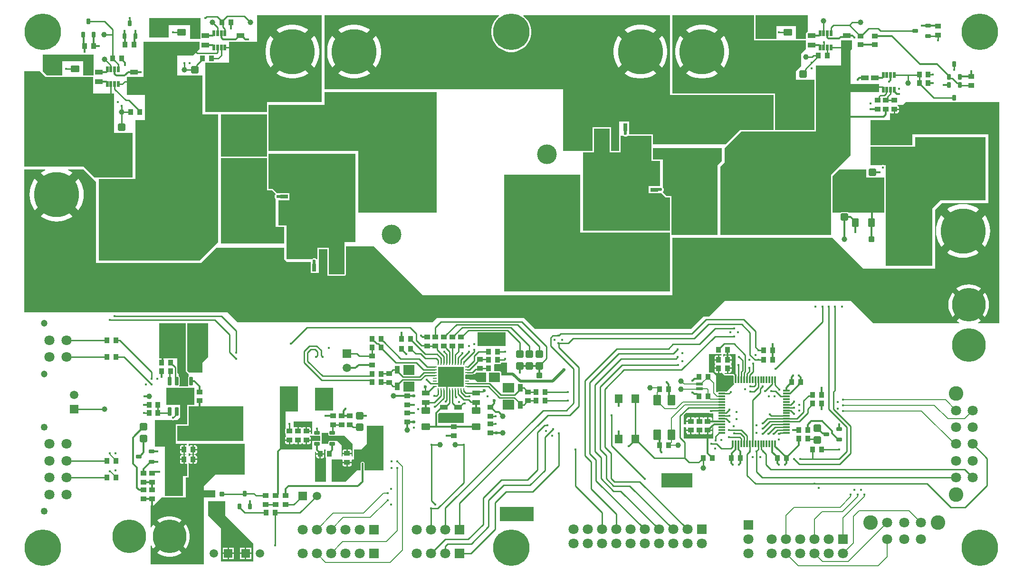
<source format=gtl>
G04*
G04 #@! TF.GenerationSoftware,Altium Limited,Altium Designer,24.10.1 (45)*
G04*
G04 Layer_Physical_Order=1*
G04 Layer_Color=255*
%FSLAX25Y25*%
%MOIN*%
G70*
G04*
G04 #@! TF.SameCoordinates,8297811D-FD7C-4D97-94B9-FAC798D6AB2D*
G04*
G04*
G04 #@! TF.FilePolarity,Positive*
G04*
G01*
G75*
%ADD11C,0.01181*%
%ADD12C,0.00984*%
%ADD15C,0.01000*%
G04:AMPARAMS|DCode=20|XSize=43.31mil|YSize=35.43mil|CornerRadius=2.66mil|HoleSize=0mil|Usage=FLASHONLY|Rotation=270.000|XOffset=0mil|YOffset=0mil|HoleType=Round|Shape=RoundedRectangle|*
%AMROUNDEDRECTD20*
21,1,0.04331,0.03012,0,0,270.0*
21,1,0.03799,0.03543,0,0,270.0*
1,1,0.00532,-0.01506,-0.01900*
1,1,0.00532,-0.01506,0.01900*
1,1,0.00532,0.01506,0.01900*
1,1,0.00532,0.01506,-0.01900*
%
%ADD20ROUNDEDRECTD20*%
G04:AMPARAMS|DCode=21|XSize=43.31mil|YSize=35.43mil|CornerRadius=2.66mil|HoleSize=0mil|Usage=FLASHONLY|Rotation=180.000|XOffset=0mil|YOffset=0mil|HoleType=Round|Shape=RoundedRectangle|*
%AMROUNDEDRECTD21*
21,1,0.04331,0.03012,0,0,180.0*
21,1,0.03799,0.03543,0,0,180.0*
1,1,0.00532,-0.01900,0.01506*
1,1,0.00532,0.01900,0.01506*
1,1,0.00532,0.01900,-0.01506*
1,1,0.00532,-0.01900,-0.01506*
%
%ADD21ROUNDEDRECTD21*%
G04:AMPARAMS|DCode=22|XSize=27.95mil|YSize=23.23mil|CornerRadius=2.9mil|HoleSize=0mil|Usage=FLASHONLY|Rotation=270.000|XOffset=0mil|YOffset=0mil|HoleType=Round|Shape=RoundedRectangle|*
%AMROUNDEDRECTD22*
21,1,0.02795,0.01742,0,0,270.0*
21,1,0.02215,0.02323,0,0,270.0*
1,1,0.00581,-0.00871,-0.01107*
1,1,0.00581,-0.00871,0.01107*
1,1,0.00581,0.00871,0.01107*
1,1,0.00581,0.00871,-0.01107*
%
%ADD22ROUNDEDRECTD22*%
G04:AMPARAMS|DCode=23|XSize=27.95mil|YSize=54.02mil|CornerRadius=3.49mil|HoleSize=0mil|Usage=FLASHONLY|Rotation=90.000|XOffset=0mil|YOffset=0mil|HoleType=Round|Shape=RoundedRectangle|*
%AMROUNDEDRECTD23*
21,1,0.02795,0.04703,0,0,90.0*
21,1,0.02097,0.05402,0,0,90.0*
1,1,0.00699,0.02351,0.01048*
1,1,0.00699,0.02351,-0.01048*
1,1,0.00699,-0.02351,-0.01048*
1,1,0.00699,-0.02351,0.01048*
%
%ADD23ROUNDEDRECTD23*%
G04:AMPARAMS|DCode=24|XSize=50.39mil|YSize=51.18mil|CornerRadius=6.3mil|HoleSize=0mil|Usage=FLASHONLY|Rotation=0.000|XOffset=0mil|YOffset=0mil|HoleType=Round|Shape=RoundedRectangle|*
%AMROUNDEDRECTD24*
21,1,0.05039,0.03858,0,0,0.0*
21,1,0.03780,0.05118,0,0,0.0*
1,1,0.01260,0.01890,-0.01929*
1,1,0.01260,-0.01890,-0.01929*
1,1,0.01260,-0.01890,0.01929*
1,1,0.01260,0.01890,0.01929*
%
%ADD24ROUNDEDRECTD24*%
G04:AMPARAMS|DCode=25|XSize=149.61mil|YSize=78.74mil|CornerRadius=5.91mil|HoleSize=0mil|Usage=FLASHONLY|Rotation=270.000|XOffset=0mil|YOffset=0mil|HoleType=Round|Shape=RoundedRectangle|*
%AMROUNDEDRECTD25*
21,1,0.14961,0.06693,0,0,270.0*
21,1,0.13780,0.07874,0,0,270.0*
1,1,0.01181,-0.03347,-0.06890*
1,1,0.01181,-0.03347,0.06890*
1,1,0.01181,0.03347,0.06890*
1,1,0.01181,0.03347,-0.06890*
%
%ADD25ROUNDEDRECTD25*%
G04:AMPARAMS|DCode=26|XSize=23.62mil|YSize=61.02mil|CornerRadius=2.95mil|HoleSize=0mil|Usage=FLASHONLY|Rotation=0.000|XOffset=0mil|YOffset=0mil|HoleType=Round|Shape=RoundedRectangle|*
%AMROUNDEDRECTD26*
21,1,0.02362,0.05512,0,0,0.0*
21,1,0.01772,0.06102,0,0,0.0*
1,1,0.00591,0.00886,-0.02756*
1,1,0.00591,-0.00886,-0.02756*
1,1,0.00591,-0.00886,0.02756*
1,1,0.00591,0.00886,0.02756*
%
%ADD26ROUNDEDRECTD26*%
G04:AMPARAMS|DCode=27|XSize=142.91mil|YSize=209.84mil|CornerRadius=10.72mil|HoleSize=0mil|Usage=FLASHONLY|Rotation=180.000|XOffset=0mil|YOffset=0mil|HoleType=Round|Shape=RoundedRectangle|*
%AMROUNDEDRECTD27*
21,1,0.14291,0.18840,0,0,180.0*
21,1,0.12148,0.20984,0,0,180.0*
1,1,0.02144,-0.06074,0.09420*
1,1,0.02144,0.06074,0.09420*
1,1,0.02144,0.06074,-0.09420*
1,1,0.02144,-0.06074,-0.09420*
%
%ADD27ROUNDEDRECTD27*%
G04:AMPARAMS|DCode=28|XSize=27.95mil|YSize=54.02mil|CornerRadius=3.49mil|HoleSize=0mil|Usage=FLASHONLY|Rotation=180.000|XOffset=0mil|YOffset=0mil|HoleType=Round|Shape=RoundedRectangle|*
%AMROUNDEDRECTD28*
21,1,0.02795,0.04703,0,0,180.0*
21,1,0.02097,0.05402,0,0,180.0*
1,1,0.00699,-0.01048,0.02351*
1,1,0.00699,0.01048,0.02351*
1,1,0.00699,0.01048,-0.02351*
1,1,0.00699,-0.01048,-0.02351*
%
%ADD28ROUNDEDRECTD28*%
G04:AMPARAMS|DCode=29|XSize=27.95mil|YSize=23.23mil|CornerRadius=2.9mil|HoleSize=0mil|Usage=FLASHONLY|Rotation=0.000|XOffset=0mil|YOffset=0mil|HoleType=Round|Shape=RoundedRectangle|*
%AMROUNDEDRECTD29*
21,1,0.02795,0.01742,0,0,0.0*
21,1,0.02215,0.02323,0,0,0.0*
1,1,0.00581,0.01107,-0.00871*
1,1,0.00581,-0.01107,-0.00871*
1,1,0.00581,-0.01107,0.00871*
1,1,0.00581,0.01107,0.00871*
%
%ADD29ROUNDEDRECTD29*%
G04:AMPARAMS|DCode=30|XSize=86.61mil|YSize=173.23mil|CornerRadius=6.5mil|HoleSize=0mil|Usage=FLASHONLY|Rotation=180.000|XOffset=0mil|YOffset=0mil|HoleType=Round|Shape=RoundedRectangle|*
%AMROUNDEDRECTD30*
21,1,0.08661,0.16024,0,0,180.0*
21,1,0.07362,0.17323,0,0,180.0*
1,1,0.01299,-0.03681,0.08012*
1,1,0.01299,0.03681,0.08012*
1,1,0.01299,0.03681,-0.08012*
1,1,0.01299,-0.03681,-0.08012*
%
%ADD30ROUNDEDRECTD30*%
G04:AMPARAMS|DCode=31|XSize=149.61mil|YSize=78.74mil|CornerRadius=5.91mil|HoleSize=0mil|Usage=FLASHONLY|Rotation=180.000|XOffset=0mil|YOffset=0mil|HoleType=Round|Shape=RoundedRectangle|*
%AMROUNDEDRECTD31*
21,1,0.14961,0.06693,0,0,180.0*
21,1,0.13780,0.07874,0,0,180.0*
1,1,0.01181,-0.06890,0.03347*
1,1,0.01181,0.06890,0.03347*
1,1,0.01181,0.06890,-0.03347*
1,1,0.01181,-0.06890,-0.03347*
%
%ADD31ROUNDEDRECTD31*%
G04:AMPARAMS|DCode=32|XSize=106.3mil|YSize=244.1mil|CornerRadius=7.97mil|HoleSize=0mil|Usage=FLASHONLY|Rotation=270.000|XOffset=0mil|YOffset=0mil|HoleType=Round|Shape=RoundedRectangle|*
%AMROUNDEDRECTD32*
21,1,0.10630,0.22815,0,0,270.0*
21,1,0.09035,0.24410,0,0,270.0*
1,1,0.01595,-0.11408,-0.04518*
1,1,0.01595,-0.11408,0.04518*
1,1,0.01595,0.11408,0.04518*
1,1,0.01595,0.11408,-0.04518*
%
%ADD32ROUNDEDRECTD32*%
G04:AMPARAMS|DCode=33|XSize=25.59mil|YSize=37.4mil|CornerRadius=3.2mil|HoleSize=0mil|Usage=FLASHONLY|Rotation=180.000|XOffset=0mil|YOffset=0mil|HoleType=Round|Shape=RoundedRectangle|*
%AMROUNDEDRECTD33*
21,1,0.02559,0.03100,0,0,180.0*
21,1,0.01919,0.03740,0,0,180.0*
1,1,0.00640,-0.00960,0.01550*
1,1,0.00640,0.00960,0.01550*
1,1,0.00640,0.00960,-0.01550*
1,1,0.00640,-0.00960,-0.01550*
%
%ADD33ROUNDEDRECTD33*%
G04:AMPARAMS|DCode=34|XSize=25.59mil|YSize=37.4mil|CornerRadius=3.2mil|HoleSize=0mil|Usage=FLASHONLY|Rotation=270.000|XOffset=0mil|YOffset=0mil|HoleType=Round|Shape=RoundedRectangle|*
%AMROUNDEDRECTD34*
21,1,0.02559,0.03100,0,0,270.0*
21,1,0.01919,0.03740,0,0,270.0*
1,1,0.00640,-0.01550,-0.00960*
1,1,0.00640,-0.01550,0.00960*
1,1,0.00640,0.01550,0.00960*
1,1,0.00640,0.01550,-0.00960*
%
%ADD34ROUNDEDRECTD34*%
G04:AMPARAMS|DCode=35|XSize=43.31mil|YSize=35.43mil|CornerRadius=3.54mil|HoleSize=0mil|Usage=FLASHONLY|Rotation=90.000|XOffset=0mil|YOffset=0mil|HoleType=Round|Shape=RoundedRectangle|*
%AMROUNDEDRECTD35*
21,1,0.04331,0.02835,0,0,90.0*
21,1,0.03622,0.03543,0,0,90.0*
1,1,0.00709,0.01417,0.01811*
1,1,0.00709,0.01417,-0.01811*
1,1,0.00709,-0.01417,-0.01811*
1,1,0.00709,-0.01417,0.01811*
%
%ADD35ROUNDEDRECTD35*%
G04:AMPARAMS|DCode=36|XSize=62.99mil|YSize=55.12mil|CornerRadius=4.13mil|HoleSize=0mil|Usage=FLASHONLY|Rotation=90.000|XOffset=0mil|YOffset=0mil|HoleType=Round|Shape=RoundedRectangle|*
%AMROUNDEDRECTD36*
21,1,0.06299,0.04685,0,0,90.0*
21,1,0.05472,0.05512,0,0,90.0*
1,1,0.00827,0.02343,0.02736*
1,1,0.00827,0.02343,-0.02736*
1,1,0.00827,-0.02343,-0.02736*
1,1,0.00827,-0.02343,0.02736*
%
%ADD36ROUNDEDRECTD36*%
G04:AMPARAMS|DCode=37|XSize=104.33mil|YSize=141.73mil|CornerRadius=1.97mil|HoleSize=0mil|Usage=FLASHONLY|Rotation=270.000|XOffset=0mil|YOffset=0mil|HoleType=Round|Shape=RoundedRectangle|*
%AMROUNDEDRECTD37*
21,1,0.10433,0.13780,0,0,270.0*
21,1,0.10039,0.14173,0,0,270.0*
1,1,0.00394,-0.06890,-0.05020*
1,1,0.00394,-0.06890,0.05020*
1,1,0.00394,0.06890,0.05020*
1,1,0.00394,0.06890,-0.05020*
%
%ADD37ROUNDEDRECTD37*%
G04:AMPARAMS|DCode=38|XSize=51.18mil|YSize=51.18mil|CornerRadius=5.12mil|HoleSize=0mil|Usage=FLASHONLY|Rotation=270.000|XOffset=0mil|YOffset=0mil|HoleType=Round|Shape=RoundedRectangle|*
%AMROUNDEDRECTD38*
21,1,0.05118,0.04095,0,0,270.0*
21,1,0.04095,0.05118,0,0,270.0*
1,1,0.01024,-0.02047,-0.02047*
1,1,0.01024,-0.02047,0.02047*
1,1,0.01024,0.02047,0.02047*
1,1,0.01024,0.02047,-0.02047*
%
%ADD38ROUNDEDRECTD38*%
G04:AMPARAMS|DCode=39|XSize=31.5mil|YSize=35.43mil|CornerRadius=3.94mil|HoleSize=0mil|Usage=FLASHONLY|Rotation=0.000|XOffset=0mil|YOffset=0mil|HoleType=Round|Shape=RoundedRectangle|*
%AMROUNDEDRECTD39*
21,1,0.03150,0.02756,0,0,0.0*
21,1,0.02362,0.03543,0,0,0.0*
1,1,0.00787,0.01181,-0.01378*
1,1,0.00787,-0.01181,-0.01378*
1,1,0.00787,-0.01181,0.01378*
1,1,0.00787,0.01181,0.01378*
%
%ADD39ROUNDEDRECTD39*%
G04:AMPARAMS|DCode=40|XSize=74.8mil|YSize=55.12mil|CornerRadius=6.89mil|HoleSize=0mil|Usage=FLASHONLY|Rotation=270.000|XOffset=0mil|YOffset=0mil|HoleType=Round|Shape=RoundedRectangle|*
%AMROUNDEDRECTD40*
21,1,0.07480,0.04134,0,0,270.0*
21,1,0.06102,0.05512,0,0,270.0*
1,1,0.01378,-0.02067,-0.03051*
1,1,0.01378,-0.02067,0.03051*
1,1,0.01378,0.02067,0.03051*
1,1,0.01378,0.02067,-0.03051*
%
%ADD40ROUNDEDRECTD40*%
G04:AMPARAMS|DCode=41|XSize=22.64mil|YSize=44.88mil|CornerRadius=1.7mil|HoleSize=0mil|Usage=FLASHONLY|Rotation=90.000|XOffset=0mil|YOffset=0mil|HoleType=Round|Shape=RoundedRectangle|*
%AMROUNDEDRECTD41*
21,1,0.02264,0.04149,0,0,90.0*
21,1,0.01924,0.04488,0,0,90.0*
1,1,0.00340,0.02074,0.00962*
1,1,0.00340,0.02074,-0.00962*
1,1,0.00340,-0.02074,-0.00962*
1,1,0.00340,-0.02074,0.00962*
%
%ADD41ROUNDEDRECTD41*%
G04:AMPARAMS|DCode=42|XSize=11.81mil|YSize=47.24mil|CornerRadius=1.48mil|HoleSize=0mil|Usage=FLASHONLY|Rotation=90.000|XOffset=0mil|YOffset=0mil|HoleType=Round|Shape=RoundedRectangle|*
%AMROUNDEDRECTD42*
21,1,0.01181,0.04429,0,0,90.0*
21,1,0.00886,0.04724,0,0,90.0*
1,1,0.00295,0.02215,0.00443*
1,1,0.00295,0.02215,-0.00443*
1,1,0.00295,-0.02215,-0.00443*
1,1,0.00295,-0.02215,0.00443*
%
%ADD42ROUNDEDRECTD42*%
G04:AMPARAMS|DCode=43|XSize=11.81mil|YSize=47.24mil|CornerRadius=1.48mil|HoleSize=0mil|Usage=FLASHONLY|Rotation=0.000|XOffset=0mil|YOffset=0mil|HoleType=Round|Shape=RoundedRectangle|*
%AMROUNDEDRECTD43*
21,1,0.01181,0.04429,0,0,0.0*
21,1,0.00886,0.04724,0,0,0.0*
1,1,0.00295,0.00443,-0.02215*
1,1,0.00295,-0.00443,-0.02215*
1,1,0.00295,-0.00443,0.02215*
1,1,0.00295,0.00443,0.02215*
%
%ADD43ROUNDEDRECTD43*%
G04:AMPARAMS|DCode=44|XSize=43.31mil|YSize=35.43mil|CornerRadius=3.54mil|HoleSize=0mil|Usage=FLASHONLY|Rotation=0.000|XOffset=0mil|YOffset=0mil|HoleType=Round|Shape=RoundedRectangle|*
%AMROUNDEDRECTD44*
21,1,0.04331,0.02835,0,0,0.0*
21,1,0.03622,0.03543,0,0,0.0*
1,1,0.00709,0.01811,-0.01417*
1,1,0.00709,-0.01811,-0.01417*
1,1,0.00709,-0.01811,0.01417*
1,1,0.00709,0.01811,0.01417*
%
%ADD44ROUNDEDRECTD44*%
G04:AMPARAMS|DCode=45|XSize=43.31mil|YSize=133.86mil|CornerRadius=1.97mil|HoleSize=0mil|Usage=FLASHONLY|Rotation=0.000|XOffset=0mil|YOffset=0mil|HoleType=Round|Shape=RoundedRectangle|*
%AMROUNDEDRECTD45*
21,1,0.04331,0.12992,0,0,0.0*
21,1,0.03937,0.13386,0,0,0.0*
1,1,0.00394,0.01968,-0.06496*
1,1,0.00394,-0.01968,-0.06496*
1,1,0.00394,-0.01968,0.06496*
1,1,0.00394,0.01968,0.06496*
%
%ADD45ROUNDEDRECTD45*%
G04:AMPARAMS|DCode=46|XSize=62.99mil|YSize=124.02mil|CornerRadius=4.72mil|HoleSize=0mil|Usage=FLASHONLY|Rotation=0.000|XOffset=0mil|YOffset=0mil|HoleType=Round|Shape=RoundedRectangle|*
%AMROUNDEDRECTD46*
21,1,0.06299,0.11457,0,0,0.0*
21,1,0.05354,0.12402,0,0,0.0*
1,1,0.00945,0.02677,-0.05728*
1,1,0.00945,-0.02677,-0.05728*
1,1,0.00945,-0.02677,0.05728*
1,1,0.00945,0.02677,0.05728*
%
%ADD46ROUNDEDRECTD46*%
G04:AMPARAMS|DCode=47|XSize=55.12mil|YSize=35.43mil|CornerRadius=2.66mil|HoleSize=0mil|Usage=FLASHONLY|Rotation=90.000|XOffset=0mil|YOffset=0mil|HoleType=Round|Shape=RoundedRectangle|*
%AMROUNDEDRECTD47*
21,1,0.05512,0.03012,0,0,90.0*
21,1,0.04980,0.03543,0,0,90.0*
1,1,0.00532,0.01506,0.02490*
1,1,0.00532,0.01506,-0.02490*
1,1,0.00532,-0.01506,-0.02490*
1,1,0.00532,-0.01506,0.02490*
%
%ADD47ROUNDEDRECTD47*%
G04:AMPARAMS|DCode=48|XSize=23.62mil|YSize=39.37mil|CornerRadius=2.01mil|HoleSize=0mil|Usage=FLASHONLY|Rotation=270.000|XOffset=0mil|YOffset=0mil|HoleType=Round|Shape=RoundedRectangle|*
%AMROUNDEDRECTD48*
21,1,0.02362,0.03535,0,0,270.0*
21,1,0.01961,0.03937,0,0,270.0*
1,1,0.00402,-0.01768,-0.00980*
1,1,0.00402,-0.01768,0.00980*
1,1,0.00402,0.01768,0.00980*
1,1,0.00402,0.01768,-0.00980*
%
%ADD48ROUNDEDRECTD48*%
G04:AMPARAMS|DCode=49|XSize=49.21mil|YSize=102.36mil|CornerRadius=3.69mil|HoleSize=0mil|Usage=FLASHONLY|Rotation=0.000|XOffset=0mil|YOffset=0mil|HoleType=Round|Shape=RoundedRectangle|*
%AMROUNDEDRECTD49*
21,1,0.04921,0.09498,0,0,0.0*
21,1,0.04183,0.10236,0,0,0.0*
1,1,0.00738,0.02092,-0.04749*
1,1,0.00738,-0.02092,-0.04749*
1,1,0.00738,-0.02092,0.04749*
1,1,0.00738,0.02092,0.04749*
%
%ADD49ROUNDEDRECTD49*%
G04:AMPARAMS|DCode=50|XSize=218.5mil|YSize=224.41mil|CornerRadius=5.46mil|HoleSize=0mil|Usage=FLASHONLY|Rotation=0.000|XOffset=0mil|YOffset=0mil|HoleType=Round|Shape=RoundedRectangle|*
%AMROUNDEDRECTD50*
21,1,0.21850,0.21348,0,0,0.0*
21,1,0.20758,0.22441,0,0,0.0*
1,1,0.01093,0.10379,-0.10674*
1,1,0.01093,-0.10379,-0.10674*
1,1,0.01093,-0.10379,0.10674*
1,1,0.01093,0.10379,0.10674*
%
%ADD50ROUNDEDRECTD50*%
G04:AMPARAMS|DCode=51|XSize=55.12mil|YSize=35.43mil|CornerRadius=2.66mil|HoleSize=0mil|Usage=FLASHONLY|Rotation=180.000|XOffset=0mil|YOffset=0mil|HoleType=Round|Shape=RoundedRectangle|*
%AMROUNDEDRECTD51*
21,1,0.05512,0.03012,0,0,180.0*
21,1,0.04980,0.03543,0,0,180.0*
1,1,0.00532,-0.02490,0.01506*
1,1,0.00532,0.02490,0.01506*
1,1,0.00532,0.02490,-0.01506*
1,1,0.00532,-0.02490,-0.01506*
%
%ADD51ROUNDEDRECTD51*%
G04:AMPARAMS|DCode=52|XSize=62.99mil|YSize=124.02mil|CornerRadius=4.72mil|HoleSize=0mil|Usage=FLASHONLY|Rotation=90.000|XOffset=0mil|YOffset=0mil|HoleType=Round|Shape=RoundedRectangle|*
%AMROUNDEDRECTD52*
21,1,0.06299,0.11457,0,0,90.0*
21,1,0.05354,0.12402,0,0,90.0*
1,1,0.00945,0.05728,0.02677*
1,1,0.00945,0.05728,-0.02677*
1,1,0.00945,-0.05728,-0.02677*
1,1,0.00945,-0.05728,0.02677*
%
%ADD52ROUNDEDRECTD52*%
G04:AMPARAMS|DCode=53|XSize=74.8mil|YSize=68.9mil|CornerRadius=6.89mil|HoleSize=0mil|Usage=FLASHONLY|Rotation=270.000|XOffset=0mil|YOffset=0mil|HoleType=Round|Shape=RoundedRectangle|*
%AMROUNDEDRECTD53*
21,1,0.07480,0.05512,0,0,270.0*
21,1,0.06102,0.06890,0,0,270.0*
1,1,0.01378,-0.02756,-0.03051*
1,1,0.01378,-0.02756,0.03051*
1,1,0.01378,0.02756,0.03051*
1,1,0.01378,0.02756,-0.03051*
%
%ADD53ROUNDEDRECTD53*%
G04:AMPARAMS|DCode=54|XSize=98.43mil|YSize=66.93mil|CornerRadius=1.97mil|HoleSize=0mil|Usage=FLASHONLY|Rotation=180.000|XOffset=0mil|YOffset=0mil|HoleType=Round|Shape=RoundedRectangle|*
%AMROUNDEDRECTD54*
21,1,0.09843,0.06299,0,0,180.0*
21,1,0.09449,0.06693,0,0,180.0*
1,1,0.00394,-0.04724,0.03150*
1,1,0.00394,0.04724,0.03150*
1,1,0.00394,0.04724,-0.03150*
1,1,0.00394,-0.04724,-0.03150*
%
%ADD54ROUNDEDRECTD54*%
G04:AMPARAMS|DCode=55|XSize=30mil|YSize=145.98mil|CornerRadius=2.25mil|HoleSize=0mil|Usage=FLASHONLY|Rotation=0.000|XOffset=0mil|YOffset=0mil|HoleType=Round|Shape=RoundedRectangle|*
%AMROUNDEDRECTD55*
21,1,0.03000,0.14148,0,0,0.0*
21,1,0.02550,0.14598,0,0,0.0*
1,1,0.00450,0.01275,-0.07074*
1,1,0.00450,-0.01275,-0.07074*
1,1,0.00450,-0.01275,0.07074*
1,1,0.00450,0.01275,0.07074*
%
%ADD55ROUNDEDRECTD55*%
G04:AMPARAMS|DCode=56|XSize=47.24mil|YSize=59.06mil|CornerRadius=3.54mil|HoleSize=0mil|Usage=FLASHONLY|Rotation=270.000|XOffset=0mil|YOffset=0mil|HoleType=Round|Shape=RoundedRectangle|*
%AMROUNDEDRECTD56*
21,1,0.04724,0.05197,0,0,270.0*
21,1,0.04016,0.05906,0,0,270.0*
1,1,0.00709,-0.02598,-0.02008*
1,1,0.00709,-0.02598,0.02008*
1,1,0.00709,0.02598,0.02008*
1,1,0.00709,0.02598,-0.02008*
%
%ADD56ROUNDEDRECTD56*%
G04:AMPARAMS|DCode=57|XSize=23.62mil|YSize=9.84mil|CornerRadius=1.23mil|HoleSize=0mil|Usage=FLASHONLY|Rotation=180.000|XOffset=0mil|YOffset=0mil|HoleType=Round|Shape=RoundedRectangle|*
%AMROUNDEDRECTD57*
21,1,0.02362,0.00738,0,0,180.0*
21,1,0.02116,0.00984,0,0,180.0*
1,1,0.00246,-0.01058,0.00369*
1,1,0.00246,0.01058,0.00369*
1,1,0.00246,0.01058,-0.00369*
1,1,0.00246,-0.01058,-0.00369*
%
%ADD57ROUNDEDRECTD57*%
G04:AMPARAMS|DCode=58|XSize=23.62mil|YSize=9.84mil|CornerRadius=1.23mil|HoleSize=0mil|Usage=FLASHONLY|Rotation=90.000|XOffset=0mil|YOffset=0mil|HoleType=Round|Shape=RoundedRectangle|*
%AMROUNDEDRECTD58*
21,1,0.02362,0.00738,0,0,90.0*
21,1,0.02116,0.00984,0,0,90.0*
1,1,0.00246,0.00369,0.01058*
1,1,0.00246,0.00369,-0.01058*
1,1,0.00246,-0.00369,-0.01058*
1,1,0.00246,-0.00369,0.01058*
%
%ADD58ROUNDEDRECTD58*%
G04:AMPARAMS|DCode=59|XSize=17.72mil|YSize=41.34mil|CornerRadius=2.22mil|HoleSize=0mil|Usage=FLASHONLY|Rotation=0.000|XOffset=0mil|YOffset=0mil|HoleType=Round|Shape=RoundedRectangle|*
%AMROUNDEDRECTD59*
21,1,0.01772,0.03691,0,0,0.0*
21,1,0.01329,0.04134,0,0,0.0*
1,1,0.00443,0.00664,-0.01846*
1,1,0.00443,-0.00664,-0.01846*
1,1,0.00443,-0.00664,0.01846*
1,1,0.00443,0.00664,0.01846*
%
%ADD59ROUNDEDRECTD59*%
G04:AMPARAMS|DCode=60|XSize=47.24mil|YSize=59.06mil|CornerRadius=3.54mil|HoleSize=0mil|Usage=FLASHONLY|Rotation=0.000|XOffset=0mil|YOffset=0mil|HoleType=Round|Shape=RoundedRectangle|*
%AMROUNDEDRECTD60*
21,1,0.04724,0.05197,0,0,0.0*
21,1,0.04016,0.05906,0,0,0.0*
1,1,0.00709,0.02008,-0.02598*
1,1,0.00709,-0.02008,-0.02598*
1,1,0.00709,-0.02008,0.02598*
1,1,0.00709,0.02008,0.02598*
%
%ADD60ROUNDEDRECTD60*%
G04:AMPARAMS|DCode=61|XSize=90.55mil|YSize=98.43mil|CornerRadius=6.79mil|HoleSize=0mil|Usage=FLASHONLY|Rotation=90.000|XOffset=0mil|YOffset=0mil|HoleType=Round|Shape=RoundedRectangle|*
%AMROUNDEDRECTD61*
21,1,0.09055,0.08484,0,0,90.0*
21,1,0.07697,0.09843,0,0,90.0*
1,1,0.01358,0.04242,0.03848*
1,1,0.01358,0.04242,-0.03848*
1,1,0.01358,-0.04242,-0.03848*
1,1,0.01358,-0.04242,0.03848*
%
%ADD61ROUNDEDRECTD61*%
G04:AMPARAMS|DCode=122|XSize=116.14mil|YSize=192.91mil|CornerRadius=1.97mil|HoleSize=0mil|Usage=FLASHONLY|Rotation=270.000|XOffset=0mil|YOffset=0mil|HoleType=Round|Shape=RoundedRectangle|*
%AMROUNDEDRECTD122*
21,1,0.11614,0.18898,0,0,270.0*
21,1,0.11221,0.19291,0,0,270.0*
1,1,0.00394,-0.09449,-0.05610*
1,1,0.00394,-0.09449,0.05610*
1,1,0.00394,0.09449,0.05610*
1,1,0.00394,0.09449,-0.05610*
%
%ADD122ROUNDEDRECTD122*%
%ADD123C,0.03937*%
G04:AMPARAMS|DCode=124|XSize=141.73mil|YSize=181.1mil|CornerRadius=1.97mil|HoleSize=0mil|Usage=FLASHONLY|Rotation=270.000|XOffset=0mil|YOffset=0mil|HoleType=Round|Shape=RoundedRectangle|*
%AMROUNDEDRECTD124*
21,1,0.14173,0.17717,0,0,270.0*
21,1,0.13780,0.18110,0,0,270.0*
1,1,0.00394,-0.08858,-0.06890*
1,1,0.00394,-0.08858,0.06890*
1,1,0.00394,0.08858,0.06890*
1,1,0.00394,0.08858,-0.06890*
%
%ADD124ROUNDEDRECTD124*%
G04:AMPARAMS|DCode=125|XSize=39.37mil|YSize=39.37mil|CornerRadius=3.94mil|HoleSize=0mil|Usage=FLASHONLY|Rotation=0.000|XOffset=0mil|YOffset=0mil|HoleType=Round|Shape=RoundedRectangle|*
%AMROUNDEDRECTD125*
21,1,0.03937,0.03150,0,0,0.0*
21,1,0.03150,0.03937,0,0,0.0*
1,1,0.00787,0.01575,-0.01575*
1,1,0.00787,-0.01575,-0.01575*
1,1,0.00787,-0.01575,0.01575*
1,1,0.00787,0.01575,0.01575*
%
%ADD125ROUNDEDRECTD125*%
G04:AMPARAMS|DCode=126|XSize=39.37mil|YSize=39.37mil|CornerRadius=3.94mil|HoleSize=0mil|Usage=FLASHONLY|Rotation=90.000|XOffset=0mil|YOffset=0mil|HoleType=Round|Shape=RoundedRectangle|*
%AMROUNDEDRECTD126*
21,1,0.03937,0.03150,0,0,90.0*
21,1,0.03150,0.03937,0,0,90.0*
1,1,0.00787,0.01575,0.01575*
1,1,0.00787,0.01575,-0.01575*
1,1,0.00787,-0.01575,-0.01575*
1,1,0.00787,-0.01575,0.01575*
%
%ADD126ROUNDEDRECTD126*%
%ADD127C,0.00800*%
%ADD128C,0.00800*%
%ADD129C,0.01968*%
%ADD130C,0.07087*%
%ADD131R,0.07087X0.07087*%
%ADD132R,0.05906X0.05906*%
%ADD133C,0.05906*%
%ADD134R,0.05906X0.05906*%
%ADD135C,0.31496*%
%ADD136C,0.23622*%
%ADD137C,0.04921*%
%ADD138C,0.04724*%
G04:AMPARAMS|DCode=139|XSize=413.39mil|YSize=204.72mil|CornerRadius=5.12mil|HoleSize=0mil|Usage=FLASHONLY|Rotation=270.000|XOffset=0mil|YOffset=0mil|HoleType=Round|Shape=RoundedRectangle|*
%AMROUNDEDRECTD139*
21,1,0.41339,0.19449,0,0,270.0*
21,1,0.40315,0.20472,0,0,270.0*
1,1,0.01024,-0.09724,-0.20157*
1,1,0.01024,-0.09724,0.20157*
1,1,0.01024,0.09724,0.20157*
1,1,0.01024,0.09724,-0.20157*
%
%ADD139ROUNDEDRECTD139*%
%ADD140C,0.13780*%
%ADD141C,0.10236*%
%ADD142R,0.07087X0.07087*%
%ADD143C,0.25591*%
%ADD144C,0.01772*%
%ADD145C,0.02362*%
G36*
X552362Y378346D02*
X551181Y377165D01*
Y373067D01*
X544291D01*
Y381890D01*
X530512D01*
Y378210D01*
X530398Y377934D01*
Y377184D01*
X530512Y376908D01*
Y373067D01*
X515783D01*
Y389764D01*
X552362D01*
Y378346D01*
D02*
G37*
G36*
X126378Y376905D02*
X126357Y376801D01*
Y373789D01*
X126378Y373686D01*
Y373031D01*
X119095D01*
X119095Y382874D01*
X104331D01*
Y374016D01*
X90551D01*
Y387795D01*
X126378D01*
Y376905D01*
D02*
G37*
G36*
X211614Y328740D02*
X173228D01*
Y326949D01*
X173193Y326772D01*
Y321850D01*
X129921D01*
Y356299D01*
X132446D01*
X132549Y356279D01*
X135561D01*
X135665Y356299D01*
X146653D01*
Y371063D01*
X159192D01*
X159467Y370949D01*
X160218D01*
X160493Y371063D01*
X166339D01*
Y389764D01*
X211614D01*
Y328740D01*
D02*
G37*
G36*
X455709Y333661D02*
X528543D01*
Y309055D01*
X504921D01*
X495079Y299213D01*
X443933D01*
Y305118D01*
X443898Y305296D01*
Y306102D01*
X443091D01*
X442913Y306138D01*
X427165D01*
Y314961D01*
X420276D01*
Y305296D01*
X420240Y305118D01*
Y294327D01*
X414405D01*
Y310039D01*
X414370Y310217D01*
Y311024D01*
X413563D01*
X413386Y311059D01*
X402559D01*
X402381Y311024D01*
X401575D01*
Y310217D01*
X401540Y310039D01*
Y294327D01*
X394685D01*
X394507Y294291D01*
X380906D01*
Y337598D01*
X213583D01*
Y389764D01*
X335957D01*
X336111Y389288D01*
X335306Y388703D01*
X333737Y387135D01*
X332434Y385340D01*
X331426Y383363D01*
X330741Y381253D01*
X330394Y379062D01*
Y376844D01*
X330741Y374652D01*
X331426Y372542D01*
X332434Y370566D01*
X333737Y368771D01*
X335306Y367202D01*
X337101Y365898D01*
X339078Y364891D01*
X341188Y364205D01*
X343379Y363858D01*
X345597D01*
X347789Y364205D01*
X349899Y364891D01*
X351875Y365898D01*
X353670Y367202D01*
X355239Y368771D01*
X356543Y370566D01*
X357550Y372542D01*
X358236Y374652D01*
X358583Y376844D01*
Y379062D01*
X358236Y381253D01*
X357550Y383363D01*
X356543Y385340D01*
X355239Y387135D01*
X353670Y388703D01*
X352865Y389288D01*
X353020Y389764D01*
X455709D01*
Y333661D01*
D02*
G37*
G36*
X51575Y351314D02*
X51554Y351211D01*
Y348199D01*
X51575Y348095D01*
Y347852D01*
X51181Y347476D01*
X44291D01*
X44291Y357283D01*
X29528D01*
Y347476D01*
X18665D01*
X15748Y350394D01*
Y362205D01*
X51575D01*
Y351314D01*
D02*
G37*
G36*
X687008Y173228D02*
X671831D01*
X671734Y173719D01*
X671809Y173750D01*
X673711Y174916D01*
X673906Y175082D01*
X665354Y183633D01*
X656803Y175082D01*
X656998Y174916D01*
X658900Y173750D01*
X658975Y173719D01*
X658878Y173228D01*
X598425D01*
X582677Y188976D01*
X494095D01*
X483268Y178150D01*
X479331D01*
X470472Y169291D01*
X361221D01*
X353346Y177165D01*
X292323D01*
X289370Y174213D01*
X152559D01*
X145669Y181102D01*
X2953D01*
Y281496D01*
X17659D01*
X17775Y280996D01*
X16122Y280181D01*
X14469Y279077D01*
X25591Y267955D01*
X36712Y279077D01*
X35060Y280181D01*
X33406Y280996D01*
X33522Y281496D01*
X44291D01*
X53150Y272638D01*
Y215551D01*
X126969D01*
X137795Y226378D01*
X185039D01*
Y218504D01*
X187008Y216535D01*
X203740D01*
Y208661D01*
X209646D01*
Y218326D01*
X209681Y218504D01*
Y225358D01*
X215516D01*
Y207677D01*
X215551Y207500D01*
Y206693D01*
X216358D01*
X216535Y206658D01*
X227362D01*
X227540Y206693D01*
X228346D01*
Y207500D01*
X228382Y207677D01*
Y227362D01*
X248031D01*
X282480Y192913D01*
X457677D01*
Y233268D01*
X569882D01*
X591535Y211614D01*
X641732D01*
Y252953D01*
X646654Y257874D01*
X679134D01*
Y306102D01*
X625984D01*
Y298764D01*
X625543Y298264D01*
X596457Y298264D01*
Y315945D01*
X610236D01*
Y320696D01*
X610736Y320963D01*
X610795Y320924D01*
X611289Y320826D01*
X612689D01*
Y323622D01*
X613189D01*
Y324122D01*
X616379D01*
Y325128D01*
X616281Y325622D01*
X616001Y326041D01*
X615655Y326272D01*
X615671Y326576D01*
X615738Y326772D01*
X619095D01*
X621063Y328740D01*
X687008D01*
Y173228D01*
D02*
G37*
G36*
X514764Y372047D02*
X551181D01*
Y366142D01*
X547736Y362697D01*
Y353839D01*
X544291Y350394D01*
X544291Y344488D01*
X557051D01*
Y309090D01*
X529563D01*
Y333661D01*
X529528Y333839D01*
Y334646D01*
X528721D01*
X528543Y334681D01*
X457677D01*
Y389764D01*
X514764D01*
Y372047D01*
D02*
G37*
G36*
X677165Y259842D02*
X645669D01*
X639764Y253937D01*
Y213583D01*
X607283D01*
Y250807D01*
X607319Y250984D01*
Y275590D01*
X607283Y275768D01*
Y284449D01*
X605769D01*
X605493Y284563D01*
X604743D01*
X604467Y284449D01*
X596457D01*
Y297244D01*
X625984Y297244D01*
X627953D01*
Y304134D01*
X677165D01*
Y259842D01*
D02*
G37*
G36*
X173193Y294291D02*
X173228Y294114D01*
Y292500D01*
X173193Y292323D01*
Y290390D01*
X140748D01*
Y319882D01*
X173193D01*
Y294291D01*
D02*
G37*
G36*
X17717Y346457D02*
X51181D01*
X51181Y334646D01*
X65945D01*
Y307087D01*
X78740Y307087D01*
Y275626D01*
X55118D01*
X54940Y275590D01*
X52165D01*
X44291Y283465D01*
X2953D01*
Y350394D01*
X13780D01*
X17717Y346457D01*
D02*
G37*
G36*
X593504Y275590D02*
X606299D01*
Y250984D01*
X581196D01*
X580730Y251296D01*
X580177Y251406D01*
X576398D01*
X575845Y251296D01*
X575379Y250984D01*
X569917D01*
Y276610D01*
X574803Y281496D01*
X593504D01*
Y275590D01*
D02*
G37*
G36*
X292323Y250984D02*
X237205D01*
Y294291D01*
X174213D01*
Y326772D01*
X213583D01*
Y335630D01*
X292323D01*
Y250984D01*
D02*
G37*
G36*
X413386Y293307D02*
X421260D01*
Y305118D01*
X423097D01*
X423371Y304844D01*
X424172Y304512D01*
X425040D01*
X425842Y304844D01*
X426116Y305118D01*
X442913D01*
Y287402D01*
X448819D01*
Y269685D01*
X440945D01*
Y264764D01*
X449803D01*
X452756Y261811D01*
X455709D01*
Y238224D01*
X394685D01*
Y293307D01*
X402559D01*
Y310039D01*
X413386D01*
Y293307D01*
D02*
G37*
G36*
X583661Y366142D02*
X582677Y365158D01*
Y341535D01*
X602362D01*
Y335630D01*
X582677D01*
Y291339D01*
X568898Y277559D01*
Y235236D01*
X491142D01*
Y283465D01*
X494095Y286417D01*
Y296260D01*
X505870Y308035D01*
X528543D01*
X528721Y308071D01*
X558071D01*
Y354331D01*
X575787D01*
Y372047D01*
X583661D01*
Y366142D01*
D02*
G37*
G36*
X492126Y287402D02*
X489173Y284449D01*
Y235236D01*
X456728D01*
Y237205D01*
X456693Y237382D01*
Y238047D01*
X456728Y238224D01*
Y261811D01*
X456693Y261989D01*
Y262795D01*
X455886D01*
X455709Y262831D01*
X453178D01*
X450787Y265221D01*
Y265705D01*
X451062Y265979D01*
X451394Y266781D01*
Y267648D01*
X451062Y268450D01*
X450787Y268724D01*
Y288386D01*
X448997D01*
X448819Y288421D01*
X443933D01*
Y296260D01*
X492126D01*
Y287402D01*
D02*
G37*
G36*
X173193Y267717D02*
X173228Y267539D01*
Y266732D01*
X174035D01*
X174213Y266697D01*
X176743D01*
X179134Y264306D01*
Y263823D01*
X178860Y263548D01*
X178528Y262747D01*
Y261879D01*
X178860Y261077D01*
X179134Y260803D01*
Y241142D01*
X180925D01*
X181102Y241106D01*
X185039D01*
Y229331D01*
X140748D01*
Y264764D01*
Y289370D01*
X173193D01*
Y267717D01*
D02*
G37*
G36*
X125984Y366142D02*
X121063Y361221D01*
X110236D01*
Y347441D01*
X127953D01*
Y319882D01*
X138779D01*
Y230315D01*
X125984Y217520D01*
X55118D01*
Y274606D01*
X80709D01*
Y315945D01*
X87598D01*
Y333661D01*
X74803D01*
Y346457D01*
X86614D01*
Y371063D01*
X125984D01*
Y366142D01*
D02*
G37*
G36*
X235236Y230315D02*
X227362D01*
Y207677D01*
X216535D01*
Y226378D01*
X208661D01*
Y218504D01*
X207809D01*
X207535Y218778D01*
X206733Y219110D01*
X205865D01*
X205064Y218778D01*
X204789Y218504D01*
X187008D01*
Y242126D01*
X181102D01*
Y259842D01*
X188976D01*
Y264764D01*
X180118D01*
X177165Y267717D01*
X174213D01*
Y292323D01*
X235236D01*
Y230315D01*
D02*
G37*
G36*
X392717Y237205D02*
X455709D01*
Y195866D01*
X339567Y195866D01*
Y277559D01*
X392717D01*
X392717Y237205D01*
D02*
G37*
G36*
X340551Y157480D02*
X320866D01*
Y167199D01*
X340551D01*
Y157480D01*
D02*
G37*
G36*
X501968Y137795D02*
X500356D01*
X500178Y137831D01*
X494517D01*
X494143Y138204D01*
X494433Y138622D01*
X494842Y138540D01*
X495760D01*
Y141732D01*
X496260D01*
Y142232D01*
X499058D01*
Y143543D01*
X498953Y144072D01*
X498779Y144333D01*
X498694Y144685D01*
X498779Y145037D01*
X498953Y145298D01*
X499058Y145827D01*
Y147138D01*
X496260D01*
Y147638D01*
X495760D01*
Y150830D01*
X494842D01*
X494314Y150725D01*
X493866Y150425D01*
X493610Y150042D01*
X493354Y150046D01*
X493110Y150126D01*
Y151575D01*
X494550D01*
X494754Y151534D01*
X497766D01*
X497969Y151575D01*
X501968D01*
Y137795D01*
D02*
G37*
G36*
X492043Y151075D02*
X491626Y150780D01*
X491378Y150830D01*
X490461D01*
Y147638D01*
X489961D01*
Y147138D01*
X487162D01*
Y145827D01*
X487268Y145298D01*
X487567Y144850D01*
Y144520D01*
X487268Y144072D01*
X487162Y143543D01*
Y142232D01*
X489961D01*
Y141732D01*
X490461D01*
Y138540D01*
X491378D01*
X491699Y138604D01*
X491906Y138646D01*
X492077Y138759D01*
X492126Y138779D01*
X492126Y138779D01*
X494095Y136811D01*
X500178D01*
X500564Y136426D01*
Y133858D01*
X500572Y133815D01*
Y131644D01*
X500645Y131279D01*
X500851Y130970D01*
X500869Y130790D01*
X495407Y125328D01*
X494722D01*
X494705Y125339D01*
X494341Y125412D01*
X489911D01*
X489547Y125339D01*
X489237Y125133D01*
X489149Y125000D01*
X488189D01*
Y136811D01*
X486221Y138779D01*
X484010D01*
X483898Y138802D01*
X483268D01*
Y151575D01*
X491983D01*
X492043Y151075D01*
D02*
G37*
G36*
X341535Y136811D02*
X337634Y136811D01*
Y138294D01*
X337634Y138332D01*
X337598Y138779D01*
X337518D01*
X337509Y138793D01*
X337480Y138871D01*
X337214Y139298D01*
X337134Y139383D01*
X337069Y139480D01*
X336999Y139527D01*
X336942Y139588D01*
X336836Y139636D01*
X336739Y139701D01*
X336656Y139717D01*
X336579Y139752D01*
X336463Y139756D01*
X336348Y139778D01*
X333437D01*
X333432Y139779D01*
X333331D01*
X333233Y139799D01*
X332677D01*
X332677Y144357D01*
X333177Y144696D01*
X333337Y144664D01*
X336348D01*
X336759Y144746D01*
X337108Y144979D01*
X337340Y145327D01*
X337408Y145669D01*
X341535D01*
X341535Y136811D01*
D02*
G37*
G36*
X131890Y149606D02*
X127953Y145669D01*
Y138779D01*
X118568D01*
X117161Y140186D01*
Y173228D01*
X131890D01*
Y149606D01*
D02*
G37*
G36*
X326772Y132210D02*
X320939D01*
X319291Y133858D01*
X315325D01*
X315297Y133899D01*
X314996Y134101D01*
X314641Y134171D01*
X312525D01*
X312027Y134561D01*
Y137092D01*
X312525Y137482D01*
X313546D01*
X313583Y137475D01*
X317126D01*
X317625Y137574D01*
X317956Y137795D01*
X318898D01*
X319882Y138779D01*
X326772Y138779D01*
Y132210D01*
D02*
G37*
G36*
X276575Y137205D02*
X268872D01*
X268701Y137376D01*
Y144095D01*
X276575D01*
Y137205D01*
D02*
G37*
G36*
X333337Y138759D02*
X336348D01*
X336614Y138332D01*
Y131890D01*
X330161D01*
X329830Y132111D01*
X329331Y132210D01*
X328740D01*
Y138759D01*
X330049D01*
X330153Y138779D01*
X333233D01*
X333337Y138759D01*
D02*
G37*
G36*
X116142Y139764D02*
X118110Y137795D01*
Y136262D01*
X118038Y136214D01*
X117799Y135855D01*
X117715Y135433D01*
Y129921D01*
X117799Y129499D01*
X117840Y129437D01*
X117573Y128937D01*
X111836D01*
X111569Y129437D01*
X111610Y129499D01*
X111694Y129921D01*
Y135433D01*
X111610Y135855D01*
X111371Y136214D01*
X111221Y136314D01*
Y137795D01*
X110236Y138779D01*
Y148622D01*
X107121D01*
X107018Y148643D01*
X104006D01*
X103902Y148622D01*
X101421D01*
X101212Y148761D01*
X100718Y148859D01*
X97707D01*
X97441Y149078D01*
Y173228D01*
X116142D01*
Y139764D01*
D02*
G37*
G36*
X122047Y116177D02*
X118110D01*
X117933Y116142D01*
X117126D01*
Y115335D01*
X117091Y115157D01*
Y102398D01*
X110236D01*
X110058Y102362D01*
X109252D01*
Y101556D01*
X109217Y101378D01*
X109217Y90551D01*
X109217Y88618D01*
X109252Y88583D01*
X109702Y88583D01*
X116857Y88583D01*
X116979Y88083D01*
X116591Y87795D01*
X116378Y87837D01*
X115461D01*
Y84646D01*
Y81454D01*
X116378D01*
X116514Y81227D01*
X116153Y80948D01*
X115461D01*
Y77756D01*
Y74564D01*
X116378D01*
X116591Y74606D01*
X117091Y74237D01*
Y65980D01*
X116142D01*
X115964Y65945D01*
X114173D01*
Y52201D01*
X101378D01*
Y86614D01*
X94488D01*
Y105315D01*
X106344D01*
X106351Y105310D01*
X107087Y105164D01*
X107822Y105310D01*
X107829Y105315D01*
X110236D01*
X112205Y107283D01*
Y116142D01*
X102362D01*
Y127953D01*
X111627D01*
X111689Y127947D01*
X111836Y127917D01*
X117573D01*
X117720Y127947D01*
X117782Y127953D01*
X122047D01*
Y116177D01*
D02*
G37*
G36*
X276575Y125394D02*
X268701D01*
Y132283D01*
X276575D01*
Y125394D01*
D02*
G37*
G36*
X346457Y124606D02*
X338583D01*
Y131496D01*
X346457D01*
Y124606D01*
D02*
G37*
G36*
Y119513D02*
Y112795D01*
X338583D01*
Y119685D01*
X346285D01*
X346457Y119513D01*
D02*
G37*
G36*
X219488Y112205D02*
X206693D01*
Y127953D01*
X219488D01*
Y112205D01*
D02*
G37*
G36*
X483577Y110197D02*
X484271Y109909D01*
X485021D01*
X485714Y110197D01*
X485720Y110203D01*
X486221Y110156D01*
Y103871D01*
X485972Y103707D01*
X485475Y103977D01*
Y104027D01*
X482283D01*
Y104527D01*
X481783D01*
Y107326D01*
X480472D01*
X479944Y107221D01*
X479683Y107046D01*
X479331Y106961D01*
X478978Y107046D01*
X478717Y107221D01*
X478189Y107326D01*
X476878D01*
Y104527D01*
X475878D01*
Y107326D01*
X474567D01*
X474039Y107221D01*
X473778Y107046D01*
X473425Y106961D01*
X473073Y107046D01*
X472812Y107221D01*
X472284Y107326D01*
X470972D01*
Y104527D01*
X470472D01*
Y104027D01*
X467281D01*
Y103110D01*
X467330Y102862D01*
X466977Y102362D01*
X465551D01*
Y108982D01*
X466806Y110236D01*
X483538D01*
X483577Y110197D01*
D02*
G37*
G36*
X311024Y103347D02*
X293307D01*
Y109824D01*
X293719Y110236D01*
X311024D01*
Y103347D01*
D02*
G37*
G36*
X204724Y95615D02*
X204224Y95555D01*
X203930Y95973D01*
X203979Y96220D01*
Y97138D01*
X200787D01*
Y97638D01*
X200287D01*
Y100436D01*
X198976D01*
X198448Y100331D01*
X198000Y100031D01*
X197669D01*
X197221Y100331D01*
X196693Y100436D01*
X195382D01*
Y97638D01*
X194382D01*
Y100436D01*
X193071D01*
X192542Y100331D01*
X192429Y100255D01*
X191929Y100522D01*
Y104331D01*
X204724D01*
Y95615D01*
D02*
G37*
G36*
X467330Y99894D02*
X467281Y99646D01*
Y98728D01*
X470472D01*
Y98228D01*
X470972D01*
Y95430D01*
X472284D01*
X472812Y95535D01*
X473260Y95835D01*
X473591D01*
X474039Y95535D01*
X474567Y95430D01*
X475878D01*
Y98228D01*
X476878D01*
Y95430D01*
X478189D01*
X478717Y95535D01*
X479165Y95835D01*
X479496D01*
X479944Y95535D01*
X480472Y95430D01*
X481783D01*
Y98228D01*
X482283D01*
Y98728D01*
X485475D01*
Y99646D01*
X485426Y99894D01*
X485720Y100311D01*
X486221Y100251D01*
Y92520D01*
X465551D01*
Y100394D01*
X466977D01*
X467330Y99894D01*
D02*
G37*
G36*
X194882Y111221D02*
X186024D01*
Y99247D01*
X186003Y99144D01*
Y96132D01*
X186024Y96028D01*
Y94488D01*
X186427D01*
X186494Y94293D01*
X186510Y93988D01*
X186164Y93757D01*
X185884Y93338D01*
X185786Y92844D01*
Y91839D01*
X188976D01*
Y91339D01*
X189476D01*
Y88542D01*
X190876D01*
X191370Y88640D01*
X191788Y88920D01*
X192310Y88801D01*
X192542Y88645D01*
X193071Y88540D01*
X194382D01*
Y91339D01*
X195382D01*
Y88540D01*
X196693D01*
X197221Y88645D01*
X197669Y88945D01*
X198000D01*
X198448Y88645D01*
X198976Y88540D01*
X200287D01*
Y91339D01*
X200787D01*
Y91839D01*
X203979D01*
Y92756D01*
X203874Y93284D01*
X203575Y93732D01*
X203192Y93988D01*
X203196Y94244D01*
X203275Y94488D01*
X205807D01*
X206016Y94349D01*
X206402Y94272D01*
X209937D01*
X210095Y94303D01*
X210545Y94007D01*
X210595Y93932D01*
Y91108D01*
X210545Y91032D01*
X210095Y90736D01*
X209937Y90767D01*
X206402D01*
X206016Y90691D01*
X205807Y90551D01*
X204724D01*
Y84646D01*
X182087D01*
X182087Y128937D01*
X194882D01*
Y111221D01*
D02*
G37*
G36*
X156496Y90551D02*
X110236D01*
X110236Y101378D01*
X118110D01*
Y115157D01*
X156496D01*
Y90551D01*
D02*
G37*
G36*
X214371Y84146D02*
X214240Y83949D01*
X214151Y83504D01*
Y79882D01*
X214240Y79436D01*
X214492Y79059D01*
X214567Y79009D01*
Y62008D01*
X206693D01*
Y83180D01*
X207120Y83336D01*
X207193Y83340D01*
X207635Y82898D01*
Y82193D01*
X210433D01*
X213231D01*
Y83504D01*
X213126Y84032D01*
X213050Y84146D01*
X213318Y84646D01*
X214137D01*
X214371Y84146D01*
D02*
G37*
G36*
X157480Y66929D02*
X136811D01*
X128937Y59055D01*
Y56102D01*
X136811D01*
Y51181D01*
X128937D01*
Y3937D01*
X91535D01*
Y17186D01*
X92035Y17306D01*
X92602Y16194D01*
X93406Y15088D01*
X101941Y23622D01*
X93406Y32157D01*
X92602Y31051D01*
X92035Y29938D01*
X91535Y30058D01*
Y45276D01*
X93504D01*
X99410Y51181D01*
X116142D01*
Y64961D01*
X118110D01*
Y75268D01*
X118354Y75348D01*
X118610Y75351D01*
X118866Y74968D01*
X119314Y74669D01*
X119843Y74564D01*
X120760D01*
Y77756D01*
Y80948D01*
X119843D01*
X119314Y80843D01*
X118866Y80543D01*
X118610Y80160D01*
X118354Y80164D01*
X118110Y80244D01*
Y82158D01*
X118354Y82237D01*
X118610Y82241D01*
X118866Y81858D01*
X119314Y81559D01*
X119843Y81454D01*
X120760D01*
Y84646D01*
Y87837D01*
X119843D01*
X119314Y87732D01*
X118866Y87433D01*
X118610Y87050D01*
X118354Y87054D01*
X118110Y87133D01*
Y88583D01*
X157480D01*
Y66929D01*
D02*
G37*
G36*
X216221Y95280D02*
X216298Y94894D01*
X216516Y94567D01*
X216535Y94554D01*
Y94488D01*
X216634D01*
X216843Y94349D01*
X217228Y94272D01*
X220764D01*
X221149Y94349D01*
X221358Y94488D01*
X227362D01*
X233268Y88583D01*
Y79867D01*
X232768Y79807D01*
X232473Y80224D01*
X232523Y80472D01*
Y81390D01*
X226139D01*
Y80472D01*
X226188Y80224D01*
X225894Y79807D01*
X225394Y79867D01*
Y87598D01*
X222441Y90551D01*
X221358D01*
X221149Y90691D01*
X220764Y90767D01*
X217228D01*
X216843Y90691D01*
X216634Y90551D01*
X216535D01*
Y90485D01*
X216516Y90472D01*
X216298Y90145D01*
X216221Y89760D01*
Y88583D01*
X211614D01*
Y96457D01*
X216221D01*
Y95280D01*
D02*
G37*
G36*
X254921Y69882D02*
X254921Y69882D01*
X241562D01*
Y74803D01*
X241456Y75341D01*
X241151Y75797D01*
X240695Y76101D01*
X240158Y76208D01*
X239620Y76101D01*
X239164Y75797D01*
X238860Y75341D01*
X238753Y74803D01*
Y69882D01*
X236221D01*
X228346Y62008D01*
X218504D01*
Y77756D01*
X225835D01*
X226188Y77256D01*
X226139Y77008D01*
Y76091D01*
X232523D01*
Y77008D01*
X232473Y77256D01*
X232826Y77756D01*
X234252D01*
Y79626D01*
X234260Y79730D01*
X234287Y79867D01*
Y84646D01*
X239173D01*
X243110Y88583D01*
Y101378D01*
X254921D01*
Y69882D01*
D02*
G37*
G36*
X471457Y58071D02*
X449803D01*
Y67913D01*
X471457D01*
Y58071D01*
D02*
G37*
G36*
X360236Y34449D02*
X336614D01*
Y44291D01*
X360236D01*
Y34449D01*
D02*
G37*
G36*
X143701Y38386D02*
X163386Y18701D01*
Y5906D01*
X140748D01*
Y29528D01*
X131890Y38386D01*
Y48228D01*
X143701D01*
Y38386D01*
D02*
G37*
%LPC*%
G36*
X192183Y383071D02*
X189706D01*
X187250Y382748D01*
X184857Y382106D01*
X182569Y381158D01*
X180423Y379920D01*
X179830Y379464D01*
X190945Y368349D01*
X202060Y379464D01*
X201466Y379920D01*
X199321Y381158D01*
X197032Y382106D01*
X194640Y382748D01*
X192183Y383071D01*
D02*
G37*
G36*
X206236Y375288D02*
X195121Y364173D01*
X206236Y353058D01*
X206691Y353652D01*
X207930Y355797D01*
X208878Y358086D01*
X209519Y360479D01*
X209842Y362935D01*
Y365412D01*
X209519Y367868D01*
X208878Y370261D01*
X207930Y372549D01*
X206691Y374695D01*
X206236Y375288D01*
D02*
G37*
G36*
X175654D02*
X175198Y374695D01*
X173960Y372549D01*
X173012Y370261D01*
X172371Y367868D01*
X172047Y365412D01*
Y362935D01*
X172371Y360479D01*
X173012Y358086D01*
X173960Y355797D01*
X175198Y353652D01*
X175654Y353058D01*
X186769Y364173D01*
X175654Y375288D01*
D02*
G37*
G36*
X190945Y359997D02*
X179830Y348882D01*
X180423Y348427D01*
X182569Y347188D01*
X184857Y346240D01*
X187250Y345599D01*
X189706Y345276D01*
X192183D01*
X194640Y345599D01*
X197032Y346240D01*
X199321Y347188D01*
X201466Y348427D01*
X202060Y348882D01*
X190945Y359997D01*
D02*
G37*
G36*
X235491Y383071D02*
X233013D01*
X230557Y382748D01*
X228165Y382106D01*
X225876Y381158D01*
X223730Y379920D01*
X223137Y379464D01*
X234252Y368349D01*
X245367Y379464D01*
X244774Y379920D01*
X242628Y381158D01*
X240339Y382106D01*
X237947Y382748D01*
X235491Y383071D01*
D02*
G37*
G36*
X436278Y383032D02*
X433801D01*
X431345Y382708D01*
X428952Y382067D01*
X426663Y381119D01*
X424518Y379880D01*
X423924Y379425D01*
X435039Y368310D01*
X446154Y379425D01*
X445561Y379880D01*
X443415Y381119D01*
X441127Y382067D01*
X438734Y382708D01*
X436278Y383032D01*
D02*
G37*
G36*
X249543Y375288D02*
X238428Y364173D01*
X249543Y353058D01*
X249998Y353652D01*
X251237Y355797D01*
X252185Y358086D01*
X252826Y360479D01*
X253150Y362935D01*
Y365412D01*
X252826Y367868D01*
X252185Y370261D01*
X251237Y372549D01*
X249998Y374695D01*
X249543Y375288D01*
D02*
G37*
G36*
X218961D02*
X218506Y374695D01*
X217267Y372549D01*
X216319Y370261D01*
X215678Y367868D01*
X215354Y365412D01*
Y362935D01*
X215678Y360479D01*
X216319Y358086D01*
X217267Y355797D01*
X218506Y353652D01*
X218961Y353058D01*
X230076Y364173D01*
X218961Y375288D01*
D02*
G37*
G36*
X419748Y375249D02*
X419293Y374655D01*
X418054Y372510D01*
X417106Y370221D01*
X416465Y367828D01*
X416142Y365372D01*
Y362895D01*
X416465Y360439D01*
X417106Y358046D01*
X418054Y355758D01*
X419293Y353612D01*
X419748Y353019D01*
X430864Y364134D01*
X419748Y375249D01*
D02*
G37*
G36*
X450330Y375249D02*
X439215Y364134D01*
X450330Y353019D01*
X450786Y353612D01*
X452025Y355758D01*
X452973Y358046D01*
X453614Y360439D01*
X453937Y362895D01*
Y365372D01*
X453614Y367828D01*
X452973Y370221D01*
X452025Y372510D01*
X450786Y374655D01*
X450330Y375249D01*
D02*
G37*
G36*
X234252Y359997D02*
X223137Y348882D01*
X223730Y348427D01*
X225876Y347188D01*
X228165Y346240D01*
X230557Y345599D01*
X233013Y345276D01*
X235491D01*
X237947Y345599D01*
X240339Y346240D01*
X242628Y347188D01*
X244774Y348427D01*
X245367Y348882D01*
X234252Y359997D01*
D02*
G37*
G36*
X435039Y359958D02*
X423924Y348843D01*
X424518Y348387D01*
X426663Y347149D01*
X428952Y346201D01*
X431345Y345560D01*
X433801Y345236D01*
X436278D01*
X438734Y345560D01*
X441127Y346201D01*
X443415Y347149D01*
X445561Y348387D01*
X446154Y348843D01*
X435039Y359958D01*
D02*
G37*
G36*
X616379Y323122D02*
X613689D01*
Y320826D01*
X615089D01*
X615582Y320924D01*
X616001Y321204D01*
X616281Y321622D01*
X616379Y322116D01*
Y323122D01*
D02*
G37*
G36*
X40888Y274901D02*
X29766Y263779D01*
X40888Y252658D01*
X41991Y254310D01*
X43087Y256532D01*
X43883Y258878D01*
X44367Y261308D01*
X44529Y263779D01*
X44367Y266251D01*
X43883Y268681D01*
X43087Y271027D01*
X41991Y273249D01*
X40888Y274901D01*
D02*
G37*
G36*
X10294D02*
X9190Y273249D01*
X8094Y271027D01*
X7298Y268681D01*
X6814Y266251D01*
X6652Y263779D01*
X6814Y261308D01*
X7298Y258878D01*
X8094Y256532D01*
X9190Y254310D01*
X10294Y252658D01*
X21415Y263779D01*
X10294Y274901D01*
D02*
G37*
G36*
X25591Y259604D02*
X14469Y248482D01*
X16122Y247379D01*
X18343Y246283D01*
X20689Y245487D01*
X23119Y245003D01*
X25591Y244841D01*
X28062Y245003D01*
X30492Y245487D01*
X32838Y246283D01*
X35060Y247379D01*
X36712Y248482D01*
X25591Y259604D01*
D02*
G37*
G36*
X661417Y257127D02*
X658945Y256965D01*
X656516Y256482D01*
X654170Y255686D01*
X651948Y254590D01*
X650296Y253486D01*
X661417Y242365D01*
X672539Y253486D01*
X670886Y254590D01*
X668665Y255686D01*
X666319Y256482D01*
X663889Y256965D01*
X661417Y257127D01*
D02*
G37*
G36*
X676714Y249310D02*
X665593Y238189D01*
X676714Y227068D01*
X677818Y228720D01*
X678914Y230942D01*
X679710Y233287D01*
X680194Y235717D01*
X680356Y238189D01*
X680194Y240661D01*
X679710Y243091D01*
X678914Y245436D01*
X677818Y247658D01*
X676714Y249310D01*
D02*
G37*
G36*
X646120Y249310D02*
X645016Y247658D01*
X643921Y245436D01*
X643124Y243091D01*
X642641Y240661D01*
X642479Y238189D01*
X642641Y235717D01*
X643124Y233287D01*
X643921Y230942D01*
X645016Y228720D01*
X646120Y227068D01*
X657241Y238189D01*
X646120Y249310D01*
D02*
G37*
G36*
X661417Y234013D02*
X650296Y222892D01*
X651948Y221788D01*
X654170Y220692D01*
X656516Y219896D01*
X658945Y219413D01*
X661417Y219251D01*
X663889Y219413D01*
X666319Y219896D01*
X668665Y220692D01*
X670886Y221788D01*
X672539Y222892D01*
X661417Y234013D01*
D02*
G37*
G36*
X665354Y200634D02*
X663130Y200459D01*
X660961Y199938D01*
X658900Y199085D01*
X656998Y197919D01*
X656803Y197753D01*
X665354Y189201D01*
X673906Y197753D01*
X673711Y197919D01*
X671809Y199085D01*
X669748Y199938D01*
X667578Y200459D01*
X665354Y200634D01*
D02*
G37*
G36*
X654019Y194969D02*
X653853Y194774D01*
X652687Y192872D01*
X651833Y190811D01*
X651312Y188641D01*
X651137Y186417D01*
X651312Y184193D01*
X651833Y182024D01*
X652687Y179963D01*
X653853Y178061D01*
X654019Y177866D01*
X662570Y186417D01*
X654019Y194969D01*
D02*
G37*
G36*
X676690Y194969D02*
X668138Y186417D01*
X676690Y177866D01*
X676856Y178061D01*
X678022Y179963D01*
X678876Y182024D01*
X679396Y184193D01*
X679571Y186417D01*
X679396Y188641D01*
X678876Y190811D01*
X678022Y192872D01*
X676856Y194774D01*
X676690Y194969D01*
D02*
G37*
G36*
X479585Y383032D02*
X477108D01*
X474652Y382708D01*
X472259Y382067D01*
X469970Y381119D01*
X467825Y379880D01*
X467231Y379425D01*
X478346Y368310D01*
X489462Y379425D01*
X488868Y379880D01*
X486723Y381119D01*
X484434Y382067D01*
X482041Y382708D01*
X479585Y383032D01*
D02*
G37*
G36*
X493638Y375249D02*
X482522Y364134D01*
X493637Y353019D01*
X494093Y353612D01*
X495332Y355758D01*
X496280Y358046D01*
X496921Y360439D01*
X497244Y362895D01*
Y365372D01*
X496921Y367828D01*
X496280Y370221D01*
X495332Y372510D01*
X494093Y374655D01*
X493638Y375249D01*
D02*
G37*
G36*
X463056Y375249D02*
X462600Y374655D01*
X461361Y372510D01*
X460413Y370221D01*
X459772Y367828D01*
X459449Y365372D01*
Y362895D01*
X459772Y360439D01*
X460413Y358046D01*
X461361Y355758D01*
X462600Y353612D01*
X463056Y353019D01*
X474171Y364134D01*
X463056Y375249D01*
D02*
G37*
G36*
X478346Y359958D02*
X467231Y348843D01*
X467825Y348387D01*
X469970Y347149D01*
X472259Y346201D01*
X474652Y345560D01*
X477108Y345236D01*
X479585D01*
X482041Y345560D01*
X484434Y346201D01*
X486723Y347149D01*
X488868Y348387D01*
X489462Y348843D01*
X478346Y359958D01*
D02*
G37*
G36*
X497677Y150830D02*
X496760D01*
Y148138D01*
X499058D01*
Y149449D01*
X498953Y149977D01*
X498654Y150425D01*
X498206Y150725D01*
X497677Y150830D01*
D02*
G37*
G36*
X499058Y141232D02*
X496760D01*
Y138540D01*
X497677D01*
X498206Y138646D01*
X498654Y138945D01*
X498953Y139393D01*
X499058Y139921D01*
Y141232D01*
D02*
G37*
G36*
X489461Y150830D02*
X488543D01*
X488015Y150725D01*
X487567Y150425D01*
X487268Y149977D01*
X487162Y149449D01*
Y148138D01*
X489461D01*
Y150830D01*
D02*
G37*
G36*
Y141232D02*
X487162D01*
Y139921D01*
X487268Y139393D01*
X487567Y138945D01*
X488015Y138646D01*
X488543Y138540D01*
X489461D01*
Y141232D01*
D02*
G37*
G36*
X114461Y87837D02*
X113543D01*
X113015Y87732D01*
X112567Y87433D01*
X112268Y86985D01*
X112162Y86457D01*
Y85146D01*
X114461D01*
Y87837D01*
D02*
G37*
G36*
Y84146D02*
X112162D01*
Y82835D01*
X112268Y82306D01*
X112567Y81858D01*
X113015Y81559D01*
X113543Y81454D01*
X114461D01*
Y84146D01*
D02*
G37*
G36*
Y80948D02*
X113543D01*
X113015Y80843D01*
X112567Y80543D01*
X112268Y80095D01*
X112162Y79567D01*
Y78256D01*
X114461D01*
Y80948D01*
D02*
G37*
G36*
Y77256D02*
X112162D01*
Y75945D01*
X112268Y75416D01*
X112567Y74968D01*
X113015Y74669D01*
X113543Y74564D01*
X114461D01*
Y77256D01*
D02*
G37*
G36*
X484094Y107326D02*
X482784D01*
Y105027D01*
X485475D01*
Y105945D01*
X485370Y106473D01*
X485071Y106921D01*
X484623Y107221D01*
X484094Y107326D01*
D02*
G37*
G36*
X469972D02*
X468661D01*
X468133Y107221D01*
X467685Y106921D01*
X467386Y106473D01*
X467281Y105945D01*
Y105027D01*
X469972D01*
Y107326D01*
D02*
G37*
G36*
X202598Y100436D02*
X201287D01*
Y98138D01*
X203979D01*
Y99055D01*
X203874Y99584D01*
X203575Y100031D01*
X203127Y100331D01*
X202598Y100436D01*
D02*
G37*
G36*
X485475Y97728D02*
X482784D01*
Y95430D01*
X484094D01*
X484623Y95535D01*
X485071Y95835D01*
X485370Y96283D01*
X485475Y96811D01*
Y97728D01*
D02*
G37*
G36*
X469972D02*
X467281D01*
Y96811D01*
X467386Y96283D01*
X467685Y95835D01*
X468133Y95535D01*
X468661Y95430D01*
X469972D01*
Y97728D01*
D02*
G37*
G36*
X188476Y90839D02*
X185786D01*
Y89833D01*
X185884Y89339D01*
X186164Y88920D01*
X186583Y88640D01*
X187077Y88542D01*
X188476D01*
Y90839D01*
D02*
G37*
G36*
X203979Y90839D02*
X201287D01*
Y88540D01*
X202598D01*
X203127Y88645D01*
X203575Y88945D01*
X203874Y89393D01*
X203979Y89921D01*
Y90839D01*
D02*
G37*
G36*
X213231Y81193D02*
X210933D01*
Y78501D01*
X211850D01*
X212379Y78606D01*
X212827Y78905D01*
X213126Y79353D01*
X213231Y79882D01*
Y81193D01*
D02*
G37*
G36*
X209933D02*
X207635D01*
Y79882D01*
X207740Y79353D01*
X208039Y78905D01*
X208487Y78606D01*
X209016Y78501D01*
X209933D01*
Y81193D01*
D02*
G37*
G36*
X122677Y87837D02*
X121760D01*
Y85146D01*
X124058D01*
Y86457D01*
X123953Y86985D01*
X123654Y87433D01*
X123206Y87732D01*
X122677Y87837D01*
D02*
G37*
G36*
X124058Y84146D02*
X121760D01*
Y81454D01*
X122677D01*
X123206Y81559D01*
X123654Y81858D01*
X123953Y82306D01*
X124058Y82835D01*
Y84146D01*
D02*
G37*
G36*
X122677Y80948D02*
X121760D01*
Y78256D01*
X124058D01*
Y79567D01*
X123953Y80095D01*
X123654Y80543D01*
X123206Y80843D01*
X122677Y80948D01*
D02*
G37*
G36*
X124058Y77256D02*
X121760D01*
Y74564D01*
X122677D01*
X123206Y74669D01*
X123654Y74968D01*
X123953Y75416D01*
X124058Y75945D01*
Y77256D01*
D02*
G37*
G36*
X105840Y37795D02*
X103609D01*
X101406Y37446D01*
X99284Y36757D01*
X97296Y35744D01*
X96190Y34940D01*
X104724Y26406D01*
X113259Y34940D01*
X112153Y35744D01*
X110165Y36757D01*
X108043Y37446D01*
X105840Y37795D01*
D02*
G37*
G36*
X116043Y32157D02*
X107508Y23622D01*
X116043Y15088D01*
X116846Y16194D01*
X117859Y18181D01*
X118549Y20303D01*
X118898Y22507D01*
Y24737D01*
X118549Y26941D01*
X117859Y29063D01*
X116846Y31051D01*
X116043Y32157D01*
D02*
G37*
G36*
X104724Y20838D02*
X96190Y12304D01*
X97296Y11500D01*
X99284Y10487D01*
X101406Y9798D01*
X103609Y9449D01*
X105840D01*
X108043Y9798D01*
X110165Y10487D01*
X112153Y11500D01*
X113259Y12304D01*
X104724Y20838D01*
D02*
G37*
G36*
X231142Y84688D02*
X229831D01*
Y82390D01*
X232523D01*
Y83307D01*
X232417Y83836D01*
X232118Y84284D01*
X231670Y84583D01*
X231142Y84688D01*
D02*
G37*
G36*
X228831D02*
X227520D01*
X226991Y84583D01*
X226543Y84284D01*
X226244Y83836D01*
X226139Y83307D01*
Y82390D01*
X228831D01*
Y84688D01*
D02*
G37*
G36*
X232523Y75091D02*
X229831D01*
Y72792D01*
X231142D01*
X231670Y72897D01*
X232118Y73197D01*
X232417Y73645D01*
X232523Y74173D01*
Y75091D01*
D02*
G37*
G36*
X228831D02*
X226139D01*
Y74173D01*
X226244Y73645D01*
X226543Y73197D01*
X226991Y72897D01*
X227520Y72792D01*
X228831D01*
Y75091D01*
D02*
G37*
G36*
X149937Y15764D02*
X146484D01*
Y12311D01*
X149937D01*
Y15764D01*
D02*
G37*
G36*
X162102D02*
X158650D01*
Y12311D01*
X162102D01*
Y15764D01*
D02*
G37*
G36*
X157650D02*
X154197D01*
Y12311D01*
X157650D01*
Y15764D01*
D02*
G37*
G36*
X145484D02*
X142032D01*
Y12311D01*
X145484D01*
Y15764D01*
D02*
G37*
G36*
X162102Y11311D02*
X158650D01*
Y7858D01*
X162102D01*
Y11311D01*
D02*
G37*
G36*
X157650D02*
X154197D01*
Y7858D01*
X157650D01*
Y11311D01*
D02*
G37*
G36*
X149937D02*
X146484D01*
Y7858D01*
X149937D01*
Y11311D01*
D02*
G37*
G36*
X145484D02*
X142032D01*
Y7858D01*
X145484D01*
Y11311D01*
D02*
G37*
%LPD*%
G36*
G01X609272Y281142D02*
G01X624429D01*
G01Y280689D01*
G01X627146D01*
G01Y283858D01*
G02X627539Y284252I394J0D01*
G01X629508D01*
G02X629902Y283858I0J-394D01*
G01Y268307D01*
G01X627146D01*
G01Y278587D01*
G01X624429D01*
G01Y256846D01*
G01X627146D01*
G01Y267126D01*
G01X629902D01*
G01Y251575D01*
G02X629508Y251181I-394J0D01*
G01X627539D01*
G02X627146Y251575I0J394D01*
G01Y254744D01*
G01X624429D01*
G01Y254291D01*
G01X609272D01*
G01Y281142D01*
D02*
G37*
G36*
G01X566909Y246417D02*
G01X551752D01*
G01Y246870D01*
G01X549035D01*
G01Y243701D01*
G02X548642Y243307I-394J0D01*
G01X546673D01*
G02X546279Y243701I0J394D01*
G01Y259252D01*
G01X549035D01*
G01Y248972D01*
G01X551752D01*
G01Y270713D01*
G01X549035D01*
G01Y260433D01*
G01X546279D01*
G01Y275984D01*
G02X546673Y276378I394J0D01*
G01X548642D01*
G02X549035Y275984I0J-394D01*
G01Y272815D01*
G01X551752D01*
G01Y273268D01*
G01X566909D01*
G01Y246417D01*
D02*
G37*
G36*
G01X560551Y350039D02*
G01X575709D01*
G01Y349587D01*
G01X578425D01*
G01Y352756D01*
G02X578819Y353150I394J0D01*
G01X580787D01*
G02X581181Y352756I0J-394D01*
G01Y337205D01*
G01X578425D01*
G01Y347484D01*
G01X575709D01*
G01Y325744D01*
G01X578425D01*
G01Y336024D01*
G01X581181D01*
G01Y320472D01*
G02X580787Y320079I-394J0D01*
G01X578819D01*
G02X578425Y320472I0J394D01*
G01Y323642D01*
G01X575709D01*
G01Y323189D01*
G01X560551D01*
G01Y350039D01*
D02*
G37*
G36*
G01X82697Y312638D02*
G01X97854D01*
G01Y312185D01*
G01X100571D01*
G01Y315354D01*
G02X100965Y315748I394J0D01*
G01X102933D01*
G02X103327Y315354I0J-394D01*
G01Y299803D01*
G01X100571D01*
G01Y310083D01*
G01X97854D01*
G01Y288342D01*
G01X100571D01*
G01Y298622D01*
G01X103327D01*
G01Y283071D01*
G02X102933Y282677I-394J0D01*
G01X100965D01*
G02X100571Y283071I0J394D01*
G01Y286240D01*
G01X97854D01*
G01Y285787D01*
G01X82697D01*
G01Y312638D01*
D02*
G37*
G36*
G01X133878Y352992D02*
G01X149035D01*
G01Y352539D01*
G01X151752D01*
G01Y355709D01*
G02X152146Y356102I394J0D01*
G01X154114D01*
G02X154508Y355709I0J-394D01*
G01Y340158D01*
G01X151752D01*
G01Y350437D01*
G01X149035D01*
G01Y328697D01*
G01X151752D01*
G01Y338976D01*
G01X154508D01*
G01Y323425D01*
G02X154114Y323031I-394J0D01*
G01X152146D01*
G02X151752Y323425I0J394D01*
G01Y326594D01*
G01X149035D01*
G01Y326142D01*
G01X133878D01*
G01Y352992D01*
D02*
G37*
D11*
X240158Y62205D02*
Y74803D01*
X237008Y59055D02*
X240158Y62205D01*
X188189Y59055D02*
X237008D01*
X186024Y56890D02*
X188189Y59055D01*
X186024Y52362D02*
Y56890D01*
X180709Y53543D02*
Y83268D01*
X184055Y86614D02*
X187008D01*
X180709Y83268D02*
X184055Y86614D01*
X179528Y52362D02*
X180709Y53543D01*
X179134Y52362D02*
X179528D01*
X80118Y368701D02*
Y374409D01*
X531299Y78740D02*
Y79134D01*
Y75000D02*
Y78740D01*
X594488Y368898D02*
X599409D01*
X589567D02*
X594488D01*
X585827Y237402D02*
Y244094D01*
X597244Y232283D02*
Y244094D01*
X578346Y232283D02*
Y247972D01*
X578287Y248031D02*
X578346Y247972D01*
X597628Y244478D02*
Y255640D01*
X597244Y244094D02*
X597628Y244478D01*
Y255640D02*
X597894Y255906D01*
X582480Y248031D02*
X585827Y244685D01*
X578287Y248031D02*
X582480D01*
X585827Y244094D02*
Y244685D01*
X299016Y94291D02*
X304134D01*
X562205Y123031D02*
X562205Y123031D01*
X562205Y123031D02*
Y127953D01*
X99892Y148914D02*
X100584Y149606D01*
X105126D02*
X105913Y150394D01*
X108858Y153301D02*
Y153543D01*
X105951Y150394D02*
X108858Y153301D01*
X99892Y146349D02*
Y148914D01*
X99213Y145669D02*
X99892Y146349D01*
X100584Y149606D02*
X105126D01*
X105913Y150394D02*
X105951D01*
X87205Y122047D02*
X90551D01*
X499308Y79229D02*
Y81985D01*
X501968Y84646D01*
X498819Y78740D02*
X499308Y79229D01*
X503937Y84646D02*
X505118Y83465D01*
Y75000D02*
Y83465D01*
X503937Y84646D02*
Y88583D01*
X485433Y78740D02*
Y79134D01*
X483858Y80315D02*
X484252D01*
X482283Y81890D02*
Y94882D01*
X484252Y80315D02*
X485433Y79134D01*
X482283Y81890D02*
X483858Y80315D01*
X552362Y102165D02*
X554921Y104724D01*
X562402D02*
X569488Y97638D01*
Y96063D02*
Y97638D01*
X554921Y104724D02*
X562402D01*
X552362Y98425D02*
Y102165D01*
X419685Y92126D02*
Y97244D01*
Y115354D02*
Y120472D01*
X527756Y154528D02*
X527756Y154528D01*
X527756Y154528D02*
Y158661D01*
X527756Y147638D02*
Y154528D01*
X562205Y112992D02*
Y117126D01*
X562205Y117126D01*
X546063Y87598D02*
Y92520D01*
X537598Y79134D02*
X546063Y87598D01*
X541142Y131890D02*
Y135470D01*
Y131496D02*
Y131890D01*
X559055Y99606D02*
X562694Y95968D01*
X564859D02*
X565354Y95472D01*
X562694Y95968D02*
X564859D01*
X574409Y99213D02*
Y102362D01*
X569488Y96063D02*
X573819Y91732D01*
X574409D01*
X542323Y98425D02*
X546063D01*
X537598Y75000D02*
Y78740D01*
Y79134D01*
X332677Y116929D02*
Y118898D01*
X330118Y114370D02*
X332677Y116929D01*
X330118Y114370D02*
X333595Y110894D01*
X335760D01*
X329724Y114370D02*
X330118D01*
X335760Y110894D02*
X338583Y108071D01*
X271654Y98228D02*
Y104134D01*
X334055Y96260D02*
X338583D01*
X261811Y122244D02*
X271654D01*
X161221Y44685D02*
Y48228D01*
X496260Y147638D02*
Y154724D01*
X449176Y83661D02*
Y87045D01*
X450000Y82677D02*
Y82837D01*
X448622Y87598D02*
X449176Y87045D01*
Y83661D02*
X450000Y82837D01*
X448435Y87785D02*
Y93415D01*
X446772Y95079D02*
X448435Y93415D01*
Y87785D02*
X448622Y87598D01*
X453543Y131890D02*
X454921Y130512D01*
Y126969D02*
Y130512D01*
X455108Y121152D02*
Y126781D01*
X454921Y126969D02*
X455108Y126781D01*
Y121152D02*
X456772Y119488D01*
X471813Y133071D02*
X472994Y134252D01*
X476181Y135433D02*
Y135827D01*
X471654Y133071D02*
X471813D01*
X472994Y134252D02*
X475000D01*
X476181Y135433D01*
X475000Y123622D02*
X476181Y122441D01*
X472994Y123622D02*
X475000D01*
X471654Y124803D02*
X471813D01*
X476181Y122047D02*
Y122441D01*
X471813Y124803D02*
X472994Y123622D01*
X498819Y75000D02*
Y78740D01*
X501968Y84646D02*
Y88583D01*
X504134Y74016D02*
X505118Y75000D01*
X498819D02*
X499803Y74016D01*
X531299Y75000D02*
X532283Y74016D01*
X530118Y80315D02*
X531299Y79134D01*
X536614Y74016D02*
X537598Y75000D01*
X536024Y80315D02*
X536417D01*
X532087Y84252D02*
X532087D01*
X536024Y80315D01*
X536417D02*
X537598Y79134D01*
X527559Y82874D02*
Y88583D01*
X530118Y80315D02*
X530118D01*
X527559Y82874D02*
X530118Y80315D01*
X529528Y86811D02*
Y88583D01*
Y86811D02*
X532087Y84252D01*
X542286Y136614D02*
X542323D01*
X541142Y135470D02*
X542286Y136614D01*
X546063D02*
X547441Y135236D01*
Y131890D02*
Y135236D01*
X540248Y124016D02*
X546260Y130027D01*
Y130709D02*
X547441Y131890D01*
X537402Y124016D02*
X540248D01*
X546260Y130027D02*
Y130709D01*
X537402Y128150D02*
X539567Y130315D01*
X539961D02*
X541142Y131496D01*
X537402Y125984D02*
Y128150D01*
X539567Y130315D02*
X539961D01*
X500000Y138976D02*
X501968Y137008D01*
Y133858D02*
Y137008D01*
X482283Y104527D02*
X482480Y104331D01*
X492126D01*
X482677Y98228D02*
X486811Y102362D01*
X492126D01*
X482283Y98228D02*
X482677D01*
X364173Y136811D02*
Y143504D01*
X350394Y138583D02*
Y143504D01*
X350394Y143504D01*
X357283D01*
X364173D01*
X281102Y164567D02*
X282087Y163583D01*
X285433D01*
X267520Y155118D02*
X270866Y151772D01*
X267520Y155118D02*
Y155512D01*
X329724Y96260D02*
X334055D01*
X271654Y104134D02*
X276181D01*
X271654Y122244D02*
X276181D01*
X271654Y110433D02*
X276181D01*
X271654Y115945D02*
X276181D01*
X225787Y108465D02*
X231299D01*
X226969Y109646D02*
Y111848D01*
X228346Y113226D01*
Y113386D01*
X225394Y108465D02*
X225787D01*
X226969Y109646D01*
X231299Y108465D02*
X231299Y108465D01*
X238189Y108543D02*
X242638D01*
X214173Y108465D02*
X219488D01*
X210433Y81693D02*
Y82087D01*
X208169Y84350D02*
Y88779D01*
Y84350D02*
X210433Y82087D01*
X216732Y81693D02*
Y82087D01*
X218996Y84350D02*
Y88779D01*
X216732Y82087D02*
X218996Y84350D01*
X80118Y374409D02*
X80709Y375000D01*
Y378740D01*
X73228Y375000D02*
X73622Y374606D01*
Y369094D02*
Y374606D01*
X87008Y116142D02*
X90354D01*
X99213Y135827D02*
Y139764D01*
X92126Y75984D02*
X96063D01*
X86614Y61811D02*
X92520D01*
X86519Y56395D02*
X86614Y56299D01*
X83369Y56395D02*
X86519D01*
X81890Y57874D02*
X83369Y56395D01*
X81890Y57874D02*
Y72047D01*
X79134Y74803D02*
X81890Y72047D01*
X79134Y74803D02*
Y93110D01*
X86614Y100591D01*
X84350Y80413D02*
Y80413D01*
X86614Y82677D02*
Y92323D01*
X84350Y80413D02*
X86614Y82677D01*
X83661Y79724D02*
X84350Y80413D01*
X83071Y79724D02*
X83661D01*
X92126Y83465D02*
X96063D01*
X92126Y83465D02*
X92126Y83465D01*
X86614Y68110D02*
Y71063D01*
X91535Y75984D01*
X92126D01*
X92520Y68110D02*
X93307Y68898D01*
X97441D01*
X92520Y56299D02*
Y61811D01*
X86614Y50000D02*
X92520D01*
Y44291D02*
Y50000D01*
X125984Y125197D02*
Y128937D01*
X122244Y132677D02*
X125984Y128937D01*
X119705Y132677D02*
X122244D01*
X125984Y113189D02*
Y118898D01*
X284449Y112008D02*
Y117815D01*
X237402Y144095D02*
X246850D01*
X235276Y141969D02*
X237402Y144095D01*
X229331Y141969D02*
X235276D01*
X267520Y162402D02*
Y166732D01*
X294783Y113287D02*
X296063D01*
X297244Y114469D01*
X291732Y100591D02*
Y110236D01*
X294783Y113287D01*
X291732Y100591D02*
X304134D01*
X284449D02*
X291732D01*
X304134D02*
X319882D01*
X284449Y100591D02*
X284449Y100591D01*
X319882Y112008D02*
Y117815D01*
X319882Y112008D02*
X319882Y112008D01*
X632677Y382480D02*
X636811D01*
X637008Y382283D02*
X643504D01*
X636811Y382480D02*
X637008Y382283D01*
X643504D02*
X643701Y382087D01*
X631102Y355512D02*
X643110D01*
X651575Y347047D01*
Y346457D02*
Y347047D01*
X611417Y375197D02*
X631102Y355512D01*
X147835Y380512D02*
Y384842D01*
X73622Y354724D02*
Y356299D01*
X71063Y358858D02*
X73622Y356299D01*
X71063Y358858D02*
Y359252D01*
X73228Y378740D02*
X73228Y378740D01*
Y375000D02*
Y378740D01*
X45079Y364173D02*
Y368110D01*
X44587Y368602D02*
Y375689D01*
Y368602D02*
X45079Y368110D01*
X44094Y376181D02*
X44587Y375689D01*
X51378Y368110D02*
X55118D01*
X51476Y368209D02*
Y376083D01*
X51378Y368110D02*
X51476Y368209D01*
Y376083D02*
X51575Y376181D01*
X599409Y375197D02*
X611417D01*
X647835Y340748D02*
X651575D01*
X667323Y346654D02*
Y350394D01*
X667224Y346555D02*
X667323Y346654D01*
X659154Y346555D02*
X667224D01*
X659055Y346457D02*
X659154Y346555D01*
X637008Y342126D02*
X640158D01*
X613091Y336221D02*
X614946Y334365D01*
X616422D02*
X616535Y334252D01*
X613091Y336221D02*
Y337402D01*
X614946Y334365D02*
X616422D01*
X599409Y368898D02*
X599409Y368898D01*
X560433Y375295D02*
X561122Y375984D01*
X555118Y375295D02*
X560433D01*
X561122Y375984D02*
Y377165D01*
Y366929D02*
Y368110D01*
X555118Y368799D02*
X560433D01*
X561122Y368110D01*
X597894Y279528D02*
X602756D01*
X581890Y318504D02*
X605905D01*
X607283Y319882D02*
Y323622D01*
X605905Y318504D02*
X607283Y319882D01*
X596457Y323622D02*
X601378D01*
X587402Y344488D02*
X588681Y345768D01*
X592520D01*
X609449Y342913D02*
X610532Y343996D01*
Y347638D01*
X583760Y375295D02*
X585039Y374016D01*
X579724Y375295D02*
X583760D01*
X575591Y374410D02*
X578839D01*
X574409Y373228D02*
X575591Y374410D01*
X566240Y373920D02*
Y377165D01*
Y373920D02*
X566932Y373228D01*
X574409D01*
X578839Y374410D02*
X579724Y375295D01*
X79774Y349656D02*
X84597D01*
X79724Y349705D02*
X79774Y349656D01*
X84597D02*
X84646Y349606D01*
X73228Y347244D02*
X75689Y349705D01*
X79724D01*
X67421Y347244D02*
X73228D01*
X66240Y348425D02*
X67421Y347244D01*
X154528Y375295D02*
X155512D01*
X153543D02*
X154528D01*
X155512D02*
X157972Y372835D01*
X159843D01*
X152362Y374114D02*
X153543Y375295D01*
X151181Y372835D02*
X152362Y374016D01*
X142126Y372835D02*
X151181D01*
X152362Y374016D02*
Y374114D01*
X141043Y373917D02*
X142126Y372835D01*
X141043Y373917D02*
Y377165D01*
X604724Y345768D02*
X605413Y346457D01*
X599409Y345768D02*
X604724D01*
X605413Y346457D02*
Y347638D01*
X135236Y375295D02*
X135925Y375984D01*
X129921Y375295D02*
X135236D01*
X135925Y375984D02*
Y377165D01*
X135236Y368799D02*
X135925Y368110D01*
X129921Y368799D02*
X135236D01*
X135925Y366929D02*
Y368110D01*
X66240Y348425D02*
Y351575D01*
X60433Y349705D02*
X61122Y350394D01*
X55118Y349705D02*
X60433D01*
X61122Y350394D02*
Y351575D01*
X60433Y343209D02*
X61122Y342520D01*
X55118Y343209D02*
X60433D01*
X61122Y341339D02*
Y342520D01*
D12*
X562205Y84646D02*
X574409D01*
X546457Y74410D02*
X575014D01*
X555905Y77953D02*
X574409D01*
X579921Y83465D02*
Y100394D01*
X582677Y82073D02*
Y100968D01*
X575014Y74410D02*
X582677Y82073D01*
X574409Y77953D02*
X579921Y83465D01*
X547244Y77953D02*
X555905D01*
Y84646D01*
X32480Y76772D02*
X60827D01*
X60827Y76772D01*
X32480Y64961D02*
X60827D01*
X67126Y149606D02*
X72835D01*
X32480Y149606D02*
X60827D01*
X60827Y149606D01*
X53937Y161417D02*
X53937Y161417D01*
X60827D01*
X67174Y161369D02*
X69930D01*
X67126Y161417D02*
X67174Y161369D01*
X92126Y134252D02*
Y139173D01*
X69930Y161369D02*
X92126Y139173D01*
X359449Y55118D02*
X377690Y73359D01*
X357604Y59572D02*
X368110Y70079D01*
X355990Y63470D02*
X362992Y70473D01*
X337486Y63470D02*
X355990D01*
X339100Y59572D02*
X357604D01*
X340945Y55118D02*
X359449D01*
X328617Y49089D02*
X339100Y59572D01*
X324719Y50704D02*
X337486Y63470D01*
X333071Y47244D02*
X340945Y55118D01*
X328617Y30585D02*
Y49089D01*
X324719Y32199D02*
Y50704D01*
X333071Y28740D02*
Y47244D01*
X316142Y11811D02*
X333071Y28740D01*
X316535Y18504D02*
X328617Y30585D01*
X300000Y18504D02*
X316535D01*
X314173Y21654D02*
X324719Y32199D01*
X308307Y11811D02*
X316142D01*
X377690Y73359D02*
Y96193D01*
X314370Y168504D02*
X341732D01*
X350394Y151772D02*
Y159843D01*
X341732Y168504D02*
X350394Y159843D01*
X351969Y174409D02*
X369291Y157087D01*
X295276Y174409D02*
X351969D01*
X291339Y170472D02*
X295276Y174409D01*
X348819Y172441D02*
X364173Y157087D01*
X298917Y165256D02*
X306102Y172441D01*
X348819D01*
X310039Y170472D02*
X344094D01*
X357283Y157283D01*
X304823Y165256D02*
X310039Y170472D01*
X309449Y163583D02*
X314370Y168504D01*
X309055Y163583D02*
X309449D01*
X291339Y163583D02*
Y170472D01*
X290748Y130905D02*
X297244D01*
X287992D02*
X290748D01*
X377742Y164567D02*
X379317Y166142D01*
X471260D02*
X481102Y175984D01*
X379317Y166142D02*
X471260D01*
X373622Y164567D02*
X377742D01*
X481102Y175984D02*
X507480D01*
X384415Y159218D02*
X387795Y162598D01*
X472835D02*
X482840Y172604D01*
X387795Y162598D02*
X472835D01*
X482840Y172604D02*
X506080D01*
X377559Y159218D02*
X384415D01*
X457874Y158661D02*
X476378D01*
X487402Y169685D01*
X500787D01*
X454724Y155512D02*
X457874Y158661D01*
X506080Y172604D02*
X511811Y166873D01*
X507480Y175984D02*
X515748Y167717D01*
X463779Y140551D02*
X487402Y164173D01*
X423622Y140551D02*
X463779D01*
X410236Y127165D02*
X423622Y140551D01*
X458086Y151969D02*
X461236Y155118D01*
X420006Y151969D02*
X458086D01*
X460109Y148425D02*
X461290Y149606D01*
X406693Y128633D02*
X422154Y144095D01*
X460714D01*
X396063Y133036D02*
X418539Y155512D01*
X454724D01*
X399606Y131568D02*
X420006Y151969D01*
X403150Y130101D02*
X421474Y148425D01*
X460109D01*
X372047Y157480D02*
Y162992D01*
X373622Y164567D01*
X377710Y156542D02*
Y159067D01*
X391808Y115036D02*
Y142444D01*
X377710Y156542D02*
X391808Y142444D01*
X372047Y157480D02*
X388189Y141339D01*
X385433Y108661D02*
X391808Y115036D01*
X377559Y159218D02*
X377710Y159067D01*
X511811Y151181D02*
Y166873D01*
X515748Y156693D02*
Y167717D01*
X396063Y80350D02*
X400394Y76019D01*
X410236Y86221D02*
Y127165D01*
X396063Y80350D02*
Y133036D01*
X410236Y86221D02*
X414567Y81890D01*
X406693Y84753D02*
X411024Y80422D01*
X399606Y81817D02*
Y131568D01*
X403150Y83285D02*
X407480Y78954D01*
X399606Y81817D02*
X403937Y77487D01*
X403150Y83285D02*
Y130101D01*
X406693Y84753D02*
Y128633D01*
X62992Y175591D02*
X136614D01*
X146850Y165354D01*
Y153150D02*
Y165354D01*
Y153150D02*
X151575Y148425D01*
X66142Y178347D02*
X141339D01*
X151575Y168110D01*
Y152756D02*
Y168110D01*
X515748Y156693D02*
X517913Y154528D01*
X487402Y164173D02*
X500787D01*
X529921Y125591D02*
X533465Y122047D01*
X537402D01*
X526772Y125591D02*
X529921D01*
X529528Y129921D02*
X532677Y126772D01*
X529528Y129921D02*
Y133858D01*
X407480Y64331D02*
X416299Y55512D01*
X421181D02*
X448071Y28622D01*
X416299Y55512D02*
X421181D01*
X427638Y59055D02*
X458071Y28622D01*
X411024Y64331D02*
X416299Y59055D01*
X427638D01*
X434488Y62205D02*
X468071Y28622D01*
X414567Y64331D02*
X416693Y62205D01*
X434488D01*
X414567Y64331D02*
Y81890D01*
X411024Y64331D02*
Y80422D01*
X407480Y64331D02*
Y78954D01*
X400394Y57087D02*
Y76019D01*
X403937Y62756D02*
Y77487D01*
Y62756D02*
X438071Y28622D01*
X400394Y57087D02*
X418071Y39409D01*
Y28622D02*
Y39409D01*
X389370Y59055D02*
Y84646D01*
X408071Y28622D02*
Y40354D01*
X389370Y59055D02*
X408071Y40354D01*
X466184Y78740D02*
X469333Y75590D01*
X475984D01*
X466184Y78740D02*
Y89722D01*
X431496Y92126D02*
X444882Y78740D01*
X466184D01*
X431496Y92126D02*
Y120472D01*
X426848Y87084D02*
X431496Y91732D01*
X426772Y87084D02*
X426848D01*
X431496Y91732D02*
Y92126D01*
X655315Y351378D02*
Y355512D01*
X529921Y141339D02*
X562992Y174409D01*
Y185039D01*
X637008Y348031D02*
X640158D01*
X571654Y126378D02*
Y185039D01*
X570472Y125197D02*
X571654Y126378D01*
X570472Y113172D02*
Y125197D01*
Y113172D02*
X582677Y100968D01*
X567323Y112992D02*
Y185039D01*
Y112992D02*
X579921Y100394D01*
X542913Y77953D02*
X546457Y74410D01*
X368307Y119095D02*
X384055D01*
X368307Y125000D02*
X384055D01*
X370079Y108661D02*
X385433D01*
X383071Y112205D02*
X388189Y117323D01*
X366929Y112205D02*
X383071D01*
X388189Y117323D02*
Y141339D01*
X643701Y372047D02*
Y375787D01*
X292913Y43307D02*
X311024Y61417D01*
Y88189D01*
X288307Y43307D02*
X292913D01*
X288583Y48819D02*
Y88189D01*
Y48819D02*
X291339Y46063D01*
X305118Y88189D02*
X311024D01*
X288583D02*
X294488D01*
X290945Y114567D02*
X290945D01*
X297244Y120866D01*
Y126378D01*
X285039Y133858D02*
X287992Y130905D01*
X297244D02*
X299213Y132874D01*
X288307Y28543D02*
Y43307D01*
X201575Y146850D02*
X212205Y136221D01*
X245571D01*
X246850Y137500D02*
Y137795D01*
X245571Y136221D02*
X246850Y137500D01*
X245571Y133465D02*
X246850Y132185D01*
Y131890D02*
Y132185D01*
X211620Y133465D02*
X245571D01*
X199213Y145872D02*
X211620Y133465D01*
X199213Y145872D02*
Y153734D01*
X201575Y146850D02*
Y152756D01*
X203937Y155118D01*
X199213Y153734D02*
X202958Y157480D01*
X206896Y155118D02*
X208661Y153352D01*
X207874Y157480D02*
X211024Y154331D01*
X202958Y157480D02*
X207874D01*
X203937Y155118D02*
X206896D01*
X189764Y159055D02*
X201181Y170472D01*
X273622D01*
X208661Y150787D02*
Y153352D01*
X211024Y150787D02*
Y154331D01*
Y150787D02*
X212205Y149606D01*
X207480D02*
X208661Y150787D01*
X362992Y70473D02*
Y96850D01*
X367893Y101751D01*
X369861D01*
X298150Y21654D02*
X314173D01*
X288307Y11811D02*
X298150Y21654D01*
X298307Y11811D02*
Y16811D01*
X300000Y18504D01*
X368110Y70079D02*
Y93307D01*
X373775Y98972D01*
X308307Y46890D02*
X370079Y108661D01*
X308307Y28543D02*
Y46890D01*
X298307Y43583D02*
X366929Y112205D01*
X298307Y28543D02*
Y43583D01*
X72835Y149606D02*
X92126Y130315D01*
X37736Y113189D02*
X59055D01*
X273622Y170472D02*
X277953Y166142D01*
Y161417D02*
Y166142D01*
Y161417D02*
X281496Y157874D01*
X284842D01*
X285433Y157283D01*
X369291Y148622D02*
Y157087D01*
X364173Y143504D02*
X369291Y148622D01*
X511811Y151181D02*
X515354Y147638D01*
X517913D01*
X284252Y124508D02*
X284449Y124311D01*
X284252Y124508D02*
Y128740D01*
X324558Y125325D02*
X325218Y125984D01*
X319882Y124311D02*
X320896Y125325D01*
X324558D01*
X325218Y125984D02*
X325590D01*
X520866Y128943D02*
Y129134D01*
X519291Y124803D02*
Y127368D01*
X520866Y128943D01*
X513779Y119291D02*
X519291Y124803D01*
X513779Y88583D02*
Y119291D01*
X488615Y88551D02*
X491732Y85433D01*
X484922Y88551D02*
X488615D01*
X491732Y85433D02*
X498622D01*
X499902Y88484D02*
X500000Y88583D01*
X498622Y85433D02*
X499902Y86713D01*
Y88484D01*
X487795Y93898D02*
X490354Y96457D01*
X492126D01*
X487795Y90945D02*
Y93898D01*
X515748Y60630D02*
X557323D01*
X557323Y60630D01*
X557323Y60630D02*
X636221D01*
X652756Y44094D02*
X662992D01*
X636221Y60630D02*
X652756Y44094D01*
X662992D02*
X678346Y59449D01*
Y78543D01*
X668307Y88583D02*
X678346Y78543D01*
X509842Y66535D02*
X515748Y60630D01*
X509842Y81496D02*
X511811Y83465D01*
X509842Y66535D02*
Y81496D01*
X526374Y70866D02*
X662402D01*
X523279Y73961D02*
X526374Y70866D01*
X662402D02*
X668307Y64961D01*
X523279Y73961D02*
Y81445D01*
X521260Y83465D02*
X523279Y81445D01*
X516535Y68898D02*
X520472Y64961D01*
X656496D01*
X516535Y68898D02*
Y83465D01*
X519685Y85039D02*
X521260Y83465D01*
X368307Y125000D02*
Y125394D01*
X504331Y149606D02*
X506693Y147244D01*
Y140157D02*
Y147244D01*
X505905Y139370D02*
X506693Y140157D01*
X503937Y133858D02*
Y144095D01*
X505905Y133858D02*
Y139370D01*
X526955Y108268D02*
X537402D01*
X525984Y109238D02*
Y109449D01*
Y109238D02*
X526955Y108268D01*
X479134Y71653D02*
Y78740D01*
X479134Y78740D02*
X479134Y78740D01*
X477854Y77067D02*
X479134Y78347D01*
X475984Y75590D02*
X477461Y77067D01*
X479134Y78347D02*
Y78740D01*
X477461Y77067D02*
X477854D01*
X462992Y92913D02*
X466184Y89722D01*
X462992Y92913D02*
Y108268D01*
X468898Y114173D01*
X485268Y112205D02*
X492126D01*
X484859Y111795D02*
X485268Y112205D01*
X484646Y111795D02*
X484859D01*
X492126Y108268D02*
X497638D01*
X495276Y110236D02*
X497638Y112598D01*
X492126Y110236D02*
X495276D01*
X492126Y106299D02*
X495276D01*
X497638Y103937D01*
X468898Y114173D02*
X492126D01*
X522441Y125591D02*
X527559Y130709D01*
Y133858D01*
X505229Y95952D02*
X507874Y93307D01*
X500873Y95952D02*
X505229D01*
X517913Y154528D02*
X521457D01*
X517913Y147638D02*
X521457D01*
X537402Y104331D02*
X546457D01*
X552362Y110236D01*
Y113189D02*
X555905Y116732D01*
X552362Y110236D02*
Y113189D01*
X555905Y116732D02*
Y117126D01*
X549606Y118898D02*
X553234Y122525D01*
X555399D02*
X555905Y123031D01*
X553234Y122525D02*
X555399D01*
X549606Y111024D02*
Y118898D01*
X544882Y106299D02*
X549606Y111024D01*
X537402Y106299D02*
X544882D01*
X540551Y112205D02*
X542913Y109843D01*
X537402Y112205D02*
X540551D01*
X537402Y116142D02*
X540551D01*
X542913Y118504D01*
X537402Y114173D02*
X542913D01*
X524034Y106299D02*
X537402D01*
X520884Y103149D02*
X524034Y106299D01*
X520867Y99409D02*
X525788Y104331D01*
X537402D01*
X552879Y92003D02*
X558391D01*
X552362Y92520D02*
X552879Y92003D01*
X558391D02*
X559055Y91339D01*
X527543Y102362D02*
X537402D01*
X520850Y95669D02*
X527543Y102362D01*
X524697Y95669D02*
X529421Y100394D01*
X537402D01*
X531299Y98425D02*
X537402D01*
X528543Y95669D02*
X531299Y98425D01*
X532497Y95669D02*
X533284Y96457D01*
X537402D01*
X532283Y95669D02*
X532497D01*
X519685Y85039D02*
Y88583D01*
X516535Y83563D02*
X517717Y84744D01*
Y88583D01*
X516535Y83465D02*
Y83563D01*
X511811Y83465D02*
Y88583D01*
X511811Y88583D01*
X497142Y98490D02*
X497206Y98425D01*
X505905D01*
X509842Y94488D01*
Y88583D02*
Y94488D01*
X507874Y88583D02*
Y93307D01*
X497244Y93307D02*
X504724D01*
X505905Y92126D01*
Y88583D02*
Y92126D01*
X32480Y161417D02*
X53937D01*
X153740Y44094D02*
X157480Y40354D01*
X172539D01*
X153740Y44094D02*
Y44685D01*
X172244Y46063D02*
X179134D01*
X163976Y53740D02*
X165354Y52362D01*
X172244D01*
X157480Y53740D02*
X163976D01*
X157283Y53543D02*
X157480Y53740D01*
X141535Y53543D02*
X157283D01*
X512205Y125394D02*
X514764D01*
X517717Y128347D02*
Y133858D01*
X514764Y125394D02*
X517717Y128347D01*
X512205Y129134D02*
X514961D01*
X515748Y129921D01*
Y133858D01*
X511909Y137106D02*
X514173Y139370D01*
Y144882D01*
X511909Y133957D02*
Y137106D01*
X511811Y133858D02*
X511909Y133957D01*
X509941D02*
Y137894D01*
X511417Y139370D02*
Y142126D01*
X509941Y137894D02*
X511417Y139370D01*
X509842Y133858D02*
X509941Y133957D01*
X500787Y159055D02*
X508661Y151181D01*
X507874Y138583D02*
X508661Y139370D01*
Y151181D01*
X507874Y133858D02*
Y138583D01*
X493898Y159055D02*
X500787D01*
X489961Y155118D02*
X493898Y159055D01*
X489961Y154724D02*
Y155118D01*
X357283Y151772D02*
Y157283D01*
X364173Y151772D02*
Y157087D01*
X297244Y163583D02*
X297638D01*
X298917Y164862D02*
Y165256D01*
X297638Y163583D02*
X298917Y164862D01*
X303150Y163583D02*
X303543D01*
X304823Y164862D02*
Y165256D01*
X303543Y163583D02*
X304823Y164862D01*
X291437Y157382D02*
X292600Y156219D01*
X285433Y157283D02*
X291339D01*
X292600Y154644D02*
X297244Y150000D01*
X292600Y154644D02*
Y156219D01*
X277362Y151969D02*
X280709D01*
X273819Y155512D02*
X277362Y151969D01*
X280709D02*
X284055Y148622D01*
X284252Y151575D02*
X292471D01*
X273819Y162008D02*
X284252Y151575D01*
X279921Y148425D02*
X285630Y142717D01*
X266998Y148425D02*
X279921D01*
X254695Y160728D02*
X266998Y148425D01*
X253150Y156102D02*
X263583Y145669D01*
X277953D02*
X282874Y140748D01*
X263583Y145669D02*
X277953D01*
X273819Y162008D02*
Y162402D01*
X292471Y151575D02*
X295276Y148770D01*
X284055Y148622D02*
X291929D01*
X318446Y153387D02*
Y154857D01*
X311024Y145965D02*
X318446Y153387D01*
X299213Y145276D02*
Y151394D01*
X297351Y153256D02*
X299213Y151394D01*
X297244Y145276D02*
Y150000D01*
X295276Y145276D02*
Y148770D01*
X291929Y148622D02*
X293307Y147244D01*
Y145276D02*
Y147244D01*
X297244Y157283D02*
X297638D01*
X298917Y156004D01*
X301181Y145276D02*
Y153347D01*
X298917Y155610D02*
Y156004D01*
Y155610D02*
X301181Y153347D01*
X307648Y153711D02*
Y156004D01*
X308927Y157283D02*
X309055D01*
X307648Y156004D02*
X308927Y157283D01*
X305118Y151181D02*
X307648Y153711D01*
X305118Y145276D02*
Y151181D01*
X303150Y147638D02*
Y157283D01*
X303150Y147638D02*
X303150Y147638D01*
X307087Y149213D02*
X310236Y152362D01*
X307087Y145276D02*
Y149213D01*
X309055Y147572D02*
X314967Y153484D01*
X309055Y145276D02*
Y147572D01*
X318504Y150394D02*
X321654Y153543D01*
X318504Y146949D02*
Y150394D01*
X314272Y142717D02*
X318504Y146949D01*
X321654Y153543D02*
X328543D01*
X311024Y145276D02*
Y145965D01*
X303150Y145276D02*
Y147638D01*
X329724Y102559D02*
X333661D01*
X329724Y108071D02*
X333661D01*
X312402Y124311D02*
X319882D01*
X231693Y102165D02*
X233583Y100275D01*
X231299Y102165D02*
X231693D01*
X233583Y100275D02*
X238189D01*
X219488Y102165D02*
X225394D01*
X219488Y102165D02*
X219488Y102165D01*
X219176Y96440D02*
Y101853D01*
X218996Y96260D02*
X219176Y96440D01*
Y101853D02*
X219488Y102165D01*
X188976Y97638D02*
Y102756D01*
X208169Y96260D02*
Y99311D01*
X87008Y110236D02*
X90354D01*
X90354Y110236D01*
X96653Y110236D02*
Y116142D01*
X96653Y110236D02*
X96653Y110236D01*
X104705Y110925D02*
Y111417D01*
X96653Y110236D02*
X104016D01*
X104705Y110925D01*
X107244Y107087D02*
X109705Y109547D01*
Y111417D01*
X107087Y107087D02*
X107244D01*
X109016Y133366D02*
X109705Y132677D01*
X108858Y135813D02*
X109016Y135655D01*
X107185Y143996D02*
X108858Y142323D01*
X109016Y133366D02*
Y135655D01*
X108858Y135813D02*
Y142323D01*
X104705Y138957D02*
X105512Y139764D01*
X104705Y132677D02*
Y138957D01*
X105512Y145276D02*
X106791Y143996D01*
X107185D01*
X105512Y145276D02*
Y145669D01*
X236221Y151969D02*
X237795Y150394D01*
X246850D01*
X229331Y151969D02*
X236221D01*
X309055Y124936D02*
X312058Y121933D01*
X315342D01*
X319671Y118026D02*
X319882Y117815D01*
X314567Y119685D02*
X316226Y118026D01*
X311024Y119685D02*
X314567D01*
X316226Y118026D02*
X319671D01*
X309055Y124936D02*
Y126378D01*
X307087Y123622D02*
Y126378D01*
Y123622D02*
X311024Y119685D01*
X305118Y122291D02*
X305906Y121503D01*
Y121290D02*
Y121503D01*
X305118Y122291D02*
Y126378D01*
X313583Y142717D02*
X314272D01*
X253150Y162008D02*
X254429Y160728D01*
X254695D01*
X253150Y162008D02*
Y162402D01*
X285630Y142717D02*
X290748D01*
X282874Y140748D02*
X290748D01*
X253150Y156102D02*
Y156496D01*
X246850Y150394D02*
Y156496D01*
X250295Y158957D02*
X251083D01*
X248524Y160728D02*
X250295Y158957D01*
X248130Y160728D02*
X248524D01*
X246850Y162008D02*
X248130Y160728D01*
X251083Y158957D02*
X253150Y156890D01*
X246850Y162008D02*
Y162402D01*
X253150Y156496D02*
Y156890D01*
X290650Y117815D02*
X295276Y122441D01*
X284449Y117815D02*
X290650D01*
X295276Y122441D02*
Y126378D01*
X308071Y114469D02*
X310578Y116975D01*
X311857D02*
X312008Y117126D01*
X307087Y114469D02*
X308071D01*
X310578Y116975D02*
X311857D01*
X304724Y115748D02*
X305807D01*
X303150Y117323D02*
Y126378D01*
X305807Y115748D02*
X307087Y114469D01*
X303150Y117323D02*
X304724Y115748D01*
X321935Y141128D02*
X322539Y141732D01*
X317126Y138779D02*
X319474Y141128D01*
X313583Y138779D02*
X317126D01*
X319474Y141128D02*
X321935D01*
X322539Y141732D02*
X328543D01*
X268307Y133760D02*
X281004D01*
X280188Y135728D02*
X283240Y138779D01*
X264469Y129921D02*
X268307Y133760D01*
X281004D02*
X284055Y136811D01*
X264469Y139764D02*
X268504Y135728D01*
X280188D01*
X329331Y130905D02*
X337106Y123130D01*
X328515Y128937D02*
X336291Y121161D01*
X346654D02*
X350689Y117126D01*
X336291Y121161D02*
X346654D01*
X346850Y123130D02*
X350689Y126969D01*
X337106Y123130D02*
X346850D01*
X328150Y148031D02*
X328543Y147638D01*
X322539Y148031D02*
X328150D01*
X328543Y141732D02*
X328543Y141732D01*
X315158Y140748D02*
X320866Y146457D01*
X322146Y148031D02*
X322539D01*
X320866Y146752D02*
X322146Y148031D01*
X320866Y146457D02*
Y146752D01*
X313583Y140748D02*
X315158D01*
X260531Y130020D02*
X261614Y128937D01*
X259252Y131693D02*
X260531Y130413D01*
X261614Y128937D02*
X264469D01*
X260531Y130020D02*
Y130413D01*
X253346Y131693D02*
X258858D01*
X253150Y131890D02*
X253346Y131693D01*
X260531Y139665D02*
X261614Y140748D01*
X259252Y137992D02*
X260531Y139272D01*
X261614Y140748D02*
X264469D01*
X260531Y139272D02*
Y139665D01*
X253346Y137992D02*
X258858D01*
X253150Y137795D02*
X253346Y137992D01*
X264469Y139764D02*
Y140748D01*
Y128937D02*
Y129921D01*
X283240Y138779D02*
X290748D01*
X284055Y136811D02*
X290748D01*
X361811Y118898D02*
X362008Y119095D01*
X356299Y118898D02*
X361811D01*
X361811Y125197D02*
X362008Y125000D01*
X356299Y125197D02*
X361811D01*
X354626Y126476D02*
Y126870D01*
X350689Y127953D02*
X353543D01*
X354626Y126476D02*
X355906Y125197D01*
X353543Y127953D02*
X354626Y126870D01*
X353543Y116142D02*
X354626Y117224D01*
Y117618D02*
X355906Y118898D01*
X356299D01*
X350689Y116142D02*
X353543D01*
X354626Y117224D02*
Y117618D01*
X350689Y116142D02*
Y117126D01*
Y126969D02*
Y127953D01*
X313583Y128937D02*
X328515D01*
X313583Y130905D02*
X329331D01*
X298228Y114469D02*
X301181Y117421D01*
Y126378D01*
X297244Y114469D02*
X298228D01*
X293307Y123622D02*
Y126378D01*
X292126Y122441D02*
X293307Y123622D01*
X290551Y122441D02*
X292126D01*
X286713Y125591D02*
X290059Y128937D01*
X285433Y124311D02*
X286713Y125591D01*
X290059Y128937D02*
X290748D01*
X286713Y125591D02*
Y125591D01*
X284449Y124311D02*
X285433D01*
X311024Y125689D02*
X312402Y124311D01*
X311024Y125689D02*
Y126378D01*
X636811Y375000D02*
X642913D01*
X643701Y375787D01*
D15*
X178740Y40256D02*
X196122D01*
X208032Y52165D01*
X191929Y46063D02*
X198031Y52165D01*
X186024Y46063D02*
X191929D01*
X59130Y358980D02*
X63636Y354474D01*
X339370Y147638D02*
X340158Y148425D01*
X178740Y17323D02*
Y40256D01*
X414961Y87402D02*
X438189Y64173D01*
X414961Y87402D02*
Y108661D01*
X145276Y388976D02*
X157283D01*
X161417Y384842D01*
X141535D02*
Y385236D01*
X145276Y388976D01*
X130918Y388583D02*
X138189D01*
X141535Y385236D01*
X129933Y387598D02*
X130918Y388583D01*
X129724Y387598D02*
X129933D01*
X64764Y375984D02*
Y379724D01*
Y359252D02*
Y375984D01*
X64764Y375984D02*
X64764Y375984D01*
X58858Y375984D02*
X64764D01*
X59252Y385236D02*
X64764Y379724D01*
X47835Y385236D02*
X59252D01*
X64764Y358858D02*
Y359252D01*
X555283Y356267D02*
X559842Y360827D01*
X550723Y351707D02*
X555283Y356267D01*
X299213Y132874D02*
X302165Y135827D01*
X299213Y126378D02*
Y132874D01*
X497244Y124016D02*
X498425Y125197D01*
X492126Y124016D02*
X497244D01*
X334842Y153543D02*
X340158D01*
X334842Y147638D02*
X339370D01*
X299213Y119303D02*
Y126378D01*
X298622Y118504D02*
Y118713D01*
X299213Y119303D01*
X595079Y380315D02*
X601968D01*
X603543Y378740D02*
X627756D01*
X601968Y380315D02*
X603543Y378740D01*
X589961Y375197D02*
X595079Y380315D01*
X589567Y375197D02*
X589961D01*
X630709Y341732D02*
X640748Y331693D01*
X655315D01*
X630709Y341732D02*
Y342126D01*
X122500Y351378D02*
X123749Y352627D01*
Y354851D01*
X127756Y358858D01*
X134843Y384842D02*
X138484Y381201D01*
Y377165D02*
Y381201D01*
X142126Y381496D02*
X143557Y380065D01*
X141535Y384842D02*
X142126Y384252D01*
X143557Y377210D02*
X143602Y377165D01*
X142126Y381496D02*
Y384252D01*
X143557Y377210D02*
Y380065D01*
X112992Y377559D02*
X113189Y377756D01*
X107087Y377559D02*
X112992D01*
X76968Y384055D02*
Y387598D01*
X38189Y351969D02*
X38386Y352165D01*
X32283Y351969D02*
X38189D01*
X66354Y357587D02*
X68799Y355142D01*
X64764Y358858D02*
X66035Y357587D01*
X68799Y351575D02*
Y355142D01*
X66035Y357587D02*
X66354D01*
X63636Y351620D02*
X63681Y351575D01*
X63636Y351620D02*
Y354474D01*
X622835Y347808D02*
X630485D01*
X613260D02*
X622835D01*
Y342126D02*
Y347808D01*
X613091Y347638D02*
X613260Y347808D01*
X630485D02*
X630709Y348031D01*
X659274Y340529D02*
X667148D01*
X667323Y340354D01*
X659055Y340748D02*
X659274Y340529D01*
X630709Y348031D02*
X630709Y348031D01*
Y342126D02*
Y348031D01*
X659055Y340748D02*
Y341215D01*
X657218Y341995D02*
X658276D01*
X652354Y345505D02*
X653707D01*
X657218Y341995D01*
X651575Y346285D02*
Y346457D01*
X658276Y341995D02*
X659055Y341215D01*
X651575Y346285D02*
X652354Y345505D01*
X581693Y382677D02*
X583661Y384646D01*
X589567D01*
X589173Y375197D02*
X589567D01*
X581693Y382677D02*
X589173Y375197D01*
X570472Y382677D02*
X581693D01*
X568799Y381004D02*
X570472Y382677D01*
X568799Y377165D02*
Y381004D01*
X563681Y377165D02*
Y385827D01*
X532283Y377559D02*
X538189D01*
X538386Y377756D01*
X563730Y366978D02*
Y370817D01*
X563779Y370866D01*
X563681Y366929D02*
X563730Y366978D01*
X549173Y348425D02*
X550723Y349975D01*
Y351707D01*
X551181Y360236D02*
X555512D01*
X556496Y361221D02*
X559842D01*
X555512Y360236D02*
X556496Y361221D01*
X559842Y360827D02*
Y361221D01*
X566142D02*
X566240Y361319D01*
Y366929D01*
X607283Y329921D02*
X613189D01*
X607283D02*
X608546Y331184D01*
Y332562D02*
X610487Y334502D01*
Y337357D02*
X610532Y337402D01*
X608546Y331184D02*
Y332562D01*
X610487Y334502D02*
Y337357D01*
X602640Y332562D02*
X603543Y333465D01*
X606299D01*
X607587Y334752D01*
X602640Y331184D02*
Y332562D01*
X601378Y329921D02*
X602640Y331184D01*
X607587Y334752D02*
Y337016D01*
X607972Y337402D01*
X71653Y341339D02*
X73524Y343209D01*
X79724D01*
X68799Y341339D02*
X71653D01*
X71289Y321880D02*
Y325955D01*
Y321880D02*
X71319Y321850D01*
X71260Y325984D02*
X71289Y325955D01*
X124016Y362992D02*
X137795D01*
X122441Y364567D02*
X124016Y362992D01*
X137795D02*
X138484Y363681D01*
Y366929D01*
X141043Y361516D02*
Y366929D01*
X134055Y359252D02*
X138779D01*
X141043Y361516D01*
X127756Y358858D02*
Y359252D01*
X143602Y366929D02*
X148425D01*
X576870D02*
X578740Y368799D01*
X568799Y366929D02*
X576870D01*
X578740Y368799D02*
X579724D01*
X604724Y339272D02*
X605413Y338583D01*
X599409Y339272D02*
X604724D01*
X605413Y337402D02*
Y338583D01*
X115157Y351378D02*
Y356102D01*
Y351378D02*
X122500D01*
X122500Y351378D01*
X63681Y332382D02*
Y341339D01*
X76181Y329921D02*
X83858Y322244D01*
Y321850D02*
Y322244D01*
X74016Y329921D02*
X76181D01*
X66240Y337697D02*
X74016Y329921D01*
X66240Y337697D02*
Y341339D01*
X77559Y321850D02*
X77559Y321850D01*
X71319Y321850D02*
X77559D01*
X71319Y311024D02*
Y321850D01*
D20*
X555905Y84646D02*
D03*
X562205D02*
D03*
X552362Y92520D02*
D03*
X546063D02*
D03*
X479134Y78740D02*
D03*
X485433D02*
D03*
X527756Y147638D02*
D03*
X521457D02*
D03*
X527756Y154528D02*
D03*
X521457D02*
D03*
X489961Y154724D02*
D03*
X496260D02*
D03*
X562205Y117126D02*
D03*
X555905D02*
D03*
X562205Y123031D02*
D03*
X555905D02*
D03*
X552362Y98425D02*
D03*
X546063D02*
D03*
X60827Y64961D02*
D03*
X67126D02*
D03*
X60827Y76772D02*
D03*
X67126D02*
D03*
Y161417D02*
D03*
X60827D02*
D03*
X67126Y149606D02*
D03*
X60827D02*
D03*
X172539Y40354D02*
D03*
X178839D02*
D03*
X79921Y369094D02*
D03*
X73622D02*
D03*
X96653Y116142D02*
D03*
X90354D02*
D03*
X90354Y110236D02*
D03*
X96653D02*
D03*
X105512Y145669D02*
D03*
X99213D02*
D03*
X105512Y139764D02*
D03*
X99213D02*
D03*
X328543Y147638D02*
D03*
X334842D02*
D03*
X328543Y153543D02*
D03*
X334842D02*
D03*
X334842Y141732D02*
D03*
X328543D02*
D03*
X246850Y162402D02*
D03*
X253150D02*
D03*
X246850Y156496D02*
D03*
X253150D02*
D03*
X253150Y131890D02*
D03*
X246850D02*
D03*
X253150Y137795D02*
D03*
X246850D02*
D03*
X368307Y119095D02*
D03*
X362008D02*
D03*
X368307Y125000D02*
D03*
X362008D02*
D03*
X267520Y162402D02*
D03*
X273819D02*
D03*
X273819Y155512D02*
D03*
X267520D02*
D03*
X141535Y384842D02*
D03*
X147835D02*
D03*
X51378Y368110D02*
D03*
X45079D02*
D03*
X71063Y359252D02*
D03*
X64764D02*
D03*
X83858Y321850D02*
D03*
X77559D02*
D03*
X566142Y361221D02*
D03*
X559842D02*
D03*
X134055Y359252D02*
D03*
X127756D02*
D03*
X630709Y348031D02*
D03*
X637008D02*
D03*
X630709Y342126D02*
D03*
X637008D02*
D03*
D21*
X667323Y346654D02*
D03*
Y340354D02*
D03*
X186024Y52362D02*
D03*
Y46063D02*
D03*
X179134Y52362D02*
D03*
Y46063D02*
D03*
X172244Y52362D02*
D03*
Y46063D02*
D03*
X329724Y102559D02*
D03*
Y96260D02*
D03*
X291339Y157283D02*
D03*
Y163583D02*
D03*
X285433Y157283D02*
D03*
Y163583D02*
D03*
X271654Y115945D02*
D03*
Y122244D02*
D03*
X188976Y91339D02*
D03*
Y97638D02*
D03*
X231299Y108465D02*
D03*
Y102165D02*
D03*
X225394Y108465D02*
D03*
Y102165D02*
D03*
X219488Y102165D02*
D03*
Y108465D02*
D03*
X86614Y50000D02*
D03*
Y56299D02*
D03*
Y61811D02*
D03*
Y68110D02*
D03*
X92520Y61811D02*
D03*
Y68110D02*
D03*
Y50000D02*
D03*
Y56299D02*
D03*
X322539Y141732D02*
D03*
Y148031D02*
D03*
X246850Y144095D02*
D03*
Y150394D02*
D03*
X304134Y100591D02*
D03*
Y94291D02*
D03*
X303150Y163583D02*
D03*
Y157283D02*
D03*
X309055Y163583D02*
D03*
Y157283D02*
D03*
X297244Y163583D02*
D03*
Y157283D02*
D03*
X329724Y114370D02*
D03*
Y108071D02*
D03*
X271654Y104134D02*
D03*
Y110433D02*
D03*
X643701Y382087D02*
D03*
Y375787D02*
D03*
X613189Y329921D02*
D03*
Y323622D02*
D03*
X607283D02*
D03*
Y329921D02*
D03*
X601378Y323622D02*
D03*
Y329921D02*
D03*
X599409Y375197D02*
D03*
Y368898D02*
D03*
X589567Y368898D02*
D03*
Y375197D02*
D03*
D22*
X161768Y247421D02*
D03*
Y252421D02*
D03*
Y257421D02*
D03*
Y262421D02*
D03*
X468153Y267106D02*
D03*
Y272106D02*
D03*
Y277106D02*
D03*
Y282106D02*
D03*
D23*
X185118Y247421D02*
D03*
Y252421D02*
D03*
Y262421D02*
D03*
Y257421D02*
D03*
X444803Y272106D02*
D03*
Y267106D02*
D03*
Y277106D02*
D03*
Y282106D02*
D03*
D24*
X597894Y279528D02*
D03*
Y271654D02*
D03*
Y263779D02*
D03*
Y255906D02*
D03*
X578287Y248031D02*
D03*
Y255906D02*
D03*
Y263779D02*
D03*
Y271654D02*
D03*
X549173Y348425D02*
D03*
Y340551D02*
D03*
Y332677D02*
D03*
Y324803D02*
D03*
X71319Y311024D02*
D03*
Y303150D02*
D03*
Y295276D02*
D03*
Y287402D02*
D03*
X122500Y351378D02*
D03*
Y343504D02*
D03*
Y335630D02*
D03*
Y327756D02*
D03*
D25*
X188976Y120079D02*
D03*
X249016Y92520D02*
D03*
X211614Y120079D02*
D03*
X555118Y214567D02*
D03*
X573819Y298228D02*
D03*
D26*
X104705Y111417D02*
D03*
X109705D02*
D03*
X114705D02*
D03*
X119705D02*
D03*
X104705Y132677D02*
D03*
X109705D02*
D03*
X114705D02*
D03*
X119705D02*
D03*
D27*
X498504Y270669D02*
D03*
X481811D02*
D03*
X131417Y253543D02*
D03*
X148110D02*
D03*
D28*
X439587Y311102D02*
D03*
X434587D02*
D03*
X429587D02*
D03*
X424587D02*
D03*
X191319Y212520D02*
D03*
X196319D02*
D03*
X206319D02*
D03*
X201319D02*
D03*
D29*
X439587Y287752D02*
D03*
X434587D02*
D03*
X424587D02*
D03*
X429587D02*
D03*
X191319Y235870D02*
D03*
X196319D02*
D03*
X201319D02*
D03*
X206319D02*
D03*
D30*
X475394Y246063D02*
D03*
Y214567D02*
D03*
X519684Y246063D02*
D03*
Y214567D02*
D03*
X515748Y321850D02*
D03*
Y290354D02*
D03*
X149607Y277559D02*
D03*
Y309055D02*
D03*
X119094Y199803D02*
D03*
Y231299D02*
D03*
X74803Y199803D02*
D03*
Y231299D02*
D03*
D31*
X98425Y248031D02*
D03*
X332677Y162402D02*
D03*
X344488Y39370D02*
D03*
X153543Y200787D02*
D03*
X460630Y62992D02*
D03*
D32*
X411417Y250394D02*
D03*
Y217717D02*
D03*
X218504Y276969D02*
D03*
Y309646D02*
D03*
X190945Y276969D02*
D03*
Y309646D02*
D03*
X438976Y250394D02*
D03*
Y217717D02*
D03*
D33*
X659055Y346457D02*
D03*
X651575D02*
D03*
X655315Y355512D02*
D03*
X651575Y340748D02*
D03*
X659055D02*
D03*
X655315Y331693D02*
D03*
X51575Y376181D02*
D03*
X44094D02*
D03*
X47835Y385236D02*
D03*
X80709Y375000D02*
D03*
X73228D02*
D03*
X76968Y384055D02*
D03*
X161221Y44685D02*
D03*
X153740D02*
D03*
X157480Y53740D02*
D03*
D34*
X574409Y99213D02*
D03*
Y91732D02*
D03*
X565354Y95472D02*
D03*
X92126Y83465D02*
D03*
Y75984D02*
D03*
X83071Y79724D02*
D03*
X636811Y382480D02*
D03*
Y375000D02*
D03*
X627756Y378740D02*
D03*
D35*
X482480Y122047D02*
D03*
X476181D02*
D03*
X482480Y135827D02*
D03*
X476181D02*
D03*
X454921Y87598D02*
D03*
X448622D02*
D03*
X537598Y78740D02*
D03*
X531299D02*
D03*
X505118D02*
D03*
X498819D02*
D03*
X454921Y126969D02*
D03*
X448622D02*
D03*
X547441Y131890D02*
D03*
X541142D02*
D03*
X496260Y147638D02*
D03*
X489961D02*
D03*
X496260Y141732D02*
D03*
X489961D02*
D03*
X210433Y81693D02*
D03*
X216732D02*
D03*
X121260Y84646D02*
D03*
X114961D02*
D03*
X121260Y77756D02*
D03*
X114961D02*
D03*
D36*
X431496Y92126D02*
D03*
Y120472D02*
D03*
X419685D02*
D03*
Y92126D02*
D03*
D37*
X147638Y106398D02*
D03*
Y74705D02*
D03*
D38*
X559055Y99606D02*
D03*
Y91339D02*
D03*
X238189Y108543D02*
D03*
Y100275D02*
D03*
X86614Y92323D02*
D03*
Y100591D02*
D03*
X364173Y151772D02*
D03*
Y143504D02*
D03*
X350394Y151772D02*
D03*
Y143504D02*
D03*
X357283Y151772D02*
D03*
Y143504D02*
D03*
D39*
X137795Y44882D02*
D03*
X141535Y53543D02*
D03*
X134055D02*
D03*
D40*
X446772Y119488D02*
D03*
Y95079D02*
D03*
X456772D02*
D03*
Y119488D02*
D03*
D41*
X476378Y130561D02*
D03*
Y127313D02*
D03*
D42*
X492126Y125984D02*
D03*
Y124016D02*
D03*
Y122047D02*
D03*
Y120079D02*
D03*
Y118110D02*
D03*
Y116142D02*
D03*
Y114173D02*
D03*
Y112205D02*
D03*
Y110236D02*
D03*
Y108268D02*
D03*
Y106299D02*
D03*
Y104331D02*
D03*
Y102362D02*
D03*
Y100394D02*
D03*
Y98425D02*
D03*
Y96457D02*
D03*
X537402D02*
D03*
Y98425D02*
D03*
Y100394D02*
D03*
Y102362D02*
D03*
Y104331D02*
D03*
Y106299D02*
D03*
Y108268D02*
D03*
Y110236D02*
D03*
Y112205D02*
D03*
Y114173D02*
D03*
Y116142D02*
D03*
Y118110D02*
D03*
Y120079D02*
D03*
Y122047D02*
D03*
Y124016D02*
D03*
Y125984D02*
D03*
D43*
X500000Y88583D02*
D03*
X501968D02*
D03*
X503937D02*
D03*
X505905D02*
D03*
X507874D02*
D03*
X509842D02*
D03*
X511811D02*
D03*
X513779D02*
D03*
X515748D02*
D03*
X517717D02*
D03*
X519685D02*
D03*
X521654D02*
D03*
X523622D02*
D03*
X525591D02*
D03*
X527559D02*
D03*
X529528D02*
D03*
Y133858D02*
D03*
X527559D02*
D03*
X525591D02*
D03*
X523622D02*
D03*
X521654D02*
D03*
X519685D02*
D03*
X517717D02*
D03*
X515748D02*
D03*
X513779D02*
D03*
X511811D02*
D03*
X509842D02*
D03*
X507874D02*
D03*
X505905D02*
D03*
X503937D02*
D03*
X501968D02*
D03*
X500000D02*
D03*
D44*
X470472Y104527D02*
D03*
Y98228D02*
D03*
X476378Y104527D02*
D03*
Y98228D02*
D03*
X482283Y104527D02*
D03*
Y98228D02*
D03*
X229331Y81890D02*
D03*
Y75591D02*
D03*
X200787Y97638D02*
D03*
Y91339D02*
D03*
X194882Y97638D02*
D03*
Y91339D02*
D03*
X258858Y137992D02*
D03*
Y131693D02*
D03*
X356299Y118898D02*
D03*
Y125197D02*
D03*
X125984Y118898D02*
D03*
Y125197D02*
D03*
D45*
X210630Y69882D02*
D03*
X222441D02*
D03*
D46*
X121555Y60039D02*
D03*
X108760D02*
D03*
X121555Y165354D02*
D03*
X108760D02*
D03*
D47*
X121358Y70866D02*
D03*
X114862D02*
D03*
X324508Y135433D02*
D03*
X331004D02*
D03*
X264469Y140748D02*
D03*
X270965D02*
D03*
X264469Y128937D02*
D03*
X270965D02*
D03*
X350689Y116142D02*
D03*
X344193D02*
D03*
X350689Y127953D02*
D03*
X344193D02*
D03*
X112894Y142717D02*
D03*
X119390D02*
D03*
D48*
X218996Y88779D02*
D03*
Y92520D02*
D03*
Y96260D02*
D03*
X208169D02*
D03*
Y92520D02*
D03*
Y88779D02*
D03*
D49*
X611079Y201874D02*
D03*
X629079D02*
D03*
D50*
X620079Y227661D02*
D03*
D51*
X307087Y114469D02*
D03*
Y107972D02*
D03*
X297244Y114469D02*
D03*
Y107972D02*
D03*
X284449Y124311D02*
D03*
Y117815D02*
D03*
X319882Y124311D02*
D03*
Y117815D02*
D03*
X599409Y339272D02*
D03*
Y345768D02*
D03*
X592520Y339272D02*
D03*
Y345768D02*
D03*
X579724Y368799D02*
D03*
Y375295D02*
D03*
X79724Y343209D02*
D03*
Y349705D02*
D03*
X154528Y368799D02*
D03*
Y375295D02*
D03*
X555118D02*
D03*
Y368799D02*
D03*
X55118Y349705D02*
D03*
Y343209D02*
D03*
X129921Y375295D02*
D03*
Y368799D02*
D03*
X548228D02*
D03*
Y375295D02*
D03*
X48228Y343209D02*
D03*
Y349705D02*
D03*
X123031Y368799D02*
D03*
Y375295D02*
D03*
D52*
X178150Y221949D02*
D03*
Y234744D02*
D03*
X163386Y221949D02*
D03*
Y234744D02*
D03*
X148622Y221949D02*
D03*
Y234744D02*
D03*
X485236Y304626D02*
D03*
Y291831D02*
D03*
X470472Y304626D02*
D03*
Y291831D02*
D03*
X455709Y304625D02*
D03*
Y291830D02*
D03*
X604331Y303642D02*
D03*
Y290846D02*
D03*
X618110Y303642D02*
D03*
Y290846D02*
D03*
D53*
X121457Y153543D02*
D03*
X108858D02*
D03*
D54*
X116142Y95472D02*
D03*
X100394D02*
D03*
D55*
X219585Y217520D02*
D03*
X213486D02*
D03*
X224313D02*
D03*
X230411D02*
D03*
X410337Y302165D02*
D03*
X416435D02*
D03*
X405608D02*
D03*
X399510D02*
D03*
D56*
X319882Y112008D02*
D03*
Y100591D02*
D03*
X284449Y112008D02*
D03*
Y100591D02*
D03*
X38386Y352165D02*
D03*
Y340748D02*
D03*
X538386Y377756D02*
D03*
Y366339D02*
D03*
X113189Y377756D02*
D03*
Y366339D02*
D03*
D57*
X313583Y142717D02*
D03*
Y128937D02*
D03*
Y130905D02*
D03*
Y132874D02*
D03*
Y134843D02*
D03*
Y136811D02*
D03*
Y138779D02*
D03*
Y140748D02*
D03*
X290748Y128937D02*
D03*
Y130905D02*
D03*
Y132874D02*
D03*
Y134843D02*
D03*
Y136811D02*
D03*
Y138779D02*
D03*
Y140748D02*
D03*
Y142717D02*
D03*
D58*
X305118Y126378D02*
D03*
X307087D02*
D03*
X309055D02*
D03*
X311024D02*
D03*
X303150D02*
D03*
X301181D02*
D03*
X299213D02*
D03*
X297244D02*
D03*
X295276D02*
D03*
X293307D02*
D03*
Y145276D02*
D03*
X295276D02*
D03*
X297244D02*
D03*
X299213D02*
D03*
X301181D02*
D03*
X303150D02*
D03*
X305118D02*
D03*
X307087D02*
D03*
X309055D02*
D03*
X311024D02*
D03*
D59*
X135925Y366929D02*
D03*
X138484D02*
D03*
X141043D02*
D03*
X143602D02*
D03*
X135925Y377165D02*
D03*
X138484D02*
D03*
X141043D02*
D03*
X143602D02*
D03*
X605413Y337402D02*
D03*
X607972D02*
D03*
X610532D02*
D03*
X613091D02*
D03*
X605413Y347638D02*
D03*
X607972D02*
D03*
X610532D02*
D03*
X613091D02*
D03*
X61122Y341339D02*
D03*
X63681D02*
D03*
X66240D02*
D03*
X68799D02*
D03*
X61122Y351575D02*
D03*
X63681D02*
D03*
X66240D02*
D03*
X68799D02*
D03*
X561122Y366929D02*
D03*
X563681D02*
D03*
X566240D02*
D03*
X568799D02*
D03*
X561122Y377165D02*
D03*
X563681D02*
D03*
X566240D02*
D03*
X568799D02*
D03*
D60*
X585827Y244094D02*
D03*
X597244D02*
D03*
D61*
X22638Y356102D02*
D03*
Y336811D02*
D03*
X522638Y381693D02*
D03*
Y362402D02*
D03*
X97441Y381693D02*
D03*
Y362402D02*
D03*
D122*
X112205Y122047D02*
D03*
D123*
X441929Y127953D02*
D03*
X461614Y87598D02*
D03*
X71319Y321850D02*
D03*
X578346Y232283D02*
D03*
X59130Y358784D02*
D03*
X58858Y375984D02*
D03*
X551181Y360236D02*
D03*
X563681Y385827D02*
D03*
X589567Y384646D02*
D03*
X622835Y342126D02*
D03*
X134843Y384842D02*
D03*
X161417D02*
D03*
X115157Y351378D02*
D03*
X479134Y71653D02*
D03*
X463583Y126969D02*
D03*
Y132874D02*
D03*
X90551Y122047D02*
D03*
X261811Y122244D02*
D03*
X338583Y108071D02*
D03*
X271654Y98228D02*
D03*
X338583Y96260D02*
D03*
X305118Y88189D02*
D03*
X294488D02*
D03*
X59055Y113189D02*
D03*
D124*
X302165Y135827D02*
D03*
D125*
X597244Y232283D02*
D03*
X79724Y337598D02*
D03*
X7874Y346457D02*
D03*
X522638Y344488D02*
D03*
X579724Y363189D02*
D03*
X115157Y299213D02*
D03*
X154528Y363189D02*
D03*
D126*
X364173Y136811D02*
D03*
D127*
X562992Y5906D02*
X580709D01*
X557165Y11732D02*
X562992Y5906D01*
X545748Y3150D02*
X601968D01*
X537165Y11732D02*
X545748Y3150D01*
X584646Y19213D02*
Y37795D01*
X577165Y11732D02*
X584646Y19213D01*
Y37795D02*
X588583Y41732D01*
X580709Y5906D02*
X608268Y33465D01*
X588583Y41732D02*
X623622D01*
X631890Y33465D01*
X601968Y3150D02*
X608268Y9449D01*
Y21654D01*
D128*
X577135Y21732D02*
Y36584D01*
X592126Y51575D01*
X562362Y40945D02*
X576772D01*
X557165Y35748D02*
X562362Y40945D01*
X557165Y21732D02*
Y35748D01*
X537165Y38346D02*
X542913Y44094D01*
X537165Y21732D02*
Y38346D01*
X63178Y81113D02*
X67126Y77165D01*
Y76772D02*
Y77165D01*
X63178Y81113D02*
Y81704D01*
X62992Y81890D02*
X63178Y81704D01*
X62992Y69291D02*
X63189D01*
X67126Y64961D02*
Y65354D01*
X63189Y69291D02*
X67126Y65354D01*
X208032Y28543D02*
X219646Y40157D01*
X240945D02*
X254724Y53937D01*
X219646Y40157D02*
X240945D01*
X218032Y28543D02*
X226496Y37008D01*
X245669D02*
X257874Y49213D01*
X226496Y37008D02*
X245669D01*
X254724Y53937D02*
X257874D01*
X208032Y11811D02*
X214331Y5512D01*
X259449D01*
X268110Y14173D01*
Y72681D01*
X264413Y76378D02*
X268110Y72681D01*
X226299Y20079D02*
X256693D01*
X218032Y11811D02*
X226299Y20079D01*
X256693D02*
X264413Y27799D01*
Y71653D01*
X592126Y51575D02*
Y53150D01*
X542913Y44094D02*
X575197D01*
X576772Y40945D02*
X587402Y51575D01*
Y53150D01*
X582677Y51575D02*
Y53150D01*
X575197Y44094D02*
X582677Y51575D01*
X577165Y111811D02*
X632283D01*
X655512Y88583D01*
X656496D01*
X662402Y106299D02*
X668307Y112205D01*
X650787Y106299D02*
X662402D01*
X641339Y115748D02*
X650787Y106299D01*
X577165Y115748D02*
X641339D01*
X649016Y119685D02*
X656496Y112205D01*
X577165Y119685D02*
X649016D01*
X456772Y95079D02*
Y106772D01*
X466142Y116142D01*
X492126D01*
X464961Y118110D02*
X492126D01*
X460236Y113386D02*
X464961Y118110D01*
X452046Y113386D02*
X460236D01*
X441929Y127953D02*
X447638D01*
X448622Y126969D01*
X454921Y87598D02*
X461614D01*
X454921Y87992D02*
X456772Y89842D01*
X454921Y87598D02*
Y87992D01*
X456772Y89842D02*
Y95079D01*
X447240Y125203D02*
X447250D01*
X448622Y126575D02*
Y126969D01*
X446772Y124734D02*
X447240Y125203D01*
X447250D02*
X448622Y126575D01*
X446772Y118660D02*
Y124734D01*
Y118660D02*
X452046Y113386D01*
X465896Y130561D02*
X476378D01*
X463583Y132874D02*
X465896Y130561D01*
X463583Y126969D02*
X463755Y127141D01*
X476206D02*
X476378Y127313D01*
X463755Y127141D02*
X476206D01*
X476378Y127313D02*
X481864D01*
X482480Y122047D02*
Y126697D01*
X481864Y127313D02*
X482480Y126697D01*
Y121653D02*
X484055Y120079D01*
X492126D01*
X482480Y121653D02*
Y122047D01*
X478340Y131293D02*
X482480Y135433D01*
Y135827D01*
X477110Y131293D02*
X478340D01*
X476378Y130561D02*
X477110Y131293D01*
X482480Y135433D02*
X486614Y131299D01*
Y124409D02*
Y131299D01*
Y124409D02*
X488976Y122047D01*
X492126D01*
D129*
X339567Y137795D02*
X345669D01*
X373622Y132677D02*
X381496Y140551D01*
X350787Y132677D02*
X373622D01*
X345669Y137795D02*
X350787Y132677D01*
X424597Y306703D02*
X424606Y306693D01*
X424587Y311102D02*
X424597Y311092D01*
Y306703D02*
Y311092D01*
X444803Y267106D02*
X444911Y267215D01*
X449213D01*
X206309Y212529D02*
Y216919D01*
Y212529D02*
X206319Y212520D01*
X206299Y216929D02*
X206309Y216919D01*
X180709Y262313D02*
X185010D01*
X185118Y262421D01*
D130*
X510827Y11811D02*
D03*
Y21811D02*
D03*
X32480Y64961D02*
D03*
X20669Y76772D02*
D03*
Y64961D02*
D03*
Y53150D02*
D03*
X32480Y88583D02*
D03*
Y76772D02*
D03*
Y53150D02*
D03*
X20669Y88583D02*
D03*
X32480Y161417D02*
D03*
X20669D02*
D03*
X32480Y149606D02*
D03*
X20669D02*
D03*
X656496Y112205D02*
D03*
Y100394D02*
D03*
Y88583D02*
D03*
Y76772D02*
D03*
Y64961D02*
D03*
X668307Y112205D02*
D03*
Y100394D02*
D03*
Y88583D02*
D03*
Y76772D02*
D03*
Y64961D02*
D03*
X631890Y33465D02*
D03*
X620079D02*
D03*
X608268D02*
D03*
X631890Y21654D02*
D03*
X620079D02*
D03*
X608268D02*
D03*
X288307Y11811D02*
D03*
X298307D02*
D03*
X278307D02*
D03*
X288307Y28543D02*
D03*
X298307D02*
D03*
X278307D02*
D03*
X527165Y21732D02*
D03*
X537165D02*
D03*
X547165D02*
D03*
X567165D02*
D03*
X557165D02*
D03*
X577165Y11732D02*
D03*
X567165D02*
D03*
X557165D02*
D03*
X547165D02*
D03*
X537165D02*
D03*
X527165D02*
D03*
X198031Y28543D02*
D03*
X208032D02*
D03*
X218032D02*
D03*
X238032D02*
D03*
X228031D02*
D03*
X198031Y11811D02*
D03*
X208032D02*
D03*
X218032D02*
D03*
X238032D02*
D03*
X228031D02*
D03*
X388071Y18622D02*
D03*
Y28622D02*
D03*
X398071Y18622D02*
D03*
Y28622D02*
D03*
X408071Y18622D02*
D03*
Y28622D02*
D03*
X418071Y18622D02*
D03*
Y28622D02*
D03*
X428071Y18622D02*
D03*
Y28622D02*
D03*
X438071Y18622D02*
D03*
Y28622D02*
D03*
X448071Y18622D02*
D03*
Y28622D02*
D03*
X458071Y18622D02*
D03*
Y28622D02*
D03*
X468071Y18622D02*
D03*
Y28622D02*
D03*
X478071Y18622D02*
D03*
D131*
X510827Y31811D02*
D03*
D132*
X198031Y52165D02*
D03*
X158150Y11811D02*
D03*
X145984D02*
D03*
D133*
X208032Y52165D02*
D03*
X229331Y141969D02*
D03*
X168150Y11811D02*
D03*
X135984D02*
D03*
X37736Y123189D02*
D03*
D134*
X229331Y151969D02*
D03*
X37736Y113189D02*
D03*
D135*
X234252Y364173D02*
D03*
X190945D02*
D03*
X25591Y263779D02*
D03*
Y307087D02*
D03*
X478346Y364134D02*
D03*
X435039D02*
D03*
X661417Y238189D02*
D03*
Y281496D02*
D03*
D136*
X665354Y186417D02*
D03*
Y158071D02*
D03*
X104724Y23622D02*
D03*
X76378D02*
D03*
D137*
X16929Y41339D02*
D03*
Y100394D02*
D03*
D138*
X16969Y173228D02*
D03*
Y137795D02*
D03*
D139*
X369488Y235630D02*
D03*
X260433Y291929D02*
D03*
D140*
X369488D02*
D03*
X260433Y235630D02*
D03*
D141*
X656496Y124016D02*
D03*
Y53150D02*
D03*
X643701Y33465D02*
D03*
X596457D02*
D03*
D142*
X308307Y11811D02*
D03*
Y28543D02*
D03*
X577165Y21732D02*
D03*
X248031Y28543D02*
D03*
Y11811D02*
D03*
X478071Y28622D02*
D03*
D143*
X344488Y377953D02*
D03*
Y15748D02*
D03*
X673228D02*
D03*
X15748D02*
D03*
X673228Y377953D02*
D03*
X15748Y377953D02*
D03*
D144*
X574409Y84646D02*
D03*
X71319Y303150D02*
D03*
Y295276D02*
D03*
Y287402D02*
D03*
X597894Y271654D02*
D03*
Y263779D02*
D03*
Y255906D02*
D03*
X578287Y255906D02*
D03*
Y263779D02*
D03*
Y271654D02*
D03*
X495669Y267126D02*
D03*
Y275000D02*
D03*
X499606D02*
D03*
Y278937D02*
D03*
X495669D02*
D03*
Y271063D02*
D03*
X484646D02*
D03*
Y278937D02*
D03*
X480709D02*
D03*
Y275000D02*
D03*
X484646D02*
D03*
Y267126D02*
D03*
X480709Y263189D02*
D03*
X191319Y212520D02*
D03*
X196319D02*
D03*
X201319D02*
D03*
X439587Y311102D02*
D03*
X434587D02*
D03*
X429587D02*
D03*
X461024Y279134D02*
D03*
X457087D02*
D03*
Y275197D02*
D03*
X461024D02*
D03*
Y271260D02*
D03*
X457087D02*
D03*
X435827Y292520D02*
D03*
Y296457D02*
D03*
Y300394D02*
D03*
X431890D02*
D03*
Y296457D02*
D03*
Y292520D02*
D03*
X427953D02*
D03*
Y296457D02*
D03*
Y300394D02*
D03*
X195079Y231102D02*
D03*
Y227165D02*
D03*
X199016D02*
D03*
Y231102D02*
D03*
X202953D02*
D03*
Y227165D02*
D03*
X444803Y282106D02*
D03*
Y277106D02*
D03*
Y272106D02*
D03*
X209055Y270079D02*
D03*
X205118D02*
D03*
X201181D02*
D03*
X224803D02*
D03*
X220866D02*
D03*
X216929D02*
D03*
X212992D02*
D03*
X197244D02*
D03*
X193307D02*
D03*
X189370D02*
D03*
X185433D02*
D03*
X185118Y257421D02*
D03*
Y252421D02*
D03*
Y247421D02*
D03*
X174409Y259055D02*
D03*
X170472D02*
D03*
X166535D02*
D03*
Y255118D02*
D03*
X170472D02*
D03*
X174409D02*
D03*
Y251181D02*
D03*
X170472D02*
D03*
X166535D02*
D03*
X177559Y244094D02*
D03*
X173622D02*
D03*
X165748D02*
D03*
X161811D02*
D03*
X145276Y261811D02*
D03*
X149213D02*
D03*
Y257874D02*
D03*
X145276D02*
D03*
Y250000D02*
D03*
X150197Y246063D02*
D03*
X130315D02*
D03*
X134252Y250000D02*
D03*
Y257874D02*
D03*
X130315D02*
D03*
Y261811D02*
D03*
X134252D02*
D03*
X114764Y124606D02*
D03*
Y119488D02*
D03*
X109646D02*
D03*
Y124606D02*
D03*
X104527Y119488D02*
D03*
Y124606D02*
D03*
X119882Y119488D02*
D03*
Y124606D02*
D03*
X677165Y204724D02*
D03*
X653543D02*
D03*
X645669D02*
D03*
X633858Y326772D02*
D03*
X641732D02*
D03*
X649606D02*
D03*
X657480D02*
D03*
X665354D02*
D03*
X673228D02*
D03*
X681102D02*
D03*
Y318898D02*
D03*
X673228D02*
D03*
X665354D02*
D03*
X657480D02*
D03*
X649606D02*
D03*
X641732D02*
D03*
X633858D02*
D03*
Y311024D02*
D03*
X641732D02*
D03*
X649606D02*
D03*
X657480D02*
D03*
X665354D02*
D03*
X673228D02*
D03*
X681102D02*
D03*
Y303150D02*
D03*
Y295276D02*
D03*
Y287402D02*
D03*
X677165Y251969D02*
D03*
Y220472D02*
D03*
Y212598D02*
D03*
X669291D02*
D03*
X661417D02*
D03*
X653543D02*
D03*
X645669D02*
D03*
X649606Y200787D02*
D03*
Y208661D02*
D03*
X375000Y260827D02*
D03*
X367126D02*
D03*
X359252D02*
D03*
X270669Y316929D02*
D03*
X262795D02*
D03*
X254921D02*
D03*
X62992Y69291D02*
D03*
Y81890D02*
D03*
X485433Y144488D02*
D03*
Y150000D02*
D03*
X358268Y37402D02*
D03*
Y41339D02*
D03*
X322835Y164370D02*
D03*
Y160433D02*
D03*
X217520Y116142D02*
D03*
Y124016D02*
D03*
X470472Y62992D02*
D03*
X450787D02*
D03*
X110236Y263779D02*
D03*
X94488Y334646D02*
D03*
Y326772D02*
D03*
X339567Y144488D02*
D03*
Y137795D02*
D03*
X398819Y287008D02*
D03*
Y279134D02*
D03*
Y271260D02*
D03*
Y263386D02*
D03*
X406693Y271260D02*
D03*
Y279134D02*
D03*
Y287008D02*
D03*
X414567D02*
D03*
Y279134D02*
D03*
Y271260D02*
D03*
X422441D02*
D03*
X430315D02*
D03*
Y279134D02*
D03*
X426378D02*
D03*
X422441D02*
D03*
Y283071D02*
D03*
X426378D02*
D03*
X430315D02*
D03*
X434252D02*
D03*
X438189D02*
D03*
Y279134D02*
D03*
X434252D02*
D03*
Y275197D02*
D03*
X438189D02*
D03*
Y271260D02*
D03*
X434252D02*
D03*
Y267323D02*
D03*
X438189D02*
D03*
X681102Y279527D02*
D03*
Y271654D02*
D03*
Y263779D02*
D03*
Y255906D02*
D03*
Y248031D02*
D03*
Y240158D02*
D03*
Y232283D02*
D03*
Y224409D02*
D03*
Y216535D02*
D03*
Y200787D02*
D03*
Y208661D02*
D03*
X673228D02*
D03*
X665354D02*
D03*
X657480D02*
D03*
X641732D02*
D03*
Y200787D02*
D03*
Y192913D02*
D03*
Y177165D02*
D03*
Y185039D02*
D03*
X633858Y177165D02*
D03*
Y185039D02*
D03*
X625984Y177165D02*
D03*
Y185039D02*
D03*
X618110Y177165D02*
D03*
Y185039D02*
D03*
X610236Y177165D02*
D03*
Y185039D02*
D03*
X602362D02*
D03*
Y177165D02*
D03*
X594488Y192913D02*
D03*
Y185039D02*
D03*
Y200787D02*
D03*
X586614Y208661D02*
D03*
Y192913D02*
D03*
Y200787D02*
D03*
X578740Y208661D02*
D03*
Y216535D02*
D03*
Y192913D02*
D03*
Y200787D02*
D03*
X570866D02*
D03*
Y192913D02*
D03*
Y216535D02*
D03*
Y208661D02*
D03*
X547244Y200787D02*
D03*
Y192913D02*
D03*
X539370Y200787D02*
D03*
Y192913D02*
D03*
X531496Y200787D02*
D03*
Y192913D02*
D03*
X523622Y200787D02*
D03*
Y192913D02*
D03*
X515748D02*
D03*
X507874D02*
D03*
X515748Y200787D02*
D03*
X507874D02*
D03*
X500000D02*
D03*
Y192913D02*
D03*
X492126Y188976D02*
D03*
X483858Y196850D02*
D03*
Y188976D02*
D03*
X475984D02*
D03*
Y181102D02*
D03*
X468110Y173228D02*
D03*
X460236D02*
D03*
X468110Y181102D02*
D03*
X444488D02*
D03*
Y188976D02*
D03*
X436614D02*
D03*
Y173228D02*
D03*
Y181102D02*
D03*
X428740D02*
D03*
Y173228D02*
D03*
X420866D02*
D03*
X283071Y181102D02*
D03*
Y188976D02*
D03*
X393307Y181102D02*
D03*
Y173228D02*
D03*
X385433Y181102D02*
D03*
Y173228D02*
D03*
X377559Y181102D02*
D03*
Y173228D02*
D03*
X369685Y181102D02*
D03*
Y173228D02*
D03*
X353937Y188976D02*
D03*
Y181102D02*
D03*
X346063Y188976D02*
D03*
Y181102D02*
D03*
X338189Y188976D02*
D03*
Y181102D02*
D03*
X330315Y188976D02*
D03*
Y181102D02*
D03*
X322441Y188976D02*
D03*
Y181102D02*
D03*
X314567Y188976D02*
D03*
Y181102D02*
D03*
X306693Y188976D02*
D03*
Y181102D02*
D03*
X298819D02*
D03*
Y188976D02*
D03*
X290945Y181102D02*
D03*
Y188976D02*
D03*
X275197Y185039D02*
D03*
Y192913D02*
D03*
X267323Y185039D02*
D03*
Y192913D02*
D03*
X259449Y185039D02*
D03*
Y192913D02*
D03*
X251575Y185039D02*
D03*
Y192913D02*
D03*
X157087Y185039D02*
D03*
X7480Y240158D02*
D03*
X23228D02*
D03*
X46850Y200787D02*
D03*
X7480Y208661D02*
D03*
X38976Y240158D02*
D03*
X46850Y248031D02*
D03*
Y232283D02*
D03*
X38976Y224410D02*
D03*
X46850Y216535D02*
D03*
X31102Y200787D02*
D03*
X23228Y208661D02*
D03*
X38976D02*
D03*
X23228Y224410D02*
D03*
X31102Y232283D02*
D03*
Y216535D02*
D03*
X7480Y224410D02*
D03*
X15354Y232283D02*
D03*
Y216535D02*
D03*
X7480Y192913D02*
D03*
X15354Y200787D02*
D03*
Y185039D02*
D03*
X31102D02*
D03*
X23228Y192913D02*
D03*
X46850Y185039D02*
D03*
X38976Y192913D02*
D03*
X141339Y185039D02*
D03*
X149213Y192913D02*
D03*
X172835Y185039D02*
D03*
X164961Y192913D02*
D03*
X204331Y185039D02*
D03*
X196457Y192913D02*
D03*
X212205D02*
D03*
X243701D02*
D03*
X227953D02*
D03*
X235827Y185039D02*
D03*
X377559Y159218D02*
D03*
X374803Y161811D02*
D03*
X380315D02*
D03*
X377559Y164567D02*
D03*
X157874Y271654D02*
D03*
X161811D02*
D03*
X165748D02*
D03*
X169685D02*
D03*
Y267717D02*
D03*
X165748D02*
D03*
X161811D02*
D03*
X157874D02*
D03*
X177559Y240158D02*
D03*
X173622D02*
D03*
X165748D02*
D03*
X161811D02*
D03*
X157874Y263779D02*
D03*
Y259842D02*
D03*
Y255906D02*
D03*
Y251969D02*
D03*
Y248031D02*
D03*
Y244094D02*
D03*
Y240158D02*
D03*
X150000D02*
D03*
X146063D02*
D03*
X93504Y375000D02*
D03*
X101378D02*
D03*
X637795Y244094D02*
D03*
Y220472D02*
D03*
Y228346D02*
D03*
Y236221D02*
D03*
Y248031D02*
D03*
Y251969D02*
D03*
Y255906D02*
D03*
Y259842D02*
D03*
Y263779D02*
D03*
Y267717D02*
D03*
Y271654D02*
D03*
Y275590D02*
D03*
Y279528D02*
D03*
Y283465D02*
D03*
X629921Y291339D02*
D03*
X625984D02*
D03*
X614173Y283465D02*
D03*
X610236D02*
D03*
X622047D02*
D03*
X625984Y287402D02*
D03*
X629921D02*
D03*
X633858Y283465D02*
D03*
Y279528D02*
D03*
Y275590D02*
D03*
Y271654D02*
D03*
Y267717D02*
D03*
Y263779D02*
D03*
Y259842D02*
D03*
Y255906D02*
D03*
Y251969D02*
D03*
Y248031D02*
D03*
Y244094D02*
D03*
X629921D02*
D03*
Y248031D02*
D03*
X625984D02*
D03*
Y244094D02*
D03*
X622047D02*
D03*
X618110D02*
D03*
X614173D02*
D03*
X610236D02*
D03*
Y248031D02*
D03*
X614173D02*
D03*
X618110D02*
D03*
X622047D02*
D03*
Y251969D02*
D03*
X618110D02*
D03*
X614173D02*
D03*
X610236D02*
D03*
X587795Y279921D02*
D03*
X591732D02*
D03*
Y252362D02*
D03*
X587795D02*
D03*
X583858D02*
D03*
Y256299D02*
D03*
X587795D02*
D03*
X591732D02*
D03*
Y260236D02*
D03*
X587795D02*
D03*
X583858D02*
D03*
Y264173D02*
D03*
X587795D02*
D03*
X591732D02*
D03*
Y268110D02*
D03*
X587795D02*
D03*
X583858D02*
D03*
Y272047D02*
D03*
X587795D02*
D03*
X591732D02*
D03*
Y275984D02*
D03*
X587795D02*
D03*
X583858D02*
D03*
X603937Y271260D02*
D03*
X464961Y337008D02*
D03*
X472835D02*
D03*
X480709D02*
D03*
X488583D02*
D03*
X496457D02*
D03*
Y384252D02*
D03*
X504331Y368504D02*
D03*
Y376378D02*
D03*
Y384252D02*
D03*
X512205D02*
D03*
Y376378D02*
D03*
Y368504D02*
D03*
Y360630D02*
D03*
X504331D02*
D03*
Y352756D02*
D03*
Y344882D02*
D03*
Y337008D02*
D03*
X527953Y344882D02*
D03*
Y337008D02*
D03*
X520079D02*
D03*
X512205D02*
D03*
Y344882D02*
D03*
Y352756D02*
D03*
X520079D02*
D03*
X527953D02*
D03*
X543701D02*
D03*
X535827D02*
D03*
Y344882D02*
D03*
Y313386D02*
D03*
Y321260D02*
D03*
Y329134D02*
D03*
Y337008D02*
D03*
X543701Y340945D02*
D03*
Y337008D02*
D03*
Y333071D02*
D03*
Y329134D02*
D03*
Y325197D02*
D03*
Y321260D02*
D03*
Y313386D02*
D03*
Y317323D02*
D03*
X547638D02*
D03*
Y313386D02*
D03*
X551575D02*
D03*
Y317323D02*
D03*
X547638Y238583D02*
D03*
X539764D02*
D03*
X531890D02*
D03*
X508268D02*
D03*
X500394D02*
D03*
Y246457D02*
D03*
Y254331D02*
D03*
X559449Y317323D02*
D03*
Y313386D02*
D03*
X563386D02*
D03*
X567323Y317323D02*
D03*
Y313386D02*
D03*
X571260D02*
D03*
X575197Y317323D02*
D03*
Y313386D02*
D03*
X579134D02*
D03*
Y317323D02*
D03*
X571260D02*
D03*
X563386D02*
D03*
Y309449D02*
D03*
X571260D02*
D03*
X579134D02*
D03*
X563386Y277953D02*
D03*
Y301575D02*
D03*
Y293701D02*
D03*
Y285827D02*
D03*
X508268Y301575D02*
D03*
X516142D02*
D03*
X524016D02*
D03*
X531890D02*
D03*
X539764D02*
D03*
X547638D02*
D03*
X555512D02*
D03*
X539764Y285827D02*
D03*
X547638D02*
D03*
X555512D02*
D03*
Y293701D02*
D03*
X547638D02*
D03*
X539764D02*
D03*
X531890D02*
D03*
Y285827D02*
D03*
X551575Y277953D02*
D03*
X555512D02*
D03*
X559449D02*
D03*
Y281890D02*
D03*
X555512D02*
D03*
X551575D02*
D03*
X547638D02*
D03*
X543701D02*
D03*
X539764D02*
D03*
Y277953D02*
D03*
X543701D02*
D03*
Y274016D02*
D03*
X539764D02*
D03*
Y270079D02*
D03*
X543701D02*
D03*
Y266142D02*
D03*
X539764D02*
D03*
Y262205D02*
D03*
X543701D02*
D03*
Y246457D02*
D03*
X539764D02*
D03*
Y250394D02*
D03*
X543701D02*
D03*
Y254331D02*
D03*
Y258268D02*
D03*
X539764D02*
D03*
Y254331D02*
D03*
X508268D02*
D03*
Y242520D02*
D03*
Y246457D02*
D03*
Y250394D02*
D03*
X512205D02*
D03*
Y246457D02*
D03*
Y242520D02*
D03*
X531890D02*
D03*
X527953D02*
D03*
Y246457D02*
D03*
X531890D02*
D03*
Y250394D02*
D03*
X527953D02*
D03*
X503937Y293701D02*
D03*
Y289764D02*
D03*
Y285827D02*
D03*
X531890Y254331D02*
D03*
Y262205D02*
D03*
X524016D02*
D03*
Y270079D02*
D03*
X531890D02*
D03*
Y277953D02*
D03*
X524016D02*
D03*
X527953Y293701D02*
D03*
X524016D02*
D03*
Y289764D02*
D03*
X527953D02*
D03*
Y285827D02*
D03*
X524016D02*
D03*
X516142Y262205D02*
D03*
X508268D02*
D03*
X512205D02*
D03*
X508268Y270079D02*
D03*
Y266142D02*
D03*
X512205D02*
D03*
X516142D02*
D03*
Y270079D02*
D03*
X512205D02*
D03*
X516142Y274016D02*
D03*
Y277953D02*
D03*
X507874Y293701D02*
D03*
Y289764D02*
D03*
Y285827D02*
D03*
X464567Y246457D02*
D03*
Y242520D02*
D03*
Y238583D02*
D03*
X468504D02*
D03*
Y242520D02*
D03*
Y246457D02*
D03*
Y250394D02*
D03*
Y254331D02*
D03*
X484252Y238583D02*
D03*
Y242520D02*
D03*
Y246457D02*
D03*
Y250394D02*
D03*
Y254331D02*
D03*
X488189Y285827D02*
D03*
X484252D02*
D03*
X476378D02*
D03*
X452756D02*
D03*
X456693D02*
D03*
X464567D02*
D03*
X468504D02*
D03*
X472441D02*
D03*
Y281890D02*
D03*
Y274016D02*
D03*
Y270079D02*
D03*
Y266142D02*
D03*
Y262205D02*
D03*
X468504Y258268D02*
D03*
X472441D02*
D03*
X476378D02*
D03*
X480315D02*
D03*
X484252D02*
D03*
X414173Y198031D02*
D03*
Y205906D02*
D03*
Y229528D02*
D03*
X398425Y229528D02*
D03*
X453543Y201969D02*
D03*
Y209842D02*
D03*
X445669D02*
D03*
X437795D02*
D03*
X445669Y201969D02*
D03*
X437795D02*
D03*
X433858Y198031D02*
D03*
X441732D02*
D03*
X449606D02*
D03*
Y205906D02*
D03*
X441732D02*
D03*
X433858D02*
D03*
X398425Y205906D02*
D03*
X343307Y245276D02*
D03*
Y253150D02*
D03*
Y261024D02*
D03*
X351181D02*
D03*
Y253150D02*
D03*
Y245276D02*
D03*
Y237402D02*
D03*
Y229528D02*
D03*
X343307D02*
D03*
Y237402D02*
D03*
Y221654D02*
D03*
X351181D02*
D03*
Y213779D02*
D03*
X343307D02*
D03*
Y205906D02*
D03*
X351181D02*
D03*
Y198031D02*
D03*
X343307D02*
D03*
X359055Y205906D02*
D03*
X366929D02*
D03*
Y198031D02*
D03*
X359055D02*
D03*
X374803D02*
D03*
Y205906D02*
D03*
X382677D02*
D03*
Y198031D02*
D03*
Y213779D02*
D03*
Y221654D02*
D03*
Y229528D02*
D03*
Y237402D02*
D03*
Y245276D02*
D03*
Y253150D02*
D03*
Y261024D02*
D03*
Y268898D02*
D03*
X374803D02*
D03*
X366929D02*
D03*
X359055D02*
D03*
X351181D02*
D03*
X343307D02*
D03*
X390551D02*
D03*
Y261024D02*
D03*
Y253150D02*
D03*
Y245276D02*
D03*
Y237402D02*
D03*
Y229528D02*
D03*
Y221654D02*
D03*
Y213779D02*
D03*
Y198031D02*
D03*
Y205906D02*
D03*
X286221Y262205D02*
D03*
Y254331D02*
D03*
Y270079D02*
D03*
Y277953D02*
D03*
Y285827D02*
D03*
Y293701D02*
D03*
Y301575D02*
D03*
Y309449D02*
D03*
Y317323D02*
D03*
Y325197D02*
D03*
X238976D02*
D03*
X246850D02*
D03*
X254724D02*
D03*
X262598D02*
D03*
X270472D02*
D03*
X278346D02*
D03*
Y317323D02*
D03*
Y309449D02*
D03*
Y301575D02*
D03*
Y293701D02*
D03*
Y285827D02*
D03*
Y277953D02*
D03*
Y270079D02*
D03*
Y254331D02*
D03*
Y262205D02*
D03*
X270472D02*
D03*
Y254331D02*
D03*
X254724D02*
D03*
X262598D02*
D03*
Y262205D02*
D03*
X254724D02*
D03*
X238976Y254331D02*
D03*
X246850D02*
D03*
Y262205D02*
D03*
X238976D02*
D03*
Y270079D02*
D03*
X246850D02*
D03*
Y277953D02*
D03*
X238976D02*
D03*
Y293701D02*
D03*
Y285827D02*
D03*
X246850D02*
D03*
Y293701D02*
D03*
Y301575D02*
D03*
Y309449D02*
D03*
Y317323D02*
D03*
X175984D02*
D03*
X183858D02*
D03*
X191732D02*
D03*
X199606D02*
D03*
X207480D02*
D03*
X215354D02*
D03*
X223228D02*
D03*
X231102D02*
D03*
X238976D02*
D03*
Y309449D02*
D03*
Y301575D02*
D03*
X231102D02*
D03*
X223228D02*
D03*
X215354D02*
D03*
X207480D02*
D03*
X199606D02*
D03*
X191732D02*
D03*
X183858D02*
D03*
X175984D02*
D03*
Y309449D02*
D03*
X190945Y242520D02*
D03*
X210630Y230709D02*
D03*
X214567D02*
D03*
Y234646D02*
D03*
X210630D02*
D03*
Y238583D02*
D03*
X214567D02*
D03*
Y242520D02*
D03*
Y246457D02*
D03*
Y250394D02*
D03*
X210630D02*
D03*
Y246457D02*
D03*
Y242520D02*
D03*
X206693D02*
D03*
Y246457D02*
D03*
Y250394D02*
D03*
X202756D02*
D03*
Y246457D02*
D03*
Y242520D02*
D03*
X194882D02*
D03*
X198819D02*
D03*
Y246457D02*
D03*
Y250394D02*
D03*
Y254331D02*
D03*
Y258268D02*
D03*
X194882D02*
D03*
Y254331D02*
D03*
Y250394D02*
D03*
Y246457D02*
D03*
X190945D02*
D03*
Y250394D02*
D03*
Y254331D02*
D03*
Y258268D02*
D03*
X46063Y288583D02*
D03*
X38189D02*
D03*
X14567D02*
D03*
X6693D02*
D03*
Y296457D02*
D03*
Y320079D02*
D03*
Y327953D02*
D03*
X14567D02*
D03*
X22441D02*
D03*
X30315D02*
D03*
Y335827D02*
D03*
X38189D02*
D03*
Y327953D02*
D03*
X46063D02*
D03*
Y335827D02*
D03*
X61811Y327953D02*
D03*
X53937D02*
D03*
Y320079D02*
D03*
Y312205D02*
D03*
X57874Y320079D02*
D03*
X61811D02*
D03*
Y316142D02*
D03*
X57874D02*
D03*
Y308268D02*
D03*
Y312205D02*
D03*
X61811D02*
D03*
Y308268D02*
D03*
X57874Y304331D02*
D03*
X53937D02*
D03*
Y296457D02*
D03*
X57874Y300394D02*
D03*
Y296457D02*
D03*
Y292520D02*
D03*
X53937Y288583D02*
D03*
X57874D02*
D03*
X61811D02*
D03*
Y292520D02*
D03*
Y296457D02*
D03*
Y300394D02*
D03*
Y304331D02*
D03*
X65748D02*
D03*
Y300394D02*
D03*
Y296457D02*
D03*
Y292520D02*
D03*
Y288583D02*
D03*
X204724Y385827D02*
D03*
X196850D02*
D03*
X188976D02*
D03*
X181102D02*
D03*
X173228D02*
D03*
Y377953D02*
D03*
X165354Y370079D02*
D03*
X149606Y362205D02*
D03*
X165354D02*
D03*
X173228Y346457D02*
D03*
X204724D02*
D03*
Y338583D02*
D03*
Y330709D02*
D03*
X196850D02*
D03*
Y338583D02*
D03*
X188976D02*
D03*
Y330709D02*
D03*
X181102D02*
D03*
Y338583D02*
D03*
X173228D02*
D03*
Y330709D02*
D03*
X149606Y358268D02*
D03*
X153543D02*
D03*
X157480D02*
D03*
X161417D02*
D03*
X165354Y354331D02*
D03*
X161417D02*
D03*
X157480D02*
D03*
Y350394D02*
D03*
X161417D02*
D03*
X165354Y346457D02*
D03*
X161417D02*
D03*
X157480D02*
D03*
Y342520D02*
D03*
X161417D02*
D03*
X165354Y338583D02*
D03*
X161417D02*
D03*
X157480D02*
D03*
Y334646D02*
D03*
X161417D02*
D03*
X165354Y330709D02*
D03*
X161417D02*
D03*
X157480D02*
D03*
Y326772D02*
D03*
X161417D02*
D03*
X165354Y322835D02*
D03*
X161417D02*
D03*
X157480D02*
D03*
X94488Y350394D02*
D03*
Y342520D02*
D03*
X102362Y350394D02*
D03*
X110236Y342520D02*
D03*
X102362D02*
D03*
X125984Y322835D02*
D03*
X122047D02*
D03*
X118110D02*
D03*
X114173D02*
D03*
Y326772D02*
D03*
Y330709D02*
D03*
Y334646D02*
D03*
Y338583D02*
D03*
Y342520D02*
D03*
Y346457D02*
D03*
X118110D02*
D03*
Y342520D02*
D03*
Y338583D02*
D03*
Y334646D02*
D03*
Y330709D02*
D03*
Y326772D02*
D03*
X110236Y314961D02*
D03*
X90551Y318898D02*
D03*
X98425D02*
D03*
X106299D02*
D03*
X82677Y279528D02*
D03*
Y275590D02*
D03*
X86614D02*
D03*
X90551Y279528D02*
D03*
Y275590D02*
D03*
X94488D02*
D03*
X98425Y279528D02*
D03*
Y275590D02*
D03*
X102362D02*
D03*
X106299D02*
D03*
X110236D02*
D03*
Y283465D02*
D03*
Y291339D02*
D03*
Y299213D02*
D03*
Y307087D02*
D03*
X106299Y311024D02*
D03*
Y307087D02*
D03*
Y303150D02*
D03*
Y299213D02*
D03*
Y295276D02*
D03*
Y291339D02*
D03*
Y287402D02*
D03*
Y283465D02*
D03*
Y279528D02*
D03*
X82677Y240158D02*
D03*
X66929D02*
D03*
Y244094D02*
D03*
Y248031D02*
D03*
X74803D02*
D03*
Y244094D02*
D03*
X70866D02*
D03*
X62992D02*
D03*
X78740D02*
D03*
X82677Y248031D02*
D03*
Y244094D02*
D03*
X86614D02*
D03*
X118110D02*
D03*
X114173D02*
D03*
X110236D02*
D03*
X118110Y251969D02*
D03*
Y259842D02*
D03*
X114173Y248031D02*
D03*
X102362Y334646D02*
D03*
X110236D02*
D03*
Y326772D02*
D03*
X102362D02*
D03*
X94488Y318898D02*
D03*
X102362D02*
D03*
X110236D02*
D03*
X118110D02*
D03*
X125984D02*
D03*
X133858D02*
D03*
Y311024D02*
D03*
X118110D02*
D03*
X110236D02*
D03*
Y303150D02*
D03*
X118110D02*
D03*
X125984D02*
D03*
X133858D02*
D03*
Y271654D02*
D03*
Y279528D02*
D03*
Y287402D02*
D03*
Y295276D02*
D03*
X125984D02*
D03*
X118110D02*
D03*
X110236D02*
D03*
Y287402D02*
D03*
X118110D02*
D03*
X125984D02*
D03*
Y279528D02*
D03*
Y271654D02*
D03*
X62992Y240158D02*
D03*
X86614D02*
D03*
X94488D02*
D03*
X110236D02*
D03*
X86614Y279528D02*
D03*
X94488D02*
D03*
X102362D02*
D03*
X110236D02*
D03*
X118110D02*
D03*
Y271654D02*
D03*
X110236D02*
D03*
X102362D02*
D03*
X62992Y248031D02*
D03*
Y255906D02*
D03*
Y263779D02*
D03*
Y271654D02*
D03*
X70866D02*
D03*
X78740D02*
D03*
X86614D02*
D03*
X94488D02*
D03*
X118110Y263779D02*
D03*
Y255906D02*
D03*
X110236D02*
D03*
X102362Y263779D02*
D03*
X94488D02*
D03*
X86614Y255906D02*
D03*
Y263779D02*
D03*
X78740D02*
D03*
X70866D02*
D03*
Y255906D02*
D03*
Y248031D02*
D03*
X78740D02*
D03*
X86614D02*
D03*
X94488Y255906D02*
D03*
X102362D02*
D03*
X110236Y248031D02*
D03*
X118110D02*
D03*
X178740Y17323D02*
D03*
X438189Y64173D02*
D03*
X414961Y108661D02*
D03*
X62992Y175591D02*
D03*
X66142Y178347D02*
D03*
X151575Y148425D02*
D03*
Y152756D02*
D03*
X498032Y166929D02*
D03*
X503543D02*
D03*
X464450Y152362D02*
D03*
X464567Y146850D02*
D03*
X461236Y155118D02*
D03*
X461290Y149606D02*
D03*
X461443Y144095D02*
D03*
X500787Y169685D02*
D03*
Y164173D02*
D03*
X532677Y126772D02*
D03*
X389370Y84646D02*
D03*
X426772Y87084D02*
D03*
X655315Y351378D02*
D03*
X576378Y185039D02*
D03*
X557874D02*
D03*
X562992D02*
D03*
X529921Y141339D02*
D03*
X640158Y348031D02*
D03*
X571654Y185039D02*
D03*
X567323D02*
D03*
X129724Y387598D02*
D03*
X384055Y119095D02*
D03*
Y125000D02*
D03*
X538189Y360630D02*
D03*
X643701Y372047D02*
D03*
X585827Y237402D02*
D03*
X299016Y94291D02*
D03*
X288583Y88189D02*
D03*
X311024D02*
D03*
X290945Y114567D02*
D03*
X285039Y133858D02*
D03*
X288307Y43307D02*
D03*
X291339Y46063D02*
D03*
X172835Y212598D02*
D03*
Y216535D02*
D03*
Y208661D02*
D03*
X122835Y265354D02*
D03*
X207480Y149606D02*
D03*
X212205D02*
D03*
X189764Y159055D02*
D03*
X98819Y151969D02*
D03*
Y155118D02*
D03*
Y162598D02*
D03*
Y166142D02*
D03*
Y169685D02*
D03*
X260630Y76378D02*
D03*
Y71653D02*
D03*
X260236Y46063D02*
D03*
Y57087D02*
D03*
X131004Y167913D02*
D03*
X127067D02*
D03*
X264413Y71653D02*
D03*
Y76378D02*
D03*
X257874Y53937D02*
D03*
Y49213D02*
D03*
X373205Y94465D02*
D03*
X368898Y97638D02*
D03*
X369861Y101751D02*
D03*
X377690Y96193D02*
D03*
X373775Y98972D02*
D03*
X589764Y56299D02*
D03*
X585039D02*
D03*
X592126Y53150D02*
D03*
X587402D02*
D03*
X582677D02*
D03*
X560236Y57874D02*
D03*
X557323Y60630D02*
D03*
X562205Y127953D02*
D03*
X102756Y169685D02*
D03*
Y166142D02*
D03*
Y162598D02*
D03*
Y155118D02*
D03*
Y151969D02*
D03*
X88189Y130315D02*
D03*
X96063Y134252D02*
D03*
X92126D02*
D03*
Y130315D02*
D03*
X66929Y81890D02*
D03*
Y70079D02*
D03*
X216535Y155905D02*
D03*
X208268Y200787D02*
D03*
X239764Y224410D02*
D03*
X235827Y220472D02*
D03*
X239764Y216535D02*
D03*
X235827Y212598D02*
D03*
X239764Y208661D02*
D03*
Y200787D02*
D03*
X235827D02*
D03*
Y204724D02*
D03*
X231890Y200787D02*
D03*
X216142D02*
D03*
X184646Y208268D02*
D03*
Y204724D02*
D03*
Y200787D02*
D03*
X188583D02*
D03*
X192520D02*
D03*
X200394D02*
D03*
Y208268D02*
D03*
X87205Y122047D02*
D03*
X124016Y43307D02*
D03*
X118110D02*
D03*
X112205D02*
D03*
X106299D02*
D03*
X100394D02*
D03*
X100394Y49213D02*
D03*
X106299D02*
D03*
X112205D02*
D03*
X118110D02*
D03*
X124016D02*
D03*
X542913Y77953D02*
D03*
X547244D02*
D03*
X487402Y85433D02*
D03*
X484922Y88551D02*
D03*
X487795Y90945D02*
D03*
X519291Y79528D02*
D03*
X516535Y83465D02*
D03*
X521260D02*
D03*
X513779Y79528D02*
D03*
X511811Y83465D02*
D03*
X504331Y149606D02*
D03*
X503937Y144095D02*
D03*
X573622Y113386D02*
D03*
Y118110D02*
D03*
X577165Y111811D02*
D03*
Y115748D02*
D03*
Y119685D02*
D03*
X562402Y104724D02*
D03*
X525984Y109449D02*
D03*
X419685Y97244D02*
D03*
Y115354D02*
D03*
X484646Y111795D02*
D03*
X502362Y105905D02*
D03*
Y111024D02*
D03*
X497638Y108268D02*
D03*
Y112598D02*
D03*
Y103937D02*
D03*
X500873Y95952D02*
D03*
X515945Y151181D02*
D03*
X517913Y154528D02*
D03*
Y147638D02*
D03*
X527756Y158661D02*
D03*
X562205Y112992D02*
D03*
X546457Y116142D02*
D03*
Y112205D02*
D03*
X542913Y109843D02*
D03*
Y118504D02*
D03*
Y114173D02*
D03*
X532283Y91732D02*
D03*
X516535Y96457D02*
D03*
Y101575D02*
D03*
X520884Y103149D02*
D03*
X520867Y99409D02*
D03*
X574409Y102362D02*
D03*
X542323Y98425D02*
D03*
X520850Y95669D02*
D03*
X524697D02*
D03*
X528543D02*
D03*
X532283D02*
D03*
X520866Y129134D02*
D03*
X500394Y101181D02*
D03*
X497142Y98490D02*
D03*
X497244Y93307D02*
D03*
X491732Y91339D02*
D03*
X161221Y48228D02*
D03*
X511417Y147638D02*
D03*
X508661Y127165D02*
D03*
X529134Y122047D02*
D03*
X525197D02*
D03*
X526772Y125591D02*
D03*
X522441D02*
D03*
X512205Y125394D02*
D03*
Y129134D02*
D03*
X514173Y144882D02*
D03*
X511417Y142126D02*
D03*
X450000Y82677D02*
D03*
X453543Y131890D02*
D03*
X471654Y133071D02*
D03*
Y124803D02*
D03*
X498425Y125197D02*
D03*
X202756Y86614D02*
D03*
X198819D02*
D03*
X194882D02*
D03*
X190945D02*
D03*
X187008D02*
D03*
X504134Y74016D02*
D03*
X499803D02*
D03*
X532283D02*
D03*
X536614D02*
D03*
X542323Y136614D02*
D03*
X546063D02*
D03*
X500984Y147638D02*
D03*
Y141732D02*
D03*
X482283Y108661D02*
D03*
X476378D02*
D03*
X470472D02*
D03*
X482283Y94882D02*
D03*
X476378D02*
D03*
X470472D02*
D03*
X350394Y138583D02*
D03*
X281102Y164567D02*
D03*
X270866Y151772D02*
D03*
X318440Y158853D02*
D03*
X318446Y154857D02*
D03*
X314961Y157480D02*
D03*
X297351Y153256D02*
D03*
X310236Y152362D02*
D03*
X314967Y153484D02*
D03*
X333661Y102559D02*
D03*
X333661Y108071D02*
D03*
X276181Y100000D02*
D03*
X279134Y112992D02*
D03*
X276181Y110433D02*
D03*
X276181Y115945D02*
D03*
X228346Y113386D02*
D03*
X244094Y78740D02*
D03*
X236221D02*
D03*
X240158D02*
D03*
Y82677D02*
D03*
Y74803D02*
D03*
X236221D02*
D03*
X244094D02*
D03*
Y82677D02*
D03*
X236221D02*
D03*
X242638Y108543D02*
D03*
X214173Y108465D02*
D03*
X213583Y90551D02*
D03*
Y94488D02*
D03*
X194882Y102362D02*
D03*
X200787D02*
D03*
X188976Y102756D02*
D03*
X208169Y99311D02*
D03*
X92520Y44291D02*
D03*
X95669Y102362D02*
D03*
X99606D02*
D03*
X103543D02*
D03*
Y88583D02*
D03*
X99606D02*
D03*
X95669D02*
D03*
X103347Y53150D02*
D03*
Y57087D02*
D03*
X87008Y116142D02*
D03*
Y110236D02*
D03*
X99213Y135827D02*
D03*
X96063Y75984D02*
D03*
Y83465D02*
D03*
X97441Y68898D02*
D03*
X127067Y162795D02*
D03*
X131004D02*
D03*
X126969Y156102D02*
D03*
X130905D02*
D03*
Y150984D02*
D03*
X126969D02*
D03*
X123031Y145669D02*
D03*
X126969D02*
D03*
Y139764D02*
D03*
X123031D02*
D03*
X107087Y107087D02*
D03*
X103347Y61024D02*
D03*
Y64961D02*
D03*
X111221Y68898D02*
D03*
Y72835D02*
D03*
Y75787D02*
D03*
Y79724D02*
D03*
Y82677D02*
D03*
Y86614D02*
D03*
X327953Y122047D02*
D03*
X315342Y121933D02*
D03*
X305906Y121290D02*
D03*
X307874Y118110D02*
D03*
X340158Y153543D02*
D03*
Y148425D02*
D03*
X267520Y166732D02*
D03*
X298622Y118504D02*
D03*
X312008Y117126D02*
D03*
X320866Y134252D02*
D03*
Y137008D02*
D03*
X274606Y126378D02*
D03*
Y131299D02*
D03*
Y138189D02*
D03*
Y143110D02*
D03*
X340551Y118701D02*
D03*
Y113779D02*
D03*
Y130512D02*
D03*
Y125591D02*
D03*
X334646Y137795D02*
D03*
Y132874D02*
D03*
X309055Y104331D02*
D03*
X305118D02*
D03*
X299213D02*
D03*
X295276D02*
D03*
X290551Y122441D02*
D03*
X297598Y129724D02*
D03*
Y133405D02*
D03*
X294094D02*
D03*
X297598Y141929D02*
D03*
Y138248D02*
D03*
X294094D02*
D03*
X306732Y141929D02*
D03*
Y138248D02*
D03*
X310236D02*
D03*
X306732Y129724D02*
D03*
Y133405D02*
D03*
X310236D02*
D03*
X302165Y141929D02*
D03*
Y138248D02*
D03*
Y129724D02*
D03*
Y133405D02*
D03*
X632677Y382480D02*
D03*
X122441Y364567D02*
D03*
X147835Y380512D02*
D03*
X107087Y377559D02*
D03*
X76968Y387598D02*
D03*
X63681Y332382D02*
D03*
X32283Y351969D02*
D03*
X73622Y354724D02*
D03*
X80709Y378740D02*
D03*
X73228D02*
D03*
X45079Y364173D02*
D03*
X55118Y368110D02*
D03*
X647835Y340748D02*
D03*
X667323Y350394D02*
D03*
X640158Y342126D02*
D03*
X616535Y338189D02*
D03*
Y334252D02*
D03*
X555283Y352362D02*
D03*
Y356267D02*
D03*
X382283Y299213D02*
D03*
Y307087D02*
D03*
Y314961D02*
D03*
X394094Y314567D02*
D03*
Y310630D02*
D03*
Y306693D02*
D03*
Y298819D02*
D03*
X419291D02*
D03*
X421260Y346457D02*
D03*
X216535Y377953D02*
D03*
Y346457D02*
D03*
X248031D02*
D03*
X224409Y338583D02*
D03*
X240157D02*
D03*
X224409Y385827D02*
D03*
X240157D02*
D03*
X263779Y346457D02*
D03*
Y362205D02*
D03*
Y377953D02*
D03*
X279527Y346457D02*
D03*
Y362205D02*
D03*
Y377953D02*
D03*
X295275Y346457D02*
D03*
Y362205D02*
D03*
Y377953D02*
D03*
X311024Y346457D02*
D03*
Y362205D02*
D03*
Y377953D02*
D03*
X326772Y346457D02*
D03*
Y362205D02*
D03*
Y377953D02*
D03*
X342520Y346457D02*
D03*
Y362205D02*
D03*
X358268Y346457D02*
D03*
Y362205D02*
D03*
X374016Y346457D02*
D03*
Y362205D02*
D03*
Y377953D02*
D03*
X255905Y338583D02*
D03*
Y354331D02*
D03*
Y370079D02*
D03*
Y385827D02*
D03*
X271654Y338583D02*
D03*
Y354331D02*
D03*
Y370079D02*
D03*
Y385827D02*
D03*
X287402Y338583D02*
D03*
Y354331D02*
D03*
Y370079D02*
D03*
Y385827D02*
D03*
X303150Y338583D02*
D03*
Y354331D02*
D03*
Y370079D02*
D03*
Y385827D02*
D03*
X318898Y338583D02*
D03*
Y354331D02*
D03*
Y370079D02*
D03*
Y385827D02*
D03*
X334646Y338583D02*
D03*
Y354331D02*
D03*
X350394Y338583D02*
D03*
Y354331D02*
D03*
X366142Y338583D02*
D03*
Y354331D02*
D03*
Y370079D02*
D03*
Y385827D02*
D03*
X551181Y378740D02*
D03*
X545276D02*
D03*
X594488Y368898D02*
D03*
X528346Y375197D02*
D03*
X516929D02*
D03*
X528346Y388189D02*
D03*
X516929D02*
D03*
X532283Y377559D02*
D03*
X563779Y370866D02*
D03*
X605118Y282677D02*
D03*
X602756Y279528D02*
D03*
X596457Y327559D02*
D03*
Y323622D02*
D03*
X587402Y344488D02*
D03*
X609449Y342913D02*
D03*
X585039Y374016D02*
D03*
X623032Y309055D02*
D03*
Y312992D02*
D03*
X619095D02*
D03*
X615158D02*
D03*
X611221Y309055D02*
D03*
Y312992D02*
D03*
X607283D02*
D03*
X603346D02*
D03*
X599409D02*
D03*
Y309055D02*
D03*
X622047Y205709D02*
D03*
X618110D02*
D03*
X622047Y201772D02*
D03*
X618110D02*
D03*
X622047Y197835D02*
D03*
X618110D02*
D03*
X606299Y205709D02*
D03*
Y201772D02*
D03*
Y197835D02*
D03*
X633858Y205709D02*
D03*
Y201772D02*
D03*
Y197835D02*
D03*
Y193898D02*
D03*
X629921D02*
D03*
X625984D02*
D03*
X622047D02*
D03*
X618110D02*
D03*
X614173D02*
D03*
X610236D02*
D03*
X606299D02*
D03*
X547244Y224410D02*
D03*
X562992Y216535D02*
D03*
X547244D02*
D03*
Y208661D02*
D03*
X468504Y202756D02*
D03*
X484252D02*
D03*
X562992Y200787D02*
D03*
X601378Y194882D02*
D03*
X492126Y196850D02*
D03*
X459646Y226378D02*
D03*
Y210630D02*
D03*
X460630Y196850D02*
D03*
X46850Y240158D02*
D03*
Y224410D02*
D03*
Y208661D02*
D03*
Y192913D02*
D03*
X31102Y240158D02*
D03*
Y192913D02*
D03*
Y208661D02*
D03*
Y224410D02*
D03*
X38976Y248031D02*
D03*
Y232283D02*
D03*
Y216535D02*
D03*
Y200787D02*
D03*
X7480Y248031D02*
D03*
Y232283D02*
D03*
Y216535D02*
D03*
Y200787D02*
D03*
X15354Y240158D02*
D03*
Y224410D02*
D03*
Y208661D02*
D03*
X23228Y232283D02*
D03*
Y216535D02*
D03*
Y200787D02*
D03*
X15354Y192913D02*
D03*
X7480Y185039D02*
D03*
X23228D02*
D03*
X38976D02*
D03*
X120472Y379134D02*
D03*
X125197D02*
D03*
X50394Y353543D02*
D03*
X45669D02*
D03*
X68504Y328740D02*
D03*
X71260Y325984D02*
D03*
X84646Y349606D02*
D03*
X159843Y372835D02*
D03*
X413386Y385827D02*
D03*
X381890D02*
D03*
X397638D02*
D03*
X413386Y370079D02*
D03*
X381890D02*
D03*
X397638D02*
D03*
X405512Y377953D02*
D03*
X389764D02*
D03*
X405512Y362205D02*
D03*
X389764D02*
D03*
X405512Y346457D02*
D03*
X413386Y354331D02*
D03*
X397638D02*
D03*
X389764Y346457D02*
D03*
X381890Y354331D02*
D03*
X452756Y346457D02*
D03*
X444882Y338583D02*
D03*
X429134D02*
D03*
X413386D02*
D03*
X397638D02*
D03*
X381890D02*
D03*
X484252Y330709D02*
D03*
X468504D02*
D03*
X452756D02*
D03*
X437008D02*
D03*
X421260D02*
D03*
X405512D02*
D03*
X389764D02*
D03*
X493110Y322835D02*
D03*
X476378D02*
D03*
X460630D02*
D03*
X444882D02*
D03*
X429134D02*
D03*
X413386D02*
D03*
X397638D02*
D03*
X381890D02*
D03*
X419291Y302756D02*
D03*
X386221Y295276D02*
D03*
X390158Y299213D02*
D03*
Y307087D02*
D03*
Y314961D02*
D03*
X394094Y302756D02*
D03*
X386221Y303150D02*
D03*
Y311024D02*
D03*
X398031Y314961D02*
D03*
X413779D02*
D03*
X405905D02*
D03*
X417717D02*
D03*
X419291Y306693D02*
D03*
Y310630D02*
D03*
X409842Y314961D02*
D03*
X401968D02*
D03*
X161417Y297244D02*
D03*
X156890Y315945D02*
D03*
Y312008D02*
D03*
Y308071D02*
D03*
Y304134D02*
D03*
X160827D02*
D03*
Y308071D02*
D03*
Y312008D02*
D03*
Y315945D02*
D03*
X141929Y312008D02*
D03*
Y308071D02*
D03*
Y304134D02*
D03*
Y315945D02*
D03*
X512401Y207677D02*
D03*
Y211614D02*
D03*
Y215551D02*
D03*
Y219488D02*
D03*
X508464D02*
D03*
Y215551D02*
D03*
Y211614D02*
D03*
Y207677D02*
D03*
X527362Y211614D02*
D03*
Y215551D02*
D03*
Y219488D02*
D03*
X531299D02*
D03*
Y215551D02*
D03*
Y211614D02*
D03*
Y207677D02*
D03*
X527362D02*
D03*
X468111Y207677D02*
D03*
Y211614D02*
D03*
Y215551D02*
D03*
Y219488D02*
D03*
X464174D02*
D03*
Y215551D02*
D03*
Y211614D02*
D03*
Y207677D02*
D03*
X483071Y211614D02*
D03*
Y215551D02*
D03*
Y219488D02*
D03*
X487008D02*
D03*
Y215551D02*
D03*
Y211614D02*
D03*
Y207677D02*
D03*
X483071D02*
D03*
X523031Y328740D02*
D03*
Y324803D02*
D03*
Y320866D02*
D03*
Y316929D02*
D03*
X526968D02*
D03*
Y320866D02*
D03*
Y324803D02*
D03*
Y328740D02*
D03*
X508071Y324803D02*
D03*
Y320866D02*
D03*
Y316929D02*
D03*
X504134D02*
D03*
Y320866D02*
D03*
Y324803D02*
D03*
Y328740D02*
D03*
X508071D02*
D03*
X449213Y313976D02*
D03*
X464961D02*
D03*
X480709D02*
D03*
X488583D02*
D03*
Y310039D02*
D03*
X480709D02*
D03*
X476772D02*
D03*
X484646D02*
D03*
X472835D02*
D03*
X468898D02*
D03*
X464961D02*
D03*
X461024D02*
D03*
X457087D02*
D03*
X453150D02*
D03*
X449213D02*
D03*
X476772Y313976D02*
D03*
X461024D02*
D03*
X484646D02*
D03*
X468898D02*
D03*
X472835D02*
D03*
X453150D02*
D03*
X457087D02*
D03*
X477264Y270669D02*
D03*
X503051D02*
D03*
X118898Y356102D02*
D03*
X115157Y356102D02*
D03*
X176772Y212598D02*
D03*
X180709D02*
D03*
X161024D02*
D03*
X164961D02*
D03*
X149213D02*
D03*
X66535D02*
D03*
X82284D02*
D03*
X98032D02*
D03*
X113779D02*
D03*
X129528D02*
D03*
X126772Y192913D02*
D03*
X130709D02*
D03*
Y196850D02*
D03*
Y200787D02*
D03*
Y204724D02*
D03*
X126772D02*
D03*
Y200787D02*
D03*
Y196850D02*
D03*
X107874Y192913D02*
D03*
Y196850D02*
D03*
Y200787D02*
D03*
Y204724D02*
D03*
X111811D02*
D03*
Y200787D02*
D03*
Y196850D02*
D03*
Y192913D02*
D03*
X86221D02*
D03*
Y196850D02*
D03*
Y200787D02*
D03*
Y204724D02*
D03*
X63386D02*
D03*
Y200787D02*
D03*
Y196850D02*
D03*
Y192913D02*
D03*
X67323D02*
D03*
Y196850D02*
D03*
Y200787D02*
D03*
Y204724D02*
D03*
X82284D02*
D03*
Y200787D02*
D03*
Y196850D02*
D03*
Y192913D02*
D03*
X94095D02*
D03*
X141339D02*
D03*
X54724Y185039D02*
D03*
X70473D02*
D03*
X86221D02*
D03*
X101969D02*
D03*
X117717D02*
D03*
X133465D02*
D03*
X196457Y208268D02*
D03*
X192520D02*
D03*
Y204724D02*
D03*
X196457D02*
D03*
X200394D02*
D03*
X157087Y212598D02*
D03*
X184646Y216535D02*
D03*
X180709D02*
D03*
X176772D02*
D03*
X168898D02*
D03*
X164961D02*
D03*
X161024D02*
D03*
X149213D02*
D03*
X157087D02*
D03*
X153150D02*
D03*
X145276D02*
D03*
X227953Y204724D02*
D03*
X210630Y209055D02*
D03*
Y212992D02*
D03*
X212205Y204724D02*
D03*
X188583D02*
D03*
X212205Y185039D02*
D03*
X149213D02*
D03*
X164961D02*
D03*
X180709D02*
D03*
X196457D02*
D03*
X227953D02*
D03*
X243701D02*
D03*
X188583Y192913D02*
D03*
X172835D02*
D03*
X157087D02*
D03*
X180709Y200787D02*
D03*
X172835D02*
D03*
X164961Y208661D02*
D03*
X157087D02*
D03*
X149213D02*
D03*
X145276Y212598D02*
D03*
X153150D02*
D03*
X168898D02*
D03*
X184646D02*
D03*
X180709Y208661D02*
D03*
X188583Y208268D02*
D03*
X196457Y200787D02*
D03*
X204331Y192913D02*
D03*
X235827D02*
D03*
X216142Y204724D02*
D03*
X208268D02*
D03*
X212205Y200787D02*
D03*
X227953D02*
D03*
X231890Y204724D02*
D03*
X243701Y200787D02*
D03*
Y208661D02*
D03*
Y216535D02*
D03*
X235827D02*
D03*
Y208661D02*
D03*
X239764Y204724D02*
D03*
Y212598D02*
D03*
Y220472D02*
D03*
X243701Y224410D02*
D03*
X235827D02*
D03*
X165354Y293307D02*
D03*
X169291Y297244D02*
D03*
Y305118D02*
D03*
X165354Y301181D02*
D03*
Y309055D02*
D03*
X169291Y312992D02*
D03*
X165354Y316929D02*
D03*
X152657Y253543D02*
D03*
X126870D02*
D03*
X210630Y216929D02*
D03*
D145*
X508268Y277953D02*
D03*
X381496Y140551D02*
D03*
X284252Y128740D02*
D03*
X325590Y125984D02*
D03*
X332677Y118898D02*
D03*
X344488Y368110D02*
D03*
X334646Y377953D02*
D03*
X354331D02*
D03*
X344488Y387795D02*
D03*
X351448Y370993D02*
D03*
X337528D02*
D03*
X351448Y384912D02*
D03*
X337528D02*
D03*
X344488Y5906D02*
D03*
X334646Y15748D02*
D03*
X354331D02*
D03*
X344488Y25591D02*
D03*
X351448Y8788D02*
D03*
X337528D02*
D03*
X351448Y22708D02*
D03*
X337528D02*
D03*
X334055Y96260D02*
D03*
X276181Y104134D02*
D03*
X276181Y122244D02*
D03*
X424606Y306693D02*
D03*
X449213Y267215D02*
D03*
Y262598D02*
D03*
X206299Y216929D02*
D03*
X180709Y266929D02*
D03*
Y262313D02*
D03*
X673228Y5906D02*
D03*
X663386Y15748D02*
D03*
X683071D02*
D03*
X673228Y25591D02*
D03*
X680188Y8788D02*
D03*
X666269D02*
D03*
X680188Y22708D02*
D03*
X666269D02*
D03*
X15748Y5906D02*
D03*
X5906Y15748D02*
D03*
X25591D02*
D03*
X15748Y25591D02*
D03*
X22708Y8788D02*
D03*
X8788D02*
D03*
X22708Y22708D02*
D03*
X8788D02*
D03*
X673228Y368110D02*
D03*
X663386Y377953D02*
D03*
X683071D02*
D03*
X673228Y387795D02*
D03*
X680188Y370993D02*
D03*
X666269D02*
D03*
X680188Y384912D02*
D03*
X666269D02*
D03*
X15748Y368110D02*
D03*
X5906Y377953D02*
D03*
X25591D02*
D03*
X15748Y387795D02*
D03*
X22708Y370993D02*
D03*
X8788D02*
D03*
X22708Y384912D02*
D03*
X8788D02*
D03*
M02*

</source>
